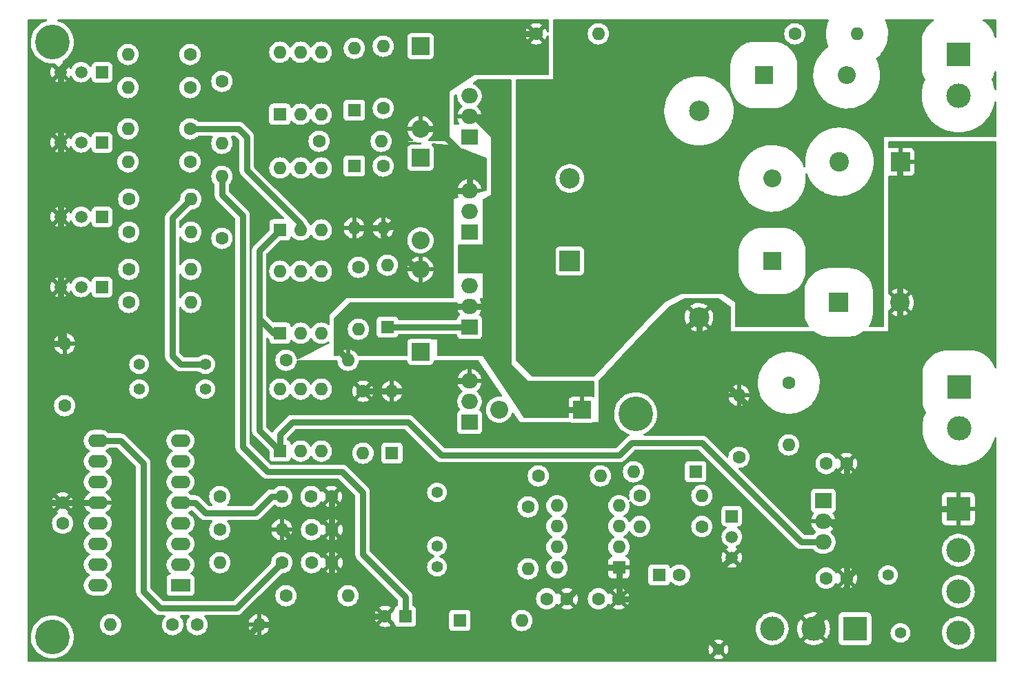
<source format=gbr>
%TF.GenerationSoftware,KiCad,Pcbnew,(6.0.7)*%
%TF.CreationDate,2023-11-05T23:44:51-03:00*%
%TF.ProjectId,Puente_H,5075656e-7465-45f4-982e-6b696361645f,v1*%
%TF.SameCoordinates,Original*%
%TF.FileFunction,Copper,L1,Top*%
%TF.FilePolarity,Positive*%
%FSLAX46Y46*%
G04 Gerber Fmt 4.6, Leading zero omitted, Abs format (unit mm)*
G04 Created by KiCad (PCBNEW (6.0.7)) date 2023-11-05 23:44:51*
%MOMM*%
%LPD*%
G01*
G04 APERTURE LIST*
%TA.AperFunction,ComponentPad*%
%ADD10R,3.000000X3.000000*%
%TD*%
%TA.AperFunction,ComponentPad*%
%ADD11C,3.000000*%
%TD*%
%TA.AperFunction,ComponentPad*%
%ADD12R,1.500000X1.500000*%
%TD*%
%TA.AperFunction,ComponentPad*%
%ADD13C,1.500000*%
%TD*%
%TA.AperFunction,ComponentPad*%
%ADD14R,1.600000X1.600000*%
%TD*%
%TA.AperFunction,ComponentPad*%
%ADD15O,1.600000X1.600000*%
%TD*%
%TA.AperFunction,ComponentPad*%
%ADD16C,1.600000*%
%TD*%
%TA.AperFunction,ComponentPad*%
%ADD17C,1.400000*%
%TD*%
%TA.AperFunction,ComponentPad*%
%ADD18R,2.400000X1.600000*%
%TD*%
%TA.AperFunction,ComponentPad*%
%ADD19O,2.400000X1.600000*%
%TD*%
%TA.AperFunction,ComponentPad*%
%ADD20R,2.200000X2.200000*%
%TD*%
%TA.AperFunction,ComponentPad*%
%ADD21O,2.200000X2.200000*%
%TD*%
%TA.AperFunction,ComponentPad*%
%ADD22R,2.400000X2.400000*%
%TD*%
%TA.AperFunction,ComponentPad*%
%ADD23C,2.400000*%
%TD*%
%TA.AperFunction,ComponentPad*%
%ADD24R,2.000000X1.905000*%
%TD*%
%TA.AperFunction,ComponentPad*%
%ADD25O,2.000000X1.905000*%
%TD*%
%TA.AperFunction,ComponentPad*%
%ADD26R,2.500000X2.500000*%
%TD*%
%TA.AperFunction,ComponentPad*%
%ADD27C,2.500000*%
%TD*%
%TA.AperFunction,ViaPad*%
%ADD28C,4.250000*%
%TD*%
%TA.AperFunction,Conductor*%
%ADD29C,0.750000*%
%TD*%
G04 APERTURE END LIST*
D10*
%TO.P,J14,1,Pin_1*%
%TO.N,+12V*%
X173658000Y-110837500D03*
D11*
%TO.P,J14,2,Pin_2*%
%TO.N,GND*%
X168578000Y-110837500D03*
%TO.P,J14,3,Pin_3*%
%TO.N,-12V*%
X163498000Y-110837500D03*
%TD*%
D10*
%TO.P,J13,1,Pin_1*%
%TO.N,GND*%
X186358000Y-96105500D03*
D11*
%TO.P,J13,2,Pin_2*%
%TO.N,+5V*%
X186358000Y-101185500D03*
%TO.P,J13,3,Pin_3*%
%TO.N,+12V*%
X186358000Y-106265500D03*
%TO.P,J13,4,Pin_4*%
%TO.N,-12V*%
X186358000Y-111345500D03*
%TD*%
D10*
%TO.P,J4,1,Pin_1*%
%TO.N,/-300v*%
X186358000Y-40225500D03*
D11*
%TO.P,J4,2,Pin_2*%
X186358000Y-45305500D03*
%TD*%
D10*
%TO.P,J3,1,Pin_1*%
%TO.N,/+300v*%
X186436000Y-81147500D03*
D11*
%TO.P,J3,2,Pin_2*%
X186436000Y-86227500D03*
%TD*%
D12*
%TO.P,Q3,1,C*%
%TO.N,Net-(C5-Pad2)*%
X158545000Y-96994500D03*
D13*
%TO.P,Q3,2,B*%
%TO.N,Net-(Q3-Pad2)*%
X158545000Y-99534500D03*
%TO.P,Q3,3,E*%
%TO.N,GND*%
X158545000Y-102074500D03*
%TD*%
D14*
%TO.P,D4,1,K*%
%TO.N,/+24v*%
X125144000Y-109821500D03*
D15*
%TO.P,D4,2,A*%
%TO.N,Net-(C5-Pad1)*%
X132764000Y-109821500D03*
%TD*%
D16*
%TO.P,R15,1*%
%TO.N,Net-(D5-Pad1)*%
X115746000Y-53941500D03*
D15*
%TO.P,R15,2*%
%TO.N,GND*%
X115746000Y-61561500D03*
%TD*%
D16*
%TO.P,R10,1*%
%TO.N,Net-(R10-Pad1)*%
X92018000Y-40225500D03*
D15*
%TO.P,R10,2*%
%TO.N,Net-(Q1-Pad1)*%
X84398000Y-40225500D03*
%TD*%
D16*
%TO.P,C8,1*%
%TO.N,GND*%
X109376000Y-94581500D03*
%TO.P,C8,2*%
%TO.N,Net-(C8-Pad2)*%
X106876000Y-94581500D03*
%TD*%
D17*
%TO.P,J7,1,Pin_1*%
%TO.N,Net-(J7-Pad1)*%
X93902000Y-81373500D03*
%TD*%
D14*
%TO.P,D6,1,K*%
%TO.N,Net-(D6-Pad1)*%
X112190000Y-47083500D03*
D15*
%TO.P,D6,2,A*%
%TO.N,Net-(D6-Pad2)*%
X112190000Y-39463500D03*
%TD*%
D14*
%TO.P,U3,1*%
%TO.N,+5V*%
X103061000Y-61805500D03*
D15*
%TO.P,U3,2*%
%TO.N,Net-(R11-Pad1)*%
X105601000Y-61805500D03*
%TO.P,U3,3,NC*%
%TO.N,unconnected-(U3-Pad3)*%
X108141000Y-61805500D03*
%TO.P,U3,4*%
%TO.N,Net-(D5-Pad1)*%
X108141000Y-54185500D03*
%TO.P,U3,5*%
%TO.N,Net-(R13-Pad1)*%
X105601000Y-54185500D03*
%TO.P,U3,6*%
%TO.N,unconnected-(U3-Pad6)*%
X103061000Y-54185500D03*
%TD*%
%TO.P,U6,6*%
%TO.N,unconnected-(U6-Pad6)*%
X103061000Y-81373500D03*
%TO.P,U6,5*%
%TO.N,Net-(R27-Pad1)*%
X105601000Y-81373500D03*
%TO.P,U6,4*%
%TO.N,Net-(D12-Pad1)*%
X108141000Y-81373500D03*
%TO.P,U6,3,NC*%
%TO.N,unconnected-(U6-Pad3)*%
X108141000Y-88993500D03*
%TO.P,U6,2*%
%TO.N,Net-(R28-Pad2)*%
X105601000Y-88993500D03*
D14*
%TO.P,U6,1*%
%TO.N,+5V*%
X103061000Y-88993500D03*
%TD*%
D18*
%TO.P,U4,1,INV*%
%TO.N,Net-(R19-Pad1)*%
X90849000Y-105488500D03*
D19*
%TO.P,U4,2,NI*%
%TO.N,Net-(R17-Pad1)*%
X90849000Y-102948500D03*
%TO.P,U4,3,SYNC*%
%TO.N,unconnected-(U4-Pad3)*%
X90849000Y-100408500D03*
%TO.P,U4,4,OSC*%
%TO.N,unconnected-(U4-Pad4)*%
X90849000Y-97868500D03*
%TO.P,U4,5,CT*%
%TO.N,Net-(C8-Pad2)*%
X90849000Y-95328500D03*
%TO.P,U4,6,RT*%
%TO.N,Net-(R18-Pad1)*%
X90849000Y-92788500D03*
%TO.P,U4,7,DISCH*%
%TO.N,Net-(R23-Pad1)*%
X90849000Y-90248500D03*
%TO.P,U4,8,SS*%
%TO.N,Net-(C9-Pad2)*%
X90849000Y-87708500D03*
%TO.P,U4,9,COMP*%
%TO.N,Net-(C7-Pad1)*%
X80689000Y-87708500D03*
%TO.P,U4,10,SD*%
%TO.N,Net-(R22-Pad1)*%
X80689000Y-90248500D03*
%TO.P,U4,11,OUTA*%
%TO.N,Net-(J6-Pad1)*%
X80689000Y-92788500D03*
%TO.P,U4,12,GND*%
%TO.N,GND*%
X80689000Y-95328500D03*
%TO.P,U4,13,VC*%
%TO.N,+12V*%
X80689000Y-97868500D03*
%TO.P,U4,14,OUTB*%
%TO.N,Net-(J7-Pad1)*%
X80689000Y-100408500D03*
%TO.P,U4,15,VIN*%
%TO.N,+12V*%
X80689000Y-102948500D03*
%TO.P,U4,16,REF*%
%TO.N,Net-(R21-Pad2)*%
X80689000Y-105488500D03*
%TD*%
D20*
%TO.P,D1,1,K*%
%TO.N,/+300v*%
X163498000Y-65625500D03*
D21*
%TO.P,D1,2,A*%
%TO.N,/SECout*%
X163498000Y-55465500D03*
%TD*%
D17*
%TO.P,J10,1,Pin_1*%
%TO.N,+12V*%
X179246000Y-111345500D03*
%TD*%
D14*
%TO.P,D12,1,K*%
%TO.N,Net-(D12-Pad1)*%
X116810000Y-89247500D03*
D15*
%TO.P,D12,2,A*%
%TO.N,GND*%
X116810000Y-81627500D03*
%TD*%
D17*
%TO.P,J12,1,Pin_1*%
%TO.N,+5V*%
X177722000Y-104233500D03*
%TD*%
D16*
%TO.P,R1,1*%
%TO.N,/+300v*%
X165530000Y-80611500D03*
D15*
%TO.P,R1,2*%
%TO.N,Net-(J1-Pad1)*%
X165530000Y-88231500D03*
%TD*%
D22*
%TO.P,C3,1*%
%TO.N,GND*%
X179246000Y-53433500D03*
D23*
%TO.P,C3,2*%
%TO.N,/-300v*%
X171746000Y-53433500D03*
%TD*%
D14*
%TO.P,D3,1,K*%
%TO.N,Net-(C5-Pad1)*%
X154100000Y-91533500D03*
D15*
%TO.P,D3,2,A*%
%TO.N,+12V*%
X146480000Y-91533500D03*
%TD*%
D16*
%TO.P,C9,1*%
%TO.N,GND*%
X109441000Y-98645500D03*
%TO.P,C9,2*%
%TO.N,Net-(C9-Pad2)*%
X106941000Y-98645500D03*
%TD*%
%TO.P,R8,1*%
%TO.N,Net-(C4-Pad1)*%
X133526000Y-95851500D03*
D15*
%TO.P,R8,2*%
%TO.N,Net-(R5-Pad1)*%
X133526000Y-103471500D03*
%TD*%
D16*
%TO.P,R7,1*%
%TO.N,/Puente_A*%
X92018000Y-53433500D03*
D15*
%TO.P,R7,2*%
%TO.N,Net-(Q2-Pad2)*%
X84398000Y-53433500D03*
%TD*%
D16*
%TO.P,R23,1*%
%TO.N,Net-(R23-Pad1)*%
X95680000Y-94581500D03*
D15*
%TO.P,R23,2*%
%TO.N,Net-(C8-Pad2)*%
X103300000Y-94581500D03*
%TD*%
D16*
%TO.P,R18,1*%
%TO.N,Net-(R18-Pad1)*%
X95680000Y-98645500D03*
D15*
%TO.P,R18,2*%
%TO.N,GND*%
X103300000Y-98645500D03*
%TD*%
D14*
%TO.P,U1,1,GND*%
%TO.N,GND*%
X144692000Y-103334500D03*
D15*
%TO.P,U1,2,TR*%
%TO.N,Net-(C4-Pad1)*%
X144692000Y-100794500D03*
%TO.P,U1,3,Q*%
%TO.N,Net-(R9-Pad2)*%
X144692000Y-98254500D03*
%TO.P,U1,4,R*%
%TO.N,+12V*%
X144692000Y-95714500D03*
%TO.P,U1,5,CV*%
%TO.N,Net-(C1-Pad1)*%
X137072000Y-95714500D03*
%TO.P,U1,6,THR*%
%TO.N,Net-(C4-Pad1)*%
X137072000Y-98254500D03*
%TO.P,U1,7,DIS*%
%TO.N,Net-(R5-Pad1)*%
X137072000Y-100794500D03*
%TO.P,U1,8,VCC*%
%TO.N,+12V*%
X137072000Y-103334500D03*
%TD*%
D16*
%TO.P,R4,1*%
%TO.N,Net-(J2-Pad1)*%
X166292000Y-37685500D03*
D15*
%TO.P,R4,2*%
%TO.N,/-300v*%
X173912000Y-37685500D03*
%TD*%
D22*
%TO.P,C2,1*%
%TO.N,/+300v*%
X171669245Y-70705500D03*
D23*
%TO.P,C2,2*%
%TO.N,GND*%
X179169245Y-70705500D03*
%TD*%
D16*
%TO.P,R29,1*%
%TO.N,Net-(Q9-Pad1)*%
X84504000Y-62069500D03*
D15*
%TO.P,R29,2*%
%TO.N,Net-(R29-Pad2)*%
X92124000Y-62069500D03*
%TD*%
D16*
%TO.P,R2,1*%
%TO.N,Net-(J1-Pad1)*%
X159434000Y-89755500D03*
D15*
%TO.P,R2,2*%
%TO.N,GND*%
X159434000Y-82135500D03*
%TD*%
D16*
%TO.P,R11,1*%
%TO.N,Net-(R11-Pad1)*%
X92018000Y-49369500D03*
D15*
%TO.P,R11,2*%
%TO.N,Net-(Q2-Pad1)*%
X84398000Y-49369500D03*
%TD*%
D16*
%TO.P,R6,1*%
%TO.N,/Puente_B*%
X92018000Y-44289500D03*
D15*
%TO.P,R6,2*%
%TO.N,Net-(Q1-Pad2)*%
X84398000Y-44289500D03*
%TD*%
D16*
%TO.P,R17,1*%
%TO.N,Net-(R17-Pad1)*%
X92886000Y-110329500D03*
D15*
%TO.P,R17,2*%
%TO.N,GND*%
X100506000Y-110329500D03*
%TD*%
D16*
%TO.P,R24,1*%
%TO.N,Net-(D10-Pad1)*%
X112698000Y-66387500D03*
D15*
%TO.P,R24,2*%
%TO.N,Net-(D11-Pad1)*%
X112698000Y-74007500D03*
%TD*%
D16*
%TO.P,R25,1*%
%TO.N,GND*%
X113254000Y-81627500D03*
D15*
%TO.P,R25,2*%
%TO.N,Net-(D12-Pad1)*%
X113254000Y-89247500D03*
%TD*%
D16*
%TO.P,R3,1*%
%TO.N,GND*%
X134542000Y-37685500D03*
D15*
%TO.P,R3,2*%
%TO.N,Net-(J2-Pad1)*%
X142162000Y-37685500D03*
%TD*%
D16*
%TO.P,R19,1*%
%TO.N,Net-(R19-Pad1)*%
X103808000Y-106773500D03*
D15*
%TO.P,R19,2*%
%TO.N,Net-(J5-Pad1)*%
X111428000Y-106773500D03*
%TD*%
D12*
%TO.P,Q2,1,C*%
%TO.N,Net-(Q2-Pad1)*%
X81202000Y-51041500D03*
D13*
%TO.P,Q2,2,B*%
%TO.N,Net-(Q2-Pad2)*%
X78662000Y-51041500D03*
%TO.P,Q2,3,E*%
%TO.N,GND*%
X76122000Y-51041500D03*
%TD*%
D24*
%TO.P,Q7,1,G*%
%TO.N,Net-(D12-Pad1)*%
X126343000Y-85437500D03*
D25*
%TO.P,Q7,2,D*%
%TO.N,Net-(D10-Pad1)*%
X126343000Y-82897500D03*
%TO.P,Q7,3,S*%
%TO.N,GND*%
X126343000Y-80357500D03*
%TD*%
D17*
%TO.P,J2,1,Pin_1*%
%TO.N,Net-(J2-Pad1)*%
X122350000Y-94073500D03*
%TD*%
%TO.P,J1,1,Pin_1*%
%TO.N,Net-(J1-Pad1)*%
X122350000Y-103217500D03*
%TD*%
D16*
%TO.P,R14,1*%
%TO.N,Net-(R14-Pad1)*%
X95934000Y-43527500D03*
D15*
%TO.P,R14,2*%
%TO.N,/+24v*%
X95934000Y-51147500D03*
%TD*%
D16*
%TO.P,R5,1*%
%TO.N,Net-(R5-Pad1)*%
X134796000Y-92041500D03*
D15*
%TO.P,R5,2*%
%TO.N,+12V*%
X142416000Y-92041500D03*
%TD*%
D17*
%TO.P,J8,1,Pin_1*%
%TO.N,/Puente_B*%
X85774000Y-78325500D03*
%TD*%
D14*
%TO.P,D5,1,K*%
%TO.N,Net-(D5-Pad1)*%
X112190000Y-53941500D03*
D15*
%TO.P,D5,2,A*%
%TO.N,GND*%
X112190000Y-61561500D03*
%TD*%
D20*
%TO.P,D8,1,K*%
%TO.N,Net-(D6-Pad2)*%
X120318000Y-39209500D03*
D21*
%TO.P,D8,2,A*%
%TO.N,GND*%
X120318000Y-49369500D03*
%TD*%
D16*
%TO.P,R26,1*%
%TO.N,Net-(R26-Pad1)*%
X95934000Y-62831500D03*
D15*
%TO.P,R26,2*%
%TO.N,/+24v*%
X95934000Y-55211500D03*
%TD*%
D14*
%TO.P,D11,1,K*%
%TO.N,Net-(D11-Pad1)*%
X116254000Y-73753500D03*
D15*
%TO.P,D11,2,A*%
%TO.N,Net-(D10-Pad1)*%
X116254000Y-66133500D03*
%TD*%
D16*
%TO.P,R21,1*%
%TO.N,Net-(R17-Pad1)*%
X89883000Y-110329500D03*
D15*
%TO.P,R21,2*%
%TO.N,Net-(R21-Pad2)*%
X82263000Y-110329500D03*
%TD*%
D17*
%TO.P,J11,1,Pin_1*%
%TO.N,GND*%
X156894000Y-113377500D03*
%TD*%
D16*
%TO.P,R20,1*%
%TO.N,Net-(C7-Pad1)*%
X103300000Y-102709500D03*
D15*
%TO.P,R20,2*%
%TO.N,Net-(R19-Pad1)*%
X95680000Y-102709500D03*
%TD*%
D12*
%TO.P,Q9,1,C*%
%TO.N,Net-(Q9-Pad1)*%
X81202000Y-60185500D03*
D13*
%TO.P,Q9,2,B*%
%TO.N,Net-(Q9-Pad2)*%
X78662000Y-60185500D03*
%TO.P,Q9,3,E*%
%TO.N,GND*%
X76122000Y-60185500D03*
%TD*%
D20*
%TO.P,D9,1,K*%
%TO.N,+12V*%
X140130000Y-83913500D03*
D21*
%TO.P,D9,2,A*%
%TO.N,Net-(D10-Pad1)*%
X129970000Y-83913500D03*
%TD*%
D20*
%TO.P,D10,1,K*%
%TO.N,Net-(D10-Pad1)*%
X120318000Y-76801500D03*
D21*
%TO.P,D10,2,A*%
%TO.N,GND*%
X120318000Y-66641500D03*
%TD*%
D12*
%TO.P,Q8,1,C*%
%TO.N,Net-(Q8-Pad1)*%
X81202000Y-68821500D03*
D13*
%TO.P,Q8,2,B*%
%TO.N,Net-(Q8-Pad2)*%
X78662000Y-68821500D03*
%TO.P,Q8,3,E*%
%TO.N,GND*%
X76122000Y-68821500D03*
%TD*%
D17*
%TO.P,J5,1,Pin_1*%
%TO.N,Net-(J5-Pad1)*%
X122350000Y-100677500D03*
%TD*%
%TO.P,J6,1,Pin_1*%
%TO.N,Net-(J6-Pad1)*%
X85774000Y-81373500D03*
%TD*%
D16*
%TO.P,C12,1*%
%TO.N,+5V*%
X170122000Y-104614500D03*
%TO.P,C12,2*%
%TO.N,GND*%
X172622000Y-104614500D03*
%TD*%
D14*
%TO.P,C6,1*%
%TO.N,/+24v*%
X118452379Y-109313500D03*
D16*
%TO.P,C6,2*%
%TO.N,GND*%
X115952379Y-109313500D03*
%TD*%
D24*
%TO.P,Q6,1,G*%
%TO.N,Net-(D11-Pad1)*%
X126343000Y-73753500D03*
D25*
%TO.P,Q6,2,D*%
%TO.N,+12V*%
X126343000Y-71213500D03*
%TO.P,Q6,3,S*%
%TO.N,Net-(D10-Pad1)*%
X126343000Y-68673500D03*
%TD*%
D17*
%TO.P,J9,1,Pin_1*%
%TO.N,/Puente_A*%
X93902000Y-78325500D03*
%TD*%
D16*
%TO.P,R27,1*%
%TO.N,Net-(R27-Pad1)*%
X103808000Y-77817500D03*
D15*
%TO.P,R27,2*%
%TO.N,+12V*%
X111428000Y-77817500D03*
%TD*%
D14*
%TO.P,U7,1*%
%TO.N,+5V*%
X103061000Y-74505500D03*
D15*
%TO.P,U7,2*%
%TO.N,Net-(R29-Pad2)*%
X105601000Y-74505500D03*
%TO.P,U7,3,NC*%
%TO.N,unconnected-(U7-Pad3)*%
X108141000Y-74505500D03*
%TO.P,U7,4*%
%TO.N,Net-(D11-Pad1)*%
X108141000Y-66885500D03*
%TO.P,U7,5*%
%TO.N,Net-(R26-Pad1)*%
X105601000Y-66885500D03*
%TO.P,U7,6*%
%TO.N,unconnected-(U7-Pad6)*%
X103061000Y-66885500D03*
%TD*%
D16*
%TO.P,R13,1*%
%TO.N,Net-(R13-Pad1)*%
X107872000Y-50893500D03*
D15*
%TO.P,R13,2*%
%TO.N,+12V*%
X115492000Y-50893500D03*
%TD*%
D16*
%TO.P,C10,1*%
%TO.N,+12V*%
X76376000Y-97863500D03*
%TO.P,C10,2*%
%TO.N,GND*%
X76376000Y-95363500D03*
%TD*%
%TO.P,R30,1*%
%TO.N,Net-(Q8-Pad2)*%
X84504000Y-66641500D03*
D15*
%TO.P,R30,2*%
%TO.N,/Puente_B*%
X92124000Y-66641500D03*
%TD*%
D14*
%TO.P,C5,1*%
%TO.N,Net-(C5-Pad1)*%
X149615620Y-104233500D03*
D16*
%TO.P,C5,2*%
%TO.N,Net-(C5-Pad2)*%
X152115620Y-104233500D03*
%TD*%
D14*
%TO.P,U2,1*%
%TO.N,+5V*%
X103046000Y-47581500D03*
D15*
%TO.P,U2,2*%
%TO.N,Net-(R10-Pad1)*%
X105586000Y-47581500D03*
%TO.P,U2,3,NC*%
%TO.N,unconnected-(U2-Pad3)*%
X108126000Y-47581500D03*
%TO.P,U2,4*%
%TO.N,Net-(D6-Pad1)*%
X108126000Y-39961500D03*
%TO.P,U2,5*%
%TO.N,Net-(R14-Pad1)*%
X105586000Y-39961500D03*
%TO.P,U2,6*%
%TO.N,unconnected-(U2-Pad6)*%
X103046000Y-39961500D03*
%TD*%
D24*
%TO.P,U5,1,VI*%
%TO.N,+12V*%
X169772000Y-95089500D03*
D25*
%TO.P,U5,2,GND*%
%TO.N,GND*%
X169772000Y-97629500D03*
%TO.P,U5,3,VO*%
%TO.N,+5V*%
X169772000Y-100169500D03*
%TD*%
D26*
%TO.P,T1,1,AA*%
%TO.N,Net-(D10-Pad1)*%
X138650000Y-65625500D03*
D27*
%TO.P,T1,2,AB*%
%TO.N,Net-(D6-Pad2)*%
X138650000Y-55465500D03*
%TO.P,T1,3,SA*%
%TO.N,GND*%
X154510000Y-72550500D03*
%TO.P,T1,4,SB*%
%TO.N,/SECout*%
X154510000Y-47150500D03*
%TD*%
D24*
%TO.P,Q4,1,G*%
%TO.N,Net-(D6-Pad1)*%
X126343000Y-50385500D03*
D25*
%TO.P,Q4,2,D*%
%TO.N,+12V*%
X126343000Y-47845500D03*
%TO.P,Q4,3,S*%
%TO.N,Net-(D6-Pad2)*%
X126343000Y-45305500D03*
%TD*%
D16*
%TO.P,R16,1*%
%TO.N,Net-(D6-Pad1)*%
X115746000Y-46829500D03*
D15*
%TO.P,R16,2*%
%TO.N,Net-(D6-Pad2)*%
X115746000Y-39209500D03*
%TD*%
D20*
%TO.P,D2,1,K*%
%TO.N,/SECout*%
X162482000Y-42765500D03*
D21*
%TO.P,D2,2,A*%
%TO.N,/-300v*%
X172642000Y-42765500D03*
%TD*%
D16*
%TO.P,R22,1*%
%TO.N,Net-(R22-Pad1)*%
X76630000Y-83405500D03*
D15*
%TO.P,R22,2*%
%TO.N,GND*%
X76630000Y-75785500D03*
%TD*%
D24*
%TO.P,Q5,1,G*%
%TO.N,Net-(D5-Pad1)*%
X126343000Y-62069500D03*
D25*
%TO.P,Q5,2,D*%
%TO.N,Net-(D6-Pad2)*%
X126343000Y-59529500D03*
%TO.P,Q5,3,S*%
%TO.N,GND*%
X126343000Y-56989500D03*
%TD*%
D20*
%TO.P,D7,1,K*%
%TO.N,+12V*%
X120318000Y-52925500D03*
D21*
%TO.P,D7,2,A*%
%TO.N,Net-(D6-Pad2)*%
X120318000Y-63085500D03*
%TD*%
D16*
%TO.P,R31,1*%
%TO.N,Net-(Q9-Pad2)*%
X84504000Y-58005500D03*
D15*
%TO.P,R31,2*%
%TO.N,/Puente_A*%
X92124000Y-58005500D03*
%TD*%
D16*
%TO.P,C4,1*%
%TO.N,Net-(C4-Pad1)*%
X142162000Y-107154500D03*
%TO.P,C4,2*%
%TO.N,GND*%
X144662000Y-107154500D03*
%TD*%
D15*
%TO.P,R28,2*%
%TO.N,Net-(R28-Pad2)*%
X92124000Y-70705500D03*
D16*
%TO.P,R28,1*%
%TO.N,Net-(Q8-Pad1)*%
X84504000Y-70705500D03*
%TD*%
%TO.P,C11,1*%
%TO.N,+12V*%
X170122000Y-90517500D03*
%TO.P,C11,2*%
%TO.N,GND*%
X172622000Y-90517500D03*
%TD*%
%TO.P,C1,1*%
%TO.N,Net-(C1-Pad1)*%
X135812000Y-107154500D03*
%TO.P,C1,2*%
%TO.N,GND*%
X138312000Y-107154500D03*
%TD*%
%TO.P,R9,1*%
%TO.N,Net-(Q3-Pad2)*%
X154862000Y-98264500D03*
D15*
%TO.P,R9,2*%
%TO.N,Net-(R9-Pad2)*%
X147242000Y-98264500D03*
%TD*%
D12*
%TO.P,Q1,1,C*%
%TO.N,Net-(Q1-Pad1)*%
X81202000Y-42405500D03*
D13*
%TO.P,Q1,2,B*%
%TO.N,Net-(Q1-Pad2)*%
X78662000Y-42405500D03*
%TO.P,Q1,3,E*%
%TO.N,GND*%
X76122000Y-42405500D03*
%TD*%
D16*
%TO.P,C7,1*%
%TO.N,Net-(C7-Pad1)*%
X106941000Y-102709500D03*
%TO.P,C7,2*%
%TO.N,GND*%
X109441000Y-102709500D03*
%TD*%
%TO.P,R12,1*%
%TO.N,+12V*%
X147242000Y-94454500D03*
D15*
%TO.P,R12,2*%
%TO.N,Net-(C5-Pad2)*%
X154862000Y-94454500D03*
%TD*%
D28*
%TO.N,*%
X146734000Y-84421500D03*
X75106000Y-38701500D03*
X75106000Y-111853500D03*
%TD*%
D29*
%TO.N,GND*%
X124382000Y-87977500D02*
X143178000Y-87977500D01*
X143178000Y-81881500D02*
X154510000Y-72550500D01*
X120826000Y-84421500D02*
X124382000Y-87977500D01*
X143178000Y-87977500D02*
X143178000Y-81881500D01*
X120826000Y-82389500D02*
X120826000Y-84421500D01*
X120064000Y-81627500D02*
X120826000Y-82389500D01*
X81202000Y-112361500D02*
X98474000Y-112361500D01*
X72566000Y-103725500D02*
X81202000Y-112361500D01*
X72566000Y-94452500D02*
X72566000Y-103725500D01*
X76122000Y-42003500D02*
X76122000Y-42405500D01*
X81456000Y-36669500D02*
X76122000Y-42003500D01*
X130478000Y-37685500D02*
X129462000Y-36669500D01*
X134542000Y-37685500D02*
X130478000Y-37685500D01*
X129462000Y-36669500D02*
X81456000Y-36669500D01*
%TO.N,Net-(D11-Pad1)*%
X126343000Y-73753500D02*
X116254000Y-73753500D01*
%TO.N,GND*%
X179169245Y-75354255D02*
X175690000Y-78833500D01*
X179169245Y-70705500D02*
X179169245Y-75354255D01*
X175690000Y-78833500D02*
X175690000Y-88485500D01*
X175690000Y-91025500D02*
X175690000Y-88485500D01*
X175690000Y-88485500D02*
X175690000Y-87977500D01*
X155878000Y-112361500D02*
X152830000Y-112361500D01*
X156894000Y-113377500D02*
X155878000Y-112361500D01*
X181131000Y-96105500D02*
X186358000Y-96105500D01*
X172622000Y-104614500D02*
X181131000Y-96105500D01*
X154510000Y-77465500D02*
X154510000Y-72550500D01*
X162482000Y-85437500D02*
X154510000Y-77465500D01*
X173150000Y-85437500D02*
X162482000Y-85437500D01*
X175690000Y-87977500D02*
X173150000Y-85437500D01*
X180770000Y-96105500D02*
X175690000Y-91025500D01*
X186358000Y-96105500D02*
X180770000Y-96105500D01*
X168578000Y-109821500D02*
X170102000Y-108297500D01*
X168578000Y-110837500D02*
X168578000Y-109821500D01*
X136066000Y-112361500D02*
X98474000Y-112361500D01*
X152830000Y-112361500D02*
X136066000Y-112361500D01*
X179169245Y-53510255D02*
X179169245Y-70705500D01*
X179246000Y-53433500D02*
X179169245Y-53510255D01*
%TO.N,+12V*%
X129970000Y-50910000D02*
X126905500Y-47845500D01*
X129970000Y-73245500D02*
X129970000Y-50910000D01*
X126905500Y-47845500D02*
X126343000Y-47845500D01*
X110158000Y-76547500D02*
X111428000Y-77817500D01*
X110158000Y-73245500D02*
X110158000Y-76547500D01*
X112190000Y-71213500D02*
X110158000Y-73245500D01*
X126343000Y-71213500D02*
X112190000Y-71213500D01*
%TO.N,GND*%
X159942000Y-108297500D02*
X156894000Y-108297500D01*
X170102000Y-108297500D02*
X159942000Y-108297500D01*
%TO.N,+5V*%
X167054000Y-100169500D02*
X169772000Y-100169500D01*
X146226000Y-87977500D02*
X154862000Y-87977500D01*
X154862000Y-87977500D02*
X167054000Y-100169500D01*
X122858000Y-89501500D02*
X144702000Y-89501500D01*
X104570000Y-85437500D02*
X118794000Y-85437500D01*
X118794000Y-85437500D02*
X122858000Y-89501500D01*
X103061000Y-86946500D02*
X104570000Y-85437500D01*
X103061000Y-88993500D02*
X103061000Y-86946500D01*
X144702000Y-89501500D02*
X146226000Y-87977500D01*
%TO.N,+12V*%
X129970000Y-78833500D02*
X129970000Y-73245500D01*
X129970000Y-73245500D02*
X129462000Y-72737500D01*
X135050000Y-83913500D02*
X129970000Y-78833500D01*
X140130000Y-83913500D02*
X135050000Y-83913500D01*
X127938000Y-71213500D02*
X129462000Y-72737500D01*
X126343000Y-71213500D02*
X127938000Y-71213500D01*
%TO.N,GND*%
X121334000Y-80357500D02*
X126343000Y-80357500D01*
X120064000Y-81627500D02*
X121334000Y-80357500D01*
X123366000Y-38193500D02*
X124890000Y-36669500D01*
X123366000Y-49877500D02*
X123366000Y-38193500D01*
X123112000Y-50131500D02*
X123366000Y-49877500D01*
X123112000Y-50131500D02*
X126343000Y-53362500D01*
X122350000Y-49369500D02*
X123112000Y-50131500D01*
X126343000Y-53362500D02*
X126343000Y-56989500D01*
X120318000Y-49369500D02*
X122350000Y-49369500D01*
X126343000Y-56989500D02*
X120826000Y-56989500D01*
X120826000Y-56989500D02*
X116254000Y-61561500D01*
X116254000Y-61561500D02*
X115746000Y-61561500D01*
X119810000Y-66641500D02*
X115746000Y-62577500D01*
X115746000Y-62577500D02*
X115746000Y-61561500D01*
X120318000Y-66641500D02*
X119810000Y-66641500D01*
X120064000Y-81627500D02*
X116810000Y-81627500D01*
X172622000Y-105777500D02*
X170102000Y-108297500D01*
X172622000Y-104614500D02*
X172622000Y-105777500D01*
X156894000Y-108297500D02*
X152830000Y-112361500D01*
X155751000Y-107154500D02*
X153465000Y-107154500D01*
X156894000Y-108297500D02*
X155751000Y-107154500D01*
%TO.N,/+24v*%
X118452379Y-106939879D02*
X118452379Y-109313500D01*
X110666000Y-91533500D02*
X113206000Y-94073500D01*
X101522000Y-91533500D02*
X110666000Y-91533500D01*
X113206000Y-94073500D02*
X113206000Y-101693500D01*
X113206000Y-101693500D02*
X118452379Y-106939879D01*
X98474000Y-60037500D02*
X98474000Y-88485500D01*
X95934000Y-57497500D02*
X98474000Y-60037500D01*
X98474000Y-88485500D02*
X101522000Y-91533500D01*
X95934000Y-55211500D02*
X95934000Y-57497500D01*
%TO.N,GND*%
X105078000Y-109313500D02*
X104062000Y-110329500D01*
X115952379Y-109313500D02*
X105078000Y-109313500D01*
X142132000Y-103334500D02*
X138312000Y-107154500D01*
X144692000Y-103334500D02*
X142132000Y-103334500D01*
X153465000Y-107154500D02*
X144662000Y-107154500D01*
X158545000Y-102074500D02*
X153465000Y-107154500D01*
%TO.N,Net-(R11-Pad1)*%
X98982000Y-50385500D02*
X97966000Y-49369500D01*
X97966000Y-49369500D02*
X92018000Y-49369500D01*
X98982000Y-54449500D02*
X98982000Y-50385500D01*
X105601000Y-61068500D02*
X98982000Y-54449500D01*
X105601000Y-61805500D02*
X105601000Y-61068500D01*
%TO.N,+5V*%
X100506000Y-86438500D02*
X103061000Y-88993500D01*
X100506000Y-72737500D02*
X100506000Y-86438500D01*
%TO.N,/Puente_A*%
X89838000Y-77309500D02*
X90854000Y-78325500D01*
X89838000Y-60291500D02*
X89838000Y-77309500D01*
X92124000Y-58005500D02*
X89838000Y-60291500D01*
X90854000Y-78325500D02*
X93902000Y-78325500D01*
%TO.N,+5V*%
X100506000Y-72737500D02*
X100506000Y-64360500D01*
X100506000Y-64360500D02*
X103061000Y-61805500D01*
X102274000Y-74505500D02*
X100506000Y-72737500D01*
X103061000Y-74505500D02*
X102274000Y-74505500D01*
%TO.N,GND*%
X100506000Y-110329500D02*
X104062000Y-110329500D01*
X76122000Y-75277500D02*
X76630000Y-75785500D01*
X76122000Y-68821500D02*
X76122000Y-75277500D01*
X109441000Y-104950500D02*
X109441000Y-102709500D01*
X116810000Y-81627500D02*
X113254000Y-81627500D01*
X72566000Y-78325500D02*
X72566000Y-94452500D01*
X73348000Y-95363500D02*
X76376000Y-95363500D01*
X76122000Y-60185500D02*
X76122000Y-68821500D01*
X109441000Y-98645500D02*
X109441000Y-94646500D01*
X76122000Y-42913500D02*
X76122000Y-60185500D01*
X142279000Y-103334500D02*
X144692000Y-103334500D01*
X76630000Y-75785500D02*
X75106000Y-75785500D01*
X172622000Y-99681500D02*
X172622000Y-104614500D01*
X76411000Y-95328500D02*
X76376000Y-95363500D01*
X144692000Y-103334500D02*
X144692000Y-107124500D01*
X98474000Y-112361500D02*
X100506000Y-110329500D01*
X170610000Y-97629500D02*
X172642000Y-99661500D01*
X172642000Y-99661500D02*
X172622000Y-99681500D01*
X105123000Y-100468500D02*
X103300000Y-98645500D01*
X115746000Y-61561500D02*
X112190000Y-61561500D01*
X109441000Y-100468500D02*
X105123000Y-100468500D01*
X172622000Y-90517500D02*
X172622000Y-99681500D01*
X80689000Y-95328500D02*
X76411000Y-95328500D01*
X75106000Y-75785500D02*
X72566000Y-78325500D01*
X104062000Y-110329500D02*
X109441000Y-104950500D01*
X72566000Y-94581500D02*
X73348000Y-95363500D01*
X169772000Y-97629500D02*
X170610000Y-97629500D01*
X109441000Y-94646500D02*
X109376000Y-94581500D01*
X109441000Y-100468500D02*
X109441000Y-98645500D01*
X72566000Y-94452500D02*
X72566000Y-94581500D01*
X109441000Y-102709500D02*
X109441000Y-100468500D01*
X144692000Y-107124500D02*
X144662000Y-107154500D01*
%TO.N,Net-(C7-Pad1)*%
X86282000Y-90517500D02*
X86282000Y-106265500D01*
X80689000Y-87708500D02*
X83473000Y-87708500D01*
X86282000Y-106265500D02*
X88314000Y-108297500D01*
X97712000Y-108297500D02*
X103300000Y-102709500D01*
X88314000Y-108297500D02*
X97712000Y-108297500D01*
X83473000Y-87708500D02*
X86282000Y-90517500D01*
%TO.N,Net-(C8-Pad2)*%
X90849000Y-95328500D02*
X92617000Y-95328500D01*
X92617000Y-95328500D02*
X93902000Y-96613500D01*
X93902000Y-96613500D02*
X99998000Y-96613500D01*
X102030000Y-94581500D02*
X103300000Y-94581500D01*
X99998000Y-96613500D02*
X102030000Y-94581500D01*
%TD*%
%TA.AperFunction,Conductor*%
%TO.N,GND*%
G36*
X74428164Y-35938002D02*
G01*
X74474657Y-35991658D01*
X74484761Y-36061932D01*
X74455267Y-36126512D01*
X74396777Y-36164526D01*
X74365036Y-36174200D01*
X74186358Y-36228657D01*
X73895939Y-36357050D01*
X73623048Y-36519403D01*
X73620047Y-36521719D01*
X73620043Y-36521721D01*
X73518281Y-36600230D01*
X73371638Y-36713364D01*
X73368937Y-36716023D01*
X73368930Y-36716029D01*
X73174617Y-36907314D01*
X73145351Y-36936124D01*
X73142987Y-36939091D01*
X73142984Y-36939094D01*
X72949830Y-37181488D01*
X72947465Y-37184456D01*
X72780846Y-37454763D01*
X72769590Y-37479180D01*
X72688198Y-37655733D01*
X72647907Y-37743130D01*
X72550574Y-38045378D01*
X72549856Y-38049089D01*
X72549855Y-38049093D01*
X72490977Y-38353412D01*
X72490976Y-38353421D01*
X72490258Y-38357131D01*
X72489991Y-38360907D01*
X72489990Y-38360912D01*
X72468251Y-38667957D01*
X72467832Y-38673872D01*
X72472397Y-38765567D01*
X72482929Y-38977125D01*
X72483620Y-38991013D01*
X72484261Y-38994744D01*
X72484262Y-38994752D01*
X72523517Y-39223199D01*
X72537394Y-39303961D01*
X72538482Y-39307600D01*
X72538483Y-39307603D01*
X72616583Y-39568751D01*
X72628375Y-39608182D01*
X72755246Y-39899269D01*
X72757169Y-39902540D01*
X72757171Y-39902544D01*
X72827959Y-40022958D01*
X72916168Y-40173006D01*
X72924640Y-40184107D01*
X73106510Y-40422415D01*
X73106515Y-40422421D01*
X73108810Y-40425428D01*
X73111454Y-40428142D01*
X73276792Y-40597866D01*
X73330382Y-40652878D01*
X73401266Y-40709972D01*
X73574722Y-40849684D01*
X73574727Y-40849688D01*
X73577675Y-40852062D01*
X73847106Y-41020095D01*
X74134772Y-41154541D01*
X74138382Y-41155724D01*
X74138386Y-41155726D01*
X74379774Y-41234857D01*
X74436507Y-41253455D01*
X74747940Y-41315403D01*
X74751712Y-41315690D01*
X74751720Y-41315691D01*
X75060782Y-41339201D01*
X75060787Y-41339201D01*
X75064559Y-41339488D01*
X75344796Y-41327007D01*
X75413739Y-41343958D01*
X75439498Y-41363787D01*
X76109189Y-42033479D01*
X76123132Y-42041092D01*
X76124966Y-42040961D01*
X76131580Y-42036710D01*
X76801180Y-41367109D01*
X76807607Y-41355339D01*
X76798313Y-41343325D01*
X76757912Y-41315036D01*
X76748416Y-41309553D01*
X76558887Y-41221174D01*
X76548593Y-41217427D01*
X76478117Y-41198544D01*
X76417494Y-41161593D01*
X76386472Y-41097733D01*
X76394900Y-41027238D01*
X76440102Y-40972491D01*
X76447441Y-40967883D01*
X76562745Y-40900909D01*
X76566020Y-40899007D01*
X76569042Y-40896726D01*
X76569046Y-40896723D01*
X76816423Y-40709972D01*
X76816424Y-40709971D01*
X76819447Y-40707689D01*
X77007051Y-40526839D01*
X77045321Y-40489947D01*
X77045324Y-40489943D01*
X77048055Y-40487311D01*
X77059823Y-40472857D01*
X77246140Y-40244001D01*
X77246141Y-40244000D01*
X77248531Y-40241064D01*
X77254897Y-40230975D01*
X77258351Y-40225500D01*
X83084502Y-40225500D01*
X83104457Y-40453587D01*
X83105881Y-40458900D01*
X83105881Y-40458902D01*
X83158496Y-40655260D01*
X83163716Y-40674743D01*
X83166039Y-40679724D01*
X83166039Y-40679725D01*
X83258151Y-40877262D01*
X83258154Y-40877267D01*
X83260477Y-40882249D01*
X83320309Y-40967698D01*
X83383885Y-41058493D01*
X83391802Y-41069800D01*
X83553700Y-41231698D01*
X83558208Y-41234855D01*
X83558211Y-41234857D01*
X83632476Y-41286858D01*
X83741251Y-41363023D01*
X83746233Y-41365346D01*
X83746238Y-41365349D01*
X83909864Y-41441648D01*
X83948757Y-41459784D01*
X83954065Y-41461206D01*
X83954067Y-41461207D01*
X84164598Y-41517619D01*
X84164600Y-41517619D01*
X84169913Y-41519043D01*
X84398000Y-41538998D01*
X84626087Y-41519043D01*
X84631400Y-41517619D01*
X84631402Y-41517619D01*
X84841933Y-41461207D01*
X84841935Y-41461206D01*
X84847243Y-41459784D01*
X84886136Y-41441648D01*
X85049762Y-41365349D01*
X85049767Y-41365346D01*
X85054749Y-41363023D01*
X85163524Y-41286858D01*
X85237789Y-41234857D01*
X85237792Y-41234855D01*
X85242300Y-41231698D01*
X85404198Y-41069800D01*
X85412116Y-41058493D01*
X85475691Y-40967698D01*
X85535523Y-40882249D01*
X85537846Y-40877267D01*
X85537849Y-40877262D01*
X85629961Y-40679725D01*
X85629961Y-40679724D01*
X85632284Y-40674743D01*
X85637505Y-40655260D01*
X85690119Y-40458902D01*
X85690119Y-40458900D01*
X85691543Y-40453587D01*
X85711498Y-40225500D01*
X90704502Y-40225500D01*
X90724457Y-40453587D01*
X90725881Y-40458900D01*
X90725881Y-40458902D01*
X90778496Y-40655260D01*
X90783716Y-40674743D01*
X90786039Y-40679724D01*
X90786039Y-40679725D01*
X90878151Y-40877262D01*
X90878154Y-40877267D01*
X90880477Y-40882249D01*
X90940309Y-40967698D01*
X91003885Y-41058493D01*
X91011802Y-41069800D01*
X91173700Y-41231698D01*
X91178208Y-41234855D01*
X91178211Y-41234857D01*
X91252476Y-41286858D01*
X91361251Y-41363023D01*
X91366233Y-41365346D01*
X91366238Y-41365349D01*
X91529864Y-41441648D01*
X91568757Y-41459784D01*
X91574065Y-41461206D01*
X91574067Y-41461207D01*
X91784598Y-41517619D01*
X91784600Y-41517619D01*
X91789913Y-41519043D01*
X92018000Y-41538998D01*
X92246087Y-41519043D01*
X92251400Y-41517619D01*
X92251402Y-41517619D01*
X92461933Y-41461207D01*
X92461935Y-41461206D01*
X92467243Y-41459784D01*
X92506136Y-41441648D01*
X92669762Y-41365349D01*
X92669767Y-41365346D01*
X92674749Y-41363023D01*
X92783524Y-41286858D01*
X92857789Y-41234857D01*
X92857792Y-41234855D01*
X92862300Y-41231698D01*
X93024198Y-41069800D01*
X93032116Y-41058493D01*
X93095691Y-40967698D01*
X93155523Y-40882249D01*
X93157846Y-40877267D01*
X93157849Y-40877262D01*
X93249961Y-40679725D01*
X93249961Y-40679724D01*
X93252284Y-40674743D01*
X93257505Y-40655260D01*
X93310119Y-40458902D01*
X93310119Y-40458900D01*
X93311543Y-40453587D01*
X93331498Y-40225500D01*
X93311543Y-39997413D01*
X93310119Y-39992098D01*
X93301920Y-39961500D01*
X101732502Y-39961500D01*
X101752457Y-40189587D01*
X101753881Y-40194900D01*
X101753881Y-40194902D01*
X101798396Y-40361031D01*
X101811716Y-40410743D01*
X101814039Y-40415724D01*
X101814039Y-40415725D01*
X101906151Y-40613262D01*
X101906154Y-40613267D01*
X101908477Y-40618249D01*
X101944317Y-40669433D01*
X102019635Y-40776998D01*
X102039802Y-40805800D01*
X102201700Y-40967698D01*
X102206208Y-40970855D01*
X102206211Y-40970857D01*
X102208545Y-40972491D01*
X102389251Y-41099023D01*
X102394233Y-41101346D01*
X102394238Y-41101349D01*
X102591775Y-41193461D01*
X102596757Y-41195784D01*
X102602065Y-41197206D01*
X102602067Y-41197207D01*
X102812598Y-41253619D01*
X102812600Y-41253619D01*
X102817913Y-41255043D01*
X103046000Y-41274998D01*
X103274087Y-41255043D01*
X103279400Y-41253619D01*
X103279402Y-41253619D01*
X103489933Y-41197207D01*
X103489935Y-41197206D01*
X103495243Y-41195784D01*
X103500225Y-41193461D01*
X103697762Y-41101349D01*
X103697767Y-41101346D01*
X103702749Y-41099023D01*
X103883455Y-40972491D01*
X103885789Y-40970857D01*
X103885792Y-40970855D01*
X103890300Y-40967698D01*
X104052198Y-40805800D01*
X104072366Y-40776998D01*
X104147683Y-40669433D01*
X104183523Y-40618249D01*
X104185846Y-40613267D01*
X104185849Y-40613262D01*
X104201805Y-40579043D01*
X104248722Y-40525758D01*
X104316999Y-40506297D01*
X104384959Y-40526839D01*
X104430195Y-40579043D01*
X104446151Y-40613262D01*
X104446154Y-40613267D01*
X104448477Y-40618249D01*
X104484317Y-40669433D01*
X104559635Y-40776998D01*
X104579802Y-40805800D01*
X104741700Y-40967698D01*
X104746208Y-40970855D01*
X104746211Y-40970857D01*
X104748545Y-40972491D01*
X104929251Y-41099023D01*
X104934233Y-41101346D01*
X104934238Y-41101349D01*
X105131775Y-41193461D01*
X105136757Y-41195784D01*
X105142065Y-41197206D01*
X105142067Y-41197207D01*
X105352598Y-41253619D01*
X105352600Y-41253619D01*
X105357913Y-41255043D01*
X105586000Y-41274998D01*
X105814087Y-41255043D01*
X105819400Y-41253619D01*
X105819402Y-41253619D01*
X106029933Y-41197207D01*
X106029935Y-41197206D01*
X106035243Y-41195784D01*
X106040225Y-41193461D01*
X106237762Y-41101349D01*
X106237767Y-41101346D01*
X106242749Y-41099023D01*
X106423455Y-40972491D01*
X106425789Y-40970857D01*
X106425792Y-40970855D01*
X106430300Y-40967698D01*
X106592198Y-40805800D01*
X106612366Y-40776998D01*
X106687683Y-40669433D01*
X106723523Y-40618249D01*
X106725846Y-40613267D01*
X106725849Y-40613262D01*
X106741805Y-40579043D01*
X106788722Y-40525758D01*
X106856999Y-40506297D01*
X106924959Y-40526839D01*
X106970195Y-40579043D01*
X106986151Y-40613262D01*
X106986154Y-40613267D01*
X106988477Y-40618249D01*
X107024317Y-40669433D01*
X107099635Y-40776998D01*
X107119802Y-40805800D01*
X107281700Y-40967698D01*
X107286208Y-40970855D01*
X107286211Y-40970857D01*
X107288545Y-40972491D01*
X107469251Y-41099023D01*
X107474233Y-41101346D01*
X107474238Y-41101349D01*
X107671775Y-41193461D01*
X107676757Y-41195784D01*
X107682065Y-41197206D01*
X107682067Y-41197207D01*
X107892598Y-41253619D01*
X107892600Y-41253619D01*
X107897913Y-41255043D01*
X108126000Y-41274998D01*
X108354087Y-41255043D01*
X108359400Y-41253619D01*
X108359402Y-41253619D01*
X108569933Y-41197207D01*
X108569935Y-41197206D01*
X108575243Y-41195784D01*
X108580225Y-41193461D01*
X108777762Y-41101349D01*
X108777767Y-41101346D01*
X108782749Y-41099023D01*
X108963455Y-40972491D01*
X108965789Y-40970857D01*
X108965792Y-40970855D01*
X108970300Y-40967698D01*
X109132198Y-40805800D01*
X109152366Y-40776998D01*
X109227683Y-40669433D01*
X109263523Y-40618249D01*
X109265846Y-40613267D01*
X109265849Y-40613262D01*
X109357961Y-40415725D01*
X109357961Y-40415724D01*
X109360284Y-40410743D01*
X109373605Y-40361031D01*
X109418119Y-40194902D01*
X109418119Y-40194900D01*
X109419543Y-40189587D01*
X109439498Y-39961500D01*
X109419543Y-39733413D01*
X109406867Y-39686107D01*
X109361707Y-39517567D01*
X109361706Y-39517565D01*
X109360284Y-39512257D01*
X109357961Y-39507275D01*
X109337549Y-39463500D01*
X110876502Y-39463500D01*
X110896457Y-39691587D01*
X110897881Y-39696900D01*
X110897881Y-39696902D01*
X110952106Y-39899269D01*
X110955716Y-39912743D01*
X110958039Y-39917724D01*
X110958039Y-39917725D01*
X111050151Y-40115262D01*
X111050154Y-40115267D01*
X111052477Y-40120249D01*
X111089418Y-40173006D01*
X111162551Y-40277450D01*
X111183802Y-40307800D01*
X111345700Y-40469698D01*
X111350208Y-40472855D01*
X111350211Y-40472857D01*
X111421136Y-40522519D01*
X111533251Y-40601023D01*
X111538233Y-40603346D01*
X111538238Y-40603349D01*
X111691345Y-40674743D01*
X111740757Y-40697784D01*
X111746065Y-40699206D01*
X111746067Y-40699207D01*
X111956598Y-40755619D01*
X111956600Y-40755619D01*
X111961913Y-40757043D01*
X112190000Y-40776998D01*
X112418087Y-40757043D01*
X112423400Y-40755619D01*
X112423402Y-40755619D01*
X112633933Y-40699207D01*
X112633935Y-40699206D01*
X112639243Y-40697784D01*
X112688655Y-40674743D01*
X112841762Y-40603349D01*
X112841767Y-40603346D01*
X112846749Y-40601023D01*
X112958864Y-40522519D01*
X113029789Y-40472857D01*
X113029792Y-40472855D01*
X113034300Y-40469698D01*
X113196198Y-40307800D01*
X113217450Y-40277450D01*
X113290582Y-40173006D01*
X113327523Y-40120249D01*
X113329846Y-40115267D01*
X113329849Y-40115262D01*
X113421961Y-39917725D01*
X113421961Y-39917724D01*
X113424284Y-39912743D01*
X113427895Y-39899269D01*
X113482119Y-39696902D01*
X113482119Y-39696900D01*
X113483543Y-39691587D01*
X113503498Y-39463500D01*
X113483543Y-39235413D01*
X113476600Y-39209500D01*
X114432502Y-39209500D01*
X114452457Y-39437587D01*
X114453881Y-39442900D01*
X114453881Y-39442902D01*
X114499100Y-39611658D01*
X114511716Y-39658743D01*
X114514039Y-39663724D01*
X114514039Y-39663725D01*
X114606151Y-39861262D01*
X114606154Y-39861267D01*
X114608477Y-39866249D01*
X114739802Y-40053800D01*
X114901700Y-40215698D01*
X114906208Y-40218855D01*
X114906211Y-40218857D01*
X114984389Y-40273598D01*
X115089251Y-40347023D01*
X115094233Y-40349346D01*
X115094238Y-40349349D01*
X115257392Y-40425428D01*
X115296757Y-40443784D01*
X115302065Y-40445206D01*
X115302067Y-40445207D01*
X115512598Y-40501619D01*
X115512600Y-40501619D01*
X115517913Y-40503043D01*
X115746000Y-40522998D01*
X115974087Y-40503043D01*
X115979400Y-40501619D01*
X115979402Y-40501619D01*
X116189933Y-40445207D01*
X116189935Y-40445206D01*
X116195243Y-40443784D01*
X116234608Y-40425428D01*
X116379995Y-40357634D01*
X118709500Y-40357634D01*
X118716255Y-40419816D01*
X118767385Y-40556205D01*
X118854739Y-40672761D01*
X118971295Y-40760115D01*
X119107684Y-40811245D01*
X119169866Y-40818000D01*
X121466134Y-40818000D01*
X121528316Y-40811245D01*
X121664705Y-40760115D01*
X121781261Y-40672761D01*
X121868615Y-40556205D01*
X121919745Y-40419816D01*
X121926500Y-40357634D01*
X121926500Y-38771562D01*
X133820493Y-38771562D01*
X133829789Y-38783577D01*
X133880994Y-38819431D01*
X133890489Y-38824914D01*
X134087947Y-38916990D01*
X134098239Y-38920736D01*
X134308688Y-38977125D01*
X134319481Y-38979028D01*
X134536525Y-38998017D01*
X134547475Y-38998017D01*
X134764519Y-38979028D01*
X134775312Y-38977125D01*
X134985761Y-38920736D01*
X134996053Y-38916990D01*
X135193511Y-38824914D01*
X135203006Y-38819431D01*
X135255048Y-38782991D01*
X135263424Y-38772512D01*
X135256356Y-38759066D01*
X134554812Y-38057522D01*
X134540868Y-38049908D01*
X134539035Y-38050039D01*
X134532420Y-38054290D01*
X133826923Y-38759787D01*
X133820493Y-38771562D01*
X121926500Y-38771562D01*
X121926500Y-38061366D01*
X121919745Y-37999184D01*
X121868615Y-37862795D01*
X121781261Y-37746239D01*
X121707523Y-37690975D01*
X133229483Y-37690975D01*
X133248472Y-37908019D01*
X133250375Y-37918812D01*
X133306764Y-38129261D01*
X133310510Y-38139553D01*
X133402586Y-38337011D01*
X133408069Y-38346506D01*
X133444509Y-38398548D01*
X133454988Y-38406924D01*
X133468434Y-38399856D01*
X134169978Y-37698312D01*
X134177592Y-37684368D01*
X134177461Y-37682535D01*
X134173210Y-37675920D01*
X133467713Y-36970423D01*
X133455938Y-36963993D01*
X133443923Y-36973289D01*
X133408069Y-37024494D01*
X133402586Y-37033989D01*
X133310510Y-37231447D01*
X133306764Y-37241739D01*
X133250375Y-37452188D01*
X133248472Y-37462981D01*
X133229483Y-37680025D01*
X133229483Y-37690975D01*
X121707523Y-37690975D01*
X121664705Y-37658885D01*
X121528316Y-37607755D01*
X121466134Y-37601000D01*
X119169866Y-37601000D01*
X119107684Y-37607755D01*
X118971295Y-37658885D01*
X118854739Y-37746239D01*
X118767385Y-37862795D01*
X118716255Y-37999184D01*
X118709500Y-38061366D01*
X118709500Y-40357634D01*
X116379995Y-40357634D01*
X116397762Y-40349349D01*
X116397767Y-40349346D01*
X116402749Y-40347023D01*
X116507611Y-40273598D01*
X116585789Y-40218857D01*
X116585792Y-40218855D01*
X116590300Y-40215698D01*
X116752198Y-40053800D01*
X116883523Y-39866249D01*
X116885846Y-39861267D01*
X116885849Y-39861262D01*
X116977961Y-39663725D01*
X116977961Y-39663724D01*
X116980284Y-39658743D01*
X116992901Y-39611658D01*
X117038119Y-39442902D01*
X117038119Y-39442900D01*
X117039543Y-39437587D01*
X117059498Y-39209500D01*
X117039543Y-38981413D01*
X117023285Y-38920736D01*
X116981707Y-38765567D01*
X116981706Y-38765565D01*
X116980284Y-38760257D01*
X116964213Y-38725793D01*
X116885849Y-38557738D01*
X116885846Y-38557733D01*
X116883523Y-38552751D01*
X116781414Y-38406924D01*
X116755357Y-38369711D01*
X116755355Y-38369708D01*
X116752198Y-38365200D01*
X116590300Y-38203302D01*
X116585792Y-38200145D01*
X116585789Y-38200143D01*
X116437741Y-38096479D01*
X116402749Y-38071977D01*
X116397767Y-38069654D01*
X116397762Y-38069651D01*
X116200225Y-37977539D01*
X116200224Y-37977539D01*
X116195243Y-37975216D01*
X116189935Y-37973794D01*
X116189933Y-37973793D01*
X115979402Y-37917381D01*
X115979400Y-37917381D01*
X115974087Y-37915957D01*
X115746000Y-37896002D01*
X115517913Y-37915957D01*
X115512600Y-37917381D01*
X115512598Y-37917381D01*
X115302067Y-37973793D01*
X115302065Y-37973794D01*
X115296757Y-37975216D01*
X115291776Y-37977539D01*
X115291775Y-37977539D01*
X115094238Y-38069651D01*
X115094233Y-38069654D01*
X115089251Y-38071977D01*
X115054259Y-38096479D01*
X114906211Y-38200143D01*
X114906208Y-38200145D01*
X114901700Y-38203302D01*
X114739802Y-38365200D01*
X114736645Y-38369708D01*
X114736643Y-38369711D01*
X114710586Y-38406924D01*
X114608477Y-38552751D01*
X114606154Y-38557733D01*
X114606151Y-38557738D01*
X114527787Y-38725793D01*
X114511716Y-38760257D01*
X114510294Y-38765565D01*
X114510293Y-38765567D01*
X114468715Y-38920736D01*
X114452457Y-38981413D01*
X114432502Y-39209500D01*
X113476600Y-39209500D01*
X113466654Y-39172382D01*
X113425707Y-39019567D01*
X113425706Y-39019565D01*
X113424284Y-39014257D01*
X113378928Y-38916990D01*
X113329849Y-38811738D01*
X113329846Y-38811733D01*
X113327523Y-38806751D01*
X113216701Y-38648481D01*
X113199357Y-38623711D01*
X113199355Y-38623708D01*
X113196198Y-38619200D01*
X113034300Y-38457302D01*
X113029792Y-38454145D01*
X113029789Y-38454143D01*
X112902765Y-38365200D01*
X112846749Y-38325977D01*
X112841767Y-38323654D01*
X112841762Y-38323651D01*
X112644225Y-38231539D01*
X112644224Y-38231539D01*
X112639243Y-38229216D01*
X112633935Y-38227794D01*
X112633933Y-38227793D01*
X112423402Y-38171381D01*
X112423400Y-38171381D01*
X112418087Y-38169957D01*
X112190000Y-38150002D01*
X111961913Y-38169957D01*
X111956600Y-38171381D01*
X111956598Y-38171381D01*
X111746067Y-38227793D01*
X111746065Y-38227794D01*
X111740757Y-38229216D01*
X111735776Y-38231539D01*
X111735775Y-38231539D01*
X111538238Y-38323651D01*
X111538233Y-38323654D01*
X111533251Y-38325977D01*
X111477235Y-38365200D01*
X111350211Y-38454143D01*
X111350208Y-38454145D01*
X111345700Y-38457302D01*
X111183802Y-38619200D01*
X111180645Y-38623708D01*
X111180643Y-38623711D01*
X111163299Y-38648481D01*
X111052477Y-38806751D01*
X111050154Y-38811733D01*
X111050151Y-38811738D01*
X111001072Y-38916990D01*
X110955716Y-39014257D01*
X110954294Y-39019565D01*
X110954293Y-39019567D01*
X110913346Y-39172382D01*
X110896457Y-39235413D01*
X110876502Y-39463500D01*
X109337549Y-39463500D01*
X109265849Y-39309738D01*
X109265846Y-39309733D01*
X109263523Y-39304751D01*
X109132198Y-39117200D01*
X108970300Y-38955302D01*
X108965792Y-38952145D01*
X108965789Y-38952143D01*
X108887611Y-38897402D01*
X108782749Y-38823977D01*
X108777767Y-38821654D01*
X108777762Y-38821651D01*
X108580225Y-38729539D01*
X108580224Y-38729539D01*
X108575243Y-38727216D01*
X108569935Y-38725794D01*
X108569933Y-38725793D01*
X108359402Y-38669381D01*
X108359400Y-38669381D01*
X108354087Y-38667957D01*
X108126000Y-38648002D01*
X107897913Y-38667957D01*
X107892600Y-38669381D01*
X107892598Y-38669381D01*
X107682067Y-38725793D01*
X107682065Y-38725794D01*
X107676757Y-38727216D01*
X107671776Y-38729539D01*
X107671775Y-38729539D01*
X107474238Y-38821651D01*
X107474233Y-38821654D01*
X107469251Y-38823977D01*
X107364389Y-38897402D01*
X107286211Y-38952143D01*
X107286208Y-38952145D01*
X107281700Y-38955302D01*
X107119802Y-39117200D01*
X106988477Y-39304751D01*
X106986154Y-39309733D01*
X106986151Y-39309738D01*
X106970195Y-39343957D01*
X106923278Y-39397242D01*
X106855001Y-39416703D01*
X106787041Y-39396161D01*
X106741805Y-39343957D01*
X106725849Y-39309738D01*
X106725846Y-39309733D01*
X106723523Y-39304751D01*
X106592198Y-39117200D01*
X106430300Y-38955302D01*
X106425792Y-38952145D01*
X106425789Y-38952143D01*
X106347611Y-38897402D01*
X106242749Y-38823977D01*
X106237767Y-38821654D01*
X106237762Y-38821651D01*
X106040225Y-38729539D01*
X106040224Y-38729539D01*
X106035243Y-38727216D01*
X106029935Y-38725794D01*
X106029933Y-38725793D01*
X105819402Y-38669381D01*
X105819400Y-38669381D01*
X105814087Y-38667957D01*
X105586000Y-38648002D01*
X105357913Y-38667957D01*
X105352600Y-38669381D01*
X105352598Y-38669381D01*
X105142067Y-38725793D01*
X105142065Y-38725794D01*
X105136757Y-38727216D01*
X105131776Y-38729539D01*
X105131775Y-38729539D01*
X104934238Y-38821651D01*
X104934233Y-38821654D01*
X104929251Y-38823977D01*
X104824389Y-38897402D01*
X104746211Y-38952143D01*
X104746208Y-38952145D01*
X104741700Y-38955302D01*
X104579802Y-39117200D01*
X104448477Y-39304751D01*
X104446154Y-39309733D01*
X104446151Y-39309738D01*
X104430195Y-39343957D01*
X104383278Y-39397242D01*
X104315001Y-39416703D01*
X104247041Y-39396161D01*
X104201805Y-39343957D01*
X104185849Y-39309738D01*
X104185846Y-39309733D01*
X104183523Y-39304751D01*
X104052198Y-39117200D01*
X103890300Y-38955302D01*
X103885792Y-38952145D01*
X103885789Y-38952143D01*
X103807611Y-38897402D01*
X103702749Y-38823977D01*
X103697767Y-38821654D01*
X103697762Y-38821651D01*
X103500225Y-38729539D01*
X103500224Y-38729539D01*
X103495243Y-38727216D01*
X103489935Y-38725794D01*
X103489933Y-38725793D01*
X103279402Y-38669381D01*
X103279400Y-38669381D01*
X103274087Y-38667957D01*
X103046000Y-38648002D01*
X102817913Y-38667957D01*
X102812600Y-38669381D01*
X102812598Y-38669381D01*
X102602067Y-38725793D01*
X102602065Y-38725794D01*
X102596757Y-38727216D01*
X102591776Y-38729539D01*
X102591775Y-38729539D01*
X102394238Y-38821651D01*
X102394233Y-38821654D01*
X102389251Y-38823977D01*
X102284389Y-38897402D01*
X102206211Y-38952143D01*
X102206208Y-38952145D01*
X102201700Y-38955302D01*
X102039802Y-39117200D01*
X101908477Y-39304751D01*
X101906154Y-39309733D01*
X101906151Y-39309738D01*
X101814039Y-39507275D01*
X101811716Y-39512257D01*
X101810294Y-39517565D01*
X101810293Y-39517567D01*
X101765133Y-39686107D01*
X101752457Y-39733413D01*
X101732502Y-39961500D01*
X93301920Y-39961500D01*
X93253707Y-39781567D01*
X93253706Y-39781565D01*
X93252284Y-39776257D01*
X93229827Y-39728098D01*
X93157849Y-39573738D01*
X93157846Y-39573733D01*
X93155523Y-39568751D01*
X93024198Y-39381200D01*
X92862300Y-39219302D01*
X92857792Y-39216145D01*
X92857789Y-39216143D01*
X92722926Y-39121711D01*
X92674749Y-39087977D01*
X92669767Y-39085654D01*
X92669762Y-39085651D01*
X92472225Y-38993539D01*
X92472224Y-38993539D01*
X92467243Y-38991216D01*
X92461935Y-38989794D01*
X92461933Y-38989793D01*
X92251402Y-38933381D01*
X92251400Y-38933381D01*
X92246087Y-38931957D01*
X92018000Y-38912002D01*
X91789913Y-38931957D01*
X91784600Y-38933381D01*
X91784598Y-38933381D01*
X91574067Y-38989793D01*
X91574065Y-38989794D01*
X91568757Y-38991216D01*
X91563776Y-38993539D01*
X91563775Y-38993539D01*
X91366238Y-39085651D01*
X91366233Y-39085654D01*
X91361251Y-39087977D01*
X91313074Y-39121711D01*
X91178211Y-39216143D01*
X91178208Y-39216145D01*
X91173700Y-39219302D01*
X91011802Y-39381200D01*
X90880477Y-39568751D01*
X90878154Y-39573733D01*
X90878151Y-39573738D01*
X90806173Y-39728098D01*
X90783716Y-39776257D01*
X90782294Y-39781565D01*
X90782293Y-39781567D01*
X90725881Y-39992098D01*
X90724457Y-39997413D01*
X90704502Y-40225500D01*
X85711498Y-40225500D01*
X85691543Y-39997413D01*
X85690119Y-39992098D01*
X85633707Y-39781567D01*
X85633706Y-39781565D01*
X85632284Y-39776257D01*
X85609827Y-39728098D01*
X85537849Y-39573738D01*
X85537846Y-39573733D01*
X85535523Y-39568751D01*
X85404198Y-39381200D01*
X85242300Y-39219302D01*
X85237792Y-39216145D01*
X85237789Y-39216143D01*
X85102926Y-39121711D01*
X85054749Y-39087977D01*
X85049767Y-39085654D01*
X85049762Y-39085651D01*
X84852225Y-38993539D01*
X84852224Y-38993539D01*
X84847243Y-38991216D01*
X84841935Y-38989794D01*
X84841933Y-38989793D01*
X84631402Y-38933381D01*
X84631400Y-38933381D01*
X84626087Y-38931957D01*
X84398000Y-38912002D01*
X84169913Y-38931957D01*
X84164600Y-38933381D01*
X84164598Y-38933381D01*
X83954067Y-38989793D01*
X83954065Y-38989794D01*
X83948757Y-38991216D01*
X83943776Y-38993539D01*
X83943775Y-38993539D01*
X83746238Y-39085651D01*
X83746233Y-39085654D01*
X83741251Y-39087977D01*
X83693074Y-39121711D01*
X83558211Y-39216143D01*
X83558208Y-39216145D01*
X83553700Y-39219302D01*
X83391802Y-39381200D01*
X83260477Y-39568751D01*
X83258154Y-39573733D01*
X83258151Y-39573738D01*
X83186173Y-39728098D01*
X83163716Y-39776257D01*
X83162294Y-39781565D01*
X83162293Y-39781567D01*
X83105881Y-39992098D01*
X83104457Y-39997413D01*
X83084502Y-40225500D01*
X77258351Y-40225500D01*
X77415948Y-39975724D01*
X77415951Y-39975718D01*
X77417971Y-39972517D01*
X77553922Y-39685559D01*
X77654415Y-39384346D01*
X77717992Y-39073242D01*
X77743734Y-38756753D01*
X77744313Y-38701500D01*
X77742876Y-38677664D01*
X77725433Y-38388316D01*
X77725432Y-38388309D01*
X77725205Y-38384541D01*
X77678582Y-38129261D01*
X77668837Y-38075901D01*
X77668836Y-38075896D01*
X77668156Y-38072174D01*
X77663746Y-38057969D01*
X77575116Y-37772538D01*
X77573994Y-37768923D01*
X77444082Y-37479180D01*
X77434330Y-37462981D01*
X77282252Y-37210380D01*
X77282251Y-37210378D01*
X77280303Y-37207143D01*
X77085028Y-36956752D01*
X76861086Y-36731635D01*
X76837910Y-36713364D01*
X76692190Y-36598488D01*
X133820576Y-36598488D01*
X133827644Y-36611934D01*
X134529188Y-37313478D01*
X134543132Y-37321092D01*
X134544965Y-37320961D01*
X134551580Y-37316710D01*
X135257077Y-36611213D01*
X135263507Y-36599438D01*
X135254211Y-36587423D01*
X135203006Y-36551569D01*
X135193511Y-36546086D01*
X134996053Y-36454010D01*
X134985761Y-36450264D01*
X134775312Y-36393875D01*
X134764519Y-36391972D01*
X134547475Y-36372983D01*
X134536525Y-36372983D01*
X134319481Y-36391972D01*
X134308688Y-36393875D01*
X134098239Y-36450264D01*
X134087947Y-36454010D01*
X133890489Y-36546086D01*
X133880994Y-36551569D01*
X133828952Y-36588009D01*
X133820576Y-36598488D01*
X76692190Y-36598488D01*
X76614702Y-36537401D01*
X76611721Y-36535051D01*
X76340545Y-36369850D01*
X76225218Y-36317414D01*
X76054939Y-36239992D01*
X76054931Y-36239989D01*
X76051487Y-36238423D01*
X75816592Y-36164135D01*
X75757673Y-36124523D01*
X75729524Y-36059345D01*
X75741081Y-35989296D01*
X75788675Y-35936614D01*
X75854586Y-35918000D01*
X135940000Y-35918000D01*
X136008121Y-35938002D01*
X136054614Y-35991658D01*
X136066000Y-36044000D01*
X136066000Y-37362356D01*
X136045998Y-37430477D01*
X135992342Y-37476970D01*
X135922068Y-37487074D01*
X135857488Y-37457580D01*
X135818293Y-37394967D01*
X135777236Y-37241739D01*
X135773490Y-37231447D01*
X135681414Y-37033989D01*
X135675931Y-37024494D01*
X135639491Y-36972452D01*
X135629012Y-36964076D01*
X135615566Y-36971144D01*
X134914022Y-37672688D01*
X134906408Y-37686632D01*
X134906539Y-37688465D01*
X134910790Y-37695080D01*
X135616287Y-38400577D01*
X135628062Y-38407007D01*
X135640077Y-38397711D01*
X135675931Y-38346506D01*
X135681414Y-38337011D01*
X135773490Y-38139553D01*
X135777236Y-38129261D01*
X135818293Y-37976033D01*
X135855245Y-37915410D01*
X135919105Y-37884389D01*
X135989600Y-37892817D01*
X136044347Y-37938020D01*
X136066000Y-38008644D01*
X136066000Y-42639500D01*
X136045998Y-42707621D01*
X135992342Y-42754114D01*
X135940000Y-42765500D01*
X126922000Y-42765500D01*
X126906479Y-42775847D01*
X126906477Y-42775848D01*
X124894875Y-44116917D01*
X123874000Y-44797500D01*
X123874000Y-50767500D01*
X123853998Y-50835621D01*
X123800342Y-50882114D01*
X123748000Y-50893500D01*
X121351112Y-50893500D01*
X121282991Y-50873498D01*
X121236498Y-50819842D01*
X121226394Y-50749568D01*
X121255888Y-50684988D01*
X121269281Y-50671689D01*
X121454787Y-50513251D01*
X121461751Y-50506287D01*
X121619711Y-50321340D01*
X121625504Y-50313367D01*
X121752583Y-50105994D01*
X121757064Y-50097200D01*
X121850134Y-49872509D01*
X121853183Y-49863124D01*
X121906483Y-49641115D01*
X121905778Y-49627030D01*
X121896899Y-49623500D01*
X118743403Y-49623500D01*
X118729872Y-49627473D01*
X118728512Y-49636931D01*
X118782817Y-49863124D01*
X118785866Y-49872509D01*
X118878936Y-50097200D01*
X118883417Y-50105994D01*
X119010496Y-50313367D01*
X119016289Y-50321340D01*
X119174249Y-50506287D01*
X119181213Y-50513251D01*
X119366719Y-50671689D01*
X119405528Y-50731140D01*
X119406034Y-50802135D01*
X119368078Y-50862133D01*
X119303709Y-50892086D01*
X119284888Y-50893500D01*
X118286000Y-50893500D01*
X118300111Y-50894676D01*
X120349220Y-51065435D01*
X120415444Y-51091025D01*
X120457321Y-51148357D01*
X120461554Y-51219227D01*
X120426799Y-51281135D01*
X120364092Y-51314426D01*
X120338756Y-51317000D01*
X119169866Y-51317000D01*
X119107684Y-51323755D01*
X118971295Y-51374885D01*
X118854739Y-51462239D01*
X118767385Y-51578795D01*
X118716255Y-51715184D01*
X118709500Y-51777366D01*
X118709500Y-54073634D01*
X118716255Y-54135816D01*
X118767385Y-54272205D01*
X118854739Y-54388761D01*
X118971295Y-54476115D01*
X119107684Y-54527245D01*
X119169866Y-54534000D01*
X121466134Y-54534000D01*
X121528316Y-54527245D01*
X121664705Y-54476115D01*
X121781261Y-54388761D01*
X121868615Y-54272205D01*
X121919745Y-54135816D01*
X121926500Y-54073634D01*
X121926500Y-51777366D01*
X121919745Y-51715184D01*
X121868615Y-51578795D01*
X121781261Y-51462239D01*
X121715347Y-51412839D01*
X121672832Y-51355980D01*
X121667806Y-51285161D01*
X121701866Y-51222868D01*
X121764197Y-51188878D01*
X121801376Y-51186448D01*
X124364587Y-51400049D01*
X124398365Y-51407637D01*
X124866430Y-51583162D01*
X124923014Y-51625573D01*
X124979739Y-51701261D01*
X125096295Y-51788615D01*
X125232684Y-51839745D01*
X125294866Y-51846500D01*
X125545820Y-51846500D01*
X125590061Y-51854523D01*
X126632045Y-52245267D01*
X128364242Y-52894841D01*
X128421002Y-52937488D01*
X128445695Y-53004052D01*
X128446000Y-53012818D01*
X128446000Y-56891122D01*
X128425998Y-56959243D01*
X128372342Y-57005736D01*
X128350560Y-57013360D01*
X127430000Y-57243500D01*
X124874904Y-57243500D01*
X124861560Y-57247418D01*
X124859573Y-57261694D01*
X124869110Y-57324015D01*
X124871499Y-57334043D01*
X124942898Y-57552488D01*
X124946895Y-57561998D01*
X125012378Y-57687789D01*
X125026091Y-57757449D01*
X124999966Y-57823464D01*
X124942297Y-57864875D01*
X124931184Y-57868204D01*
X124382000Y-58005500D01*
X124382000Y-70071500D01*
X124361998Y-70139621D01*
X124308342Y-70186114D01*
X124256000Y-70197500D01*
X111174000Y-70197500D01*
X109142000Y-72229500D01*
X109142000Y-73366981D01*
X109121998Y-73435102D01*
X109068342Y-73481595D01*
X108998068Y-73491699D01*
X108943730Y-73470195D01*
X108797749Y-73367977D01*
X108792767Y-73365654D01*
X108792762Y-73365651D01*
X108595225Y-73273539D01*
X108595224Y-73273539D01*
X108590243Y-73271216D01*
X108584935Y-73269794D01*
X108584933Y-73269793D01*
X108374402Y-73213381D01*
X108374400Y-73213381D01*
X108369087Y-73211957D01*
X108141000Y-73192002D01*
X107912913Y-73211957D01*
X107907600Y-73213381D01*
X107907598Y-73213381D01*
X107697067Y-73269793D01*
X107697065Y-73269794D01*
X107691757Y-73271216D01*
X107686776Y-73273539D01*
X107686775Y-73273539D01*
X107489238Y-73365651D01*
X107489233Y-73365654D01*
X107484251Y-73367977D01*
X107456461Y-73387436D01*
X107301211Y-73496143D01*
X107301208Y-73496145D01*
X107296700Y-73499302D01*
X107134802Y-73661200D01*
X107003477Y-73848751D01*
X107001154Y-73853733D01*
X107001151Y-73853738D01*
X106985195Y-73887957D01*
X106938278Y-73941242D01*
X106870001Y-73960703D01*
X106802041Y-73940161D01*
X106756805Y-73887957D01*
X106740849Y-73853738D01*
X106740846Y-73853733D01*
X106738523Y-73848751D01*
X106607198Y-73661200D01*
X106445300Y-73499302D01*
X106440792Y-73496145D01*
X106440789Y-73496143D01*
X106285539Y-73387436D01*
X106257749Y-73367977D01*
X106252767Y-73365654D01*
X106252762Y-73365651D01*
X106055225Y-73273539D01*
X106055224Y-73273539D01*
X106050243Y-73271216D01*
X106044935Y-73269794D01*
X106044933Y-73269793D01*
X105834402Y-73213381D01*
X105834400Y-73213381D01*
X105829087Y-73211957D01*
X105601000Y-73192002D01*
X105372913Y-73211957D01*
X105367600Y-73213381D01*
X105367598Y-73213381D01*
X105157067Y-73269793D01*
X105157065Y-73269794D01*
X105151757Y-73271216D01*
X105146776Y-73273539D01*
X105146775Y-73273539D01*
X104949238Y-73365651D01*
X104949233Y-73365654D01*
X104944251Y-73367977D01*
X104916461Y-73387436D01*
X104761211Y-73496143D01*
X104761208Y-73496145D01*
X104756700Y-73499302D01*
X104594802Y-73661200D01*
X104591643Y-73665711D01*
X104588108Y-73669924D01*
X104586974Y-73668973D01*
X104536929Y-73708971D01*
X104466310Y-73716276D01*
X104402951Y-73684242D01*
X104366970Y-73623038D01*
X104363918Y-73605983D01*
X104362745Y-73595184D01*
X104311615Y-73458795D01*
X104224261Y-73342239D01*
X104107705Y-73254885D01*
X103971316Y-73203755D01*
X103909134Y-73197000D01*
X102267148Y-73197000D01*
X102199027Y-73176998D01*
X102178052Y-73160095D01*
X101426404Y-72408446D01*
X101392379Y-72346134D01*
X101389500Y-72319351D01*
X101389500Y-66885500D01*
X101747502Y-66885500D01*
X101767457Y-67113587D01*
X101768881Y-67118900D01*
X101768881Y-67118902D01*
X101800998Y-67238761D01*
X101826716Y-67334743D01*
X101829039Y-67339724D01*
X101829039Y-67339725D01*
X101921151Y-67537262D01*
X101921154Y-67537267D01*
X101923477Y-67542249D01*
X101994585Y-67643801D01*
X102051524Y-67725118D01*
X102054802Y-67729800D01*
X102216700Y-67891698D01*
X102221208Y-67894855D01*
X102221211Y-67894857D01*
X102259533Y-67921690D01*
X102404251Y-68023023D01*
X102409233Y-68025346D01*
X102409238Y-68025349D01*
X102580908Y-68105399D01*
X102611757Y-68119784D01*
X102617065Y-68121206D01*
X102617067Y-68121207D01*
X102827598Y-68177619D01*
X102827600Y-68177619D01*
X102832913Y-68179043D01*
X103061000Y-68198998D01*
X103289087Y-68179043D01*
X103294400Y-68177619D01*
X103294402Y-68177619D01*
X103504933Y-68121207D01*
X103504935Y-68121206D01*
X103510243Y-68119784D01*
X103541092Y-68105399D01*
X103712762Y-68025349D01*
X103712767Y-68025346D01*
X103717749Y-68023023D01*
X103862467Y-67921690D01*
X103900789Y-67894857D01*
X103900792Y-67894855D01*
X103905300Y-67891698D01*
X104067198Y-67729800D01*
X104070477Y-67725118D01*
X104127415Y-67643801D01*
X104198523Y-67542249D01*
X104200846Y-67537267D01*
X104200849Y-67537262D01*
X104216805Y-67503043D01*
X104263722Y-67449758D01*
X104331999Y-67430297D01*
X104399959Y-67450839D01*
X104445195Y-67503043D01*
X104461151Y-67537262D01*
X104461154Y-67537267D01*
X104463477Y-67542249D01*
X104534585Y-67643801D01*
X104591524Y-67725118D01*
X104594802Y-67729800D01*
X104756700Y-67891698D01*
X104761208Y-67894855D01*
X104761211Y-67894857D01*
X104799533Y-67921690D01*
X104944251Y-68023023D01*
X104949233Y-68025346D01*
X104949238Y-68025349D01*
X105120908Y-68105399D01*
X105151757Y-68119784D01*
X105157065Y-68121206D01*
X105157067Y-68121207D01*
X105367598Y-68177619D01*
X105367600Y-68177619D01*
X105372913Y-68179043D01*
X105601000Y-68198998D01*
X105829087Y-68179043D01*
X105834400Y-68177619D01*
X105834402Y-68177619D01*
X106044933Y-68121207D01*
X106044935Y-68121206D01*
X106050243Y-68119784D01*
X106081092Y-68105399D01*
X106252762Y-68025349D01*
X106252767Y-68025346D01*
X106257749Y-68023023D01*
X106402467Y-67921690D01*
X106440789Y-67894857D01*
X106440792Y-67894855D01*
X106445300Y-67891698D01*
X106607198Y-67729800D01*
X106610477Y-67725118D01*
X106667415Y-67643801D01*
X106738523Y-67542249D01*
X106740846Y-67537267D01*
X106740849Y-67537262D01*
X106756805Y-67503043D01*
X106803722Y-67449758D01*
X106871999Y-67430297D01*
X106939959Y-67450839D01*
X106985195Y-67503043D01*
X107001151Y-67537262D01*
X107001154Y-67537267D01*
X107003477Y-67542249D01*
X107074585Y-67643801D01*
X107131524Y-67725118D01*
X107134802Y-67729800D01*
X107296700Y-67891698D01*
X107301208Y-67894855D01*
X107301211Y-67894857D01*
X107339533Y-67921690D01*
X107484251Y-68023023D01*
X107489233Y-68025346D01*
X107489238Y-68025349D01*
X107660908Y-68105399D01*
X107691757Y-68119784D01*
X107697065Y-68121206D01*
X107697067Y-68121207D01*
X107907598Y-68177619D01*
X107907600Y-68177619D01*
X107912913Y-68179043D01*
X108141000Y-68198998D01*
X108369087Y-68179043D01*
X108374400Y-68177619D01*
X108374402Y-68177619D01*
X108584933Y-68121207D01*
X108584935Y-68121206D01*
X108590243Y-68119784D01*
X108621092Y-68105399D01*
X108792762Y-68025349D01*
X108792767Y-68025346D01*
X108797749Y-68023023D01*
X108942467Y-67921690D01*
X108980789Y-67894857D01*
X108980792Y-67894855D01*
X108985300Y-67891698D01*
X109147198Y-67729800D01*
X109150477Y-67725118D01*
X109207415Y-67643801D01*
X109278523Y-67542249D01*
X109280846Y-67537267D01*
X109280849Y-67537262D01*
X109372961Y-67339725D01*
X109372961Y-67339724D01*
X109375284Y-67334743D01*
X109401003Y-67238761D01*
X109433119Y-67118902D01*
X109433119Y-67118900D01*
X109434543Y-67113587D01*
X109454498Y-66885500D01*
X109434543Y-66657413D01*
X109409940Y-66565594D01*
X109376707Y-66441567D01*
X109376706Y-66441565D01*
X109375284Y-66436257D01*
X109364632Y-66413413D01*
X109352549Y-66387500D01*
X111384502Y-66387500D01*
X111404457Y-66615587D01*
X111405881Y-66620900D01*
X111405881Y-66620902D01*
X111449922Y-66785262D01*
X111463716Y-66836743D01*
X111466039Y-66841724D01*
X111466039Y-66841725D01*
X111558151Y-67039262D01*
X111558154Y-67039267D01*
X111560477Y-67044249D01*
X111593033Y-67090743D01*
X111688566Y-67227178D01*
X111691802Y-67231800D01*
X111853700Y-67393698D01*
X111858208Y-67396855D01*
X111858211Y-67396857D01*
X111929136Y-67446519D01*
X112041251Y-67525023D01*
X112046233Y-67527346D01*
X112046238Y-67527349D01*
X112243775Y-67619461D01*
X112248757Y-67621784D01*
X112254065Y-67623206D01*
X112254067Y-67623207D01*
X112464598Y-67679619D01*
X112464600Y-67679619D01*
X112469913Y-67681043D01*
X112698000Y-67700998D01*
X112926087Y-67681043D01*
X112931400Y-67679619D01*
X112931402Y-67679619D01*
X113141933Y-67623207D01*
X113141935Y-67623206D01*
X113147243Y-67621784D01*
X113152225Y-67619461D01*
X113349762Y-67527349D01*
X113349767Y-67527346D01*
X113354749Y-67525023D01*
X113466864Y-67446519D01*
X113537789Y-67396857D01*
X113537792Y-67396855D01*
X113542300Y-67393698D01*
X113704198Y-67231800D01*
X113707435Y-67227178D01*
X113802967Y-67090743D01*
X113835523Y-67044249D01*
X113837846Y-67039267D01*
X113837849Y-67039262D01*
X113929961Y-66841725D01*
X113929961Y-66841724D01*
X113932284Y-66836743D01*
X113946079Y-66785262D01*
X113990119Y-66620902D01*
X113990119Y-66620900D01*
X113991543Y-66615587D01*
X114011498Y-66387500D01*
X113991543Y-66159413D01*
X113984600Y-66133500D01*
X114940502Y-66133500D01*
X114960457Y-66361587D01*
X114961881Y-66366900D01*
X114961881Y-66366902D01*
X114966455Y-66383970D01*
X115019716Y-66582743D01*
X115022039Y-66587724D01*
X115022039Y-66587725D01*
X115114151Y-66785262D01*
X115114154Y-66785267D01*
X115116477Y-66790249D01*
X115247802Y-66977800D01*
X115409700Y-67139698D01*
X115414208Y-67142855D01*
X115414211Y-67142857D01*
X115424474Y-67150043D01*
X115597251Y-67271023D01*
X115602233Y-67273346D01*
X115602238Y-67273349D01*
X115767468Y-67350396D01*
X115804757Y-67367784D01*
X115810065Y-67369206D01*
X115810067Y-67369207D01*
X116020598Y-67425619D01*
X116020600Y-67425619D01*
X116025913Y-67427043D01*
X116254000Y-67446998D01*
X116482087Y-67427043D01*
X116487400Y-67425619D01*
X116487402Y-67425619D01*
X116697933Y-67369207D01*
X116697935Y-67369206D01*
X116703243Y-67367784D01*
X116740532Y-67350396D01*
X116905762Y-67273349D01*
X116905767Y-67273346D01*
X116910749Y-67271023D01*
X117083526Y-67150043D01*
X117093789Y-67142857D01*
X117093792Y-67142855D01*
X117098300Y-67139698D01*
X117260198Y-66977800D01*
X117308421Y-66908931D01*
X118728512Y-66908931D01*
X118782817Y-67135124D01*
X118785866Y-67144509D01*
X118878936Y-67369200D01*
X118883417Y-67377994D01*
X119010496Y-67585367D01*
X119016289Y-67593340D01*
X119174249Y-67778287D01*
X119181213Y-67785251D01*
X119366160Y-67943211D01*
X119374133Y-67949004D01*
X119581506Y-68076083D01*
X119590300Y-68080564D01*
X119814991Y-68173634D01*
X119824376Y-68176683D01*
X120046385Y-68229983D01*
X120060470Y-68229278D01*
X120064000Y-68220399D01*
X120064000Y-68216097D01*
X120572000Y-68216097D01*
X120575973Y-68229628D01*
X120585431Y-68230988D01*
X120811624Y-68176683D01*
X120821009Y-68173634D01*
X121045700Y-68080564D01*
X121054494Y-68076083D01*
X121261867Y-67949004D01*
X121269840Y-67943211D01*
X121454787Y-67785251D01*
X121461751Y-67778287D01*
X121619711Y-67593340D01*
X121625504Y-67585367D01*
X121752583Y-67377994D01*
X121757064Y-67369200D01*
X121850134Y-67144509D01*
X121853183Y-67135124D01*
X121906483Y-66913115D01*
X121905778Y-66899030D01*
X121896899Y-66895500D01*
X120590115Y-66895500D01*
X120574876Y-66899975D01*
X120573671Y-66901365D01*
X120572000Y-66909048D01*
X120572000Y-68216097D01*
X120064000Y-68216097D01*
X120064000Y-66913615D01*
X120059525Y-66898376D01*
X120058135Y-66897171D01*
X120050452Y-66895500D01*
X118743403Y-66895500D01*
X118729872Y-66899473D01*
X118728512Y-66908931D01*
X117308421Y-66908931D01*
X117391523Y-66790249D01*
X117393846Y-66785267D01*
X117393849Y-66785262D01*
X117485961Y-66587725D01*
X117485961Y-66587724D01*
X117488284Y-66582743D01*
X117541546Y-66383970D01*
X117545320Y-66369885D01*
X118729517Y-66369885D01*
X118730222Y-66383970D01*
X118739101Y-66387500D01*
X120045885Y-66387500D01*
X120061124Y-66383025D01*
X120062329Y-66381635D01*
X120064000Y-66373952D01*
X120064000Y-66369385D01*
X120572000Y-66369385D01*
X120576475Y-66384624D01*
X120577865Y-66385829D01*
X120585548Y-66387500D01*
X121892597Y-66387500D01*
X121906128Y-66383527D01*
X121907488Y-66374069D01*
X121853183Y-66147876D01*
X121850134Y-66138491D01*
X121757064Y-65913800D01*
X121752583Y-65905006D01*
X121625504Y-65697633D01*
X121619711Y-65689660D01*
X121461751Y-65504713D01*
X121454787Y-65497749D01*
X121269840Y-65339789D01*
X121261867Y-65333996D01*
X121054494Y-65206917D01*
X121045700Y-65202436D01*
X120821009Y-65109366D01*
X120811624Y-65106317D01*
X120589615Y-65053017D01*
X120575530Y-65053722D01*
X120572000Y-65062601D01*
X120572000Y-66369385D01*
X120064000Y-66369385D01*
X120064000Y-65066903D01*
X120060027Y-65053372D01*
X120050569Y-65052012D01*
X119824376Y-65106317D01*
X119814991Y-65109366D01*
X119590300Y-65202436D01*
X119581506Y-65206917D01*
X119374133Y-65333996D01*
X119366160Y-65339789D01*
X119181213Y-65497749D01*
X119174249Y-65504713D01*
X119016289Y-65689660D01*
X119010496Y-65697633D01*
X118883417Y-65905006D01*
X118878936Y-65913800D01*
X118785866Y-66138491D01*
X118782817Y-66147876D01*
X118729517Y-66369885D01*
X117545320Y-66369885D01*
X117546119Y-66366902D01*
X117546119Y-66366900D01*
X117547543Y-66361587D01*
X117567498Y-66133500D01*
X117547543Y-65905413D01*
X117504735Y-65745651D01*
X117489707Y-65689567D01*
X117489706Y-65689565D01*
X117488284Y-65684257D01*
X117445021Y-65591478D01*
X117393849Y-65481738D01*
X117393846Y-65481733D01*
X117391523Y-65476751D01*
X117260198Y-65289200D01*
X117098300Y-65127302D01*
X117093792Y-65124145D01*
X117093789Y-65124143D01*
X116990775Y-65052012D01*
X116910749Y-64995977D01*
X116905767Y-64993654D01*
X116905762Y-64993651D01*
X116708225Y-64901539D01*
X116708224Y-64901539D01*
X116703243Y-64899216D01*
X116697935Y-64897794D01*
X116697933Y-64897793D01*
X116487402Y-64841381D01*
X116487400Y-64841381D01*
X116482087Y-64839957D01*
X116254000Y-64820002D01*
X116025913Y-64839957D01*
X116020600Y-64841381D01*
X116020598Y-64841381D01*
X115810067Y-64897793D01*
X115810065Y-64897794D01*
X115804757Y-64899216D01*
X115799776Y-64901539D01*
X115799775Y-64901539D01*
X115602238Y-64993651D01*
X115602233Y-64993654D01*
X115597251Y-64995977D01*
X115517225Y-65052012D01*
X115414211Y-65124143D01*
X115414208Y-65124145D01*
X115409700Y-65127302D01*
X115247802Y-65289200D01*
X115116477Y-65476751D01*
X115114154Y-65481733D01*
X115114151Y-65481738D01*
X115062979Y-65591478D01*
X115019716Y-65684257D01*
X115018294Y-65689565D01*
X115018293Y-65689567D01*
X115003265Y-65745651D01*
X114960457Y-65905413D01*
X114940502Y-66133500D01*
X113984600Y-66133500D01*
X113978475Y-66110643D01*
X113933707Y-65943567D01*
X113933706Y-65943565D01*
X113932284Y-65938257D01*
X113868612Y-65801711D01*
X113837849Y-65735738D01*
X113837846Y-65735733D01*
X113835523Y-65730751D01*
X113724701Y-65572481D01*
X113707357Y-65547711D01*
X113707355Y-65547708D01*
X113704198Y-65543200D01*
X113542300Y-65381302D01*
X113537792Y-65378145D01*
X113537789Y-65378143D01*
X113410765Y-65289200D01*
X113354749Y-65249977D01*
X113349767Y-65247654D01*
X113349762Y-65247651D01*
X113152225Y-65155539D01*
X113152224Y-65155539D01*
X113147243Y-65153216D01*
X113141935Y-65151794D01*
X113141933Y-65151793D01*
X112931402Y-65095381D01*
X112931400Y-65095381D01*
X112926087Y-65093957D01*
X112698000Y-65074002D01*
X112469913Y-65093957D01*
X112464600Y-65095381D01*
X112464598Y-65095381D01*
X112254067Y-65151793D01*
X112254065Y-65151794D01*
X112248757Y-65153216D01*
X112243776Y-65155539D01*
X112243775Y-65155539D01*
X112046238Y-65247651D01*
X112046233Y-65247654D01*
X112041251Y-65249977D01*
X111985235Y-65289200D01*
X111858211Y-65378143D01*
X111858208Y-65378145D01*
X111853700Y-65381302D01*
X111691802Y-65543200D01*
X111688645Y-65547708D01*
X111688643Y-65547711D01*
X111671299Y-65572481D01*
X111560477Y-65730751D01*
X111558154Y-65735733D01*
X111558151Y-65735738D01*
X111527388Y-65801711D01*
X111463716Y-65938257D01*
X111462294Y-65943565D01*
X111462293Y-65943567D01*
X111417525Y-66110643D01*
X111404457Y-66159413D01*
X111384502Y-66387500D01*
X109352549Y-66387500D01*
X109280849Y-66233738D01*
X109280846Y-66233733D01*
X109278523Y-66228751D01*
X109147198Y-66041200D01*
X108985300Y-65879302D01*
X108980792Y-65876145D01*
X108980789Y-65876143D01*
X108874489Y-65801711D01*
X108797749Y-65747977D01*
X108792767Y-65745654D01*
X108792762Y-65745651D01*
X108595225Y-65653539D01*
X108595224Y-65653539D01*
X108590243Y-65651216D01*
X108584935Y-65649794D01*
X108584933Y-65649793D01*
X108374402Y-65593381D01*
X108374400Y-65593381D01*
X108369087Y-65591957D01*
X108141000Y-65572002D01*
X107912913Y-65591957D01*
X107907600Y-65593381D01*
X107907598Y-65593381D01*
X107697067Y-65649793D01*
X107697065Y-65649794D01*
X107691757Y-65651216D01*
X107686776Y-65653539D01*
X107686775Y-65653539D01*
X107489238Y-65745651D01*
X107489233Y-65745654D01*
X107484251Y-65747977D01*
X107407511Y-65801711D01*
X107301211Y-65876143D01*
X107301208Y-65876145D01*
X107296700Y-65879302D01*
X107134802Y-66041200D01*
X107003477Y-66228751D01*
X107001154Y-66233733D01*
X107001151Y-66233738D01*
X106985195Y-66267957D01*
X106938278Y-66321242D01*
X106870001Y-66340703D01*
X106802041Y-66320161D01*
X106756805Y-66267957D01*
X106740849Y-66233738D01*
X106740846Y-66233733D01*
X106738523Y-66228751D01*
X106607198Y-66041200D01*
X106445300Y-65879302D01*
X106440792Y-65876145D01*
X106440789Y-65876143D01*
X106334489Y-65801711D01*
X106257749Y-65747977D01*
X106252767Y-65745654D01*
X106252762Y-65745651D01*
X106055225Y-65653539D01*
X106055224Y-65653539D01*
X106050243Y-65651216D01*
X106044935Y-65649794D01*
X106044933Y-65649793D01*
X105834402Y-65593381D01*
X105834400Y-65593381D01*
X105829087Y-65591957D01*
X105601000Y-65572002D01*
X105372913Y-65591957D01*
X105367600Y-65593381D01*
X105367598Y-65593381D01*
X105157067Y-65649793D01*
X105157065Y-65649794D01*
X105151757Y-65651216D01*
X105146776Y-65653539D01*
X105146775Y-65653539D01*
X104949238Y-65745651D01*
X104949233Y-65745654D01*
X104944251Y-65747977D01*
X104867511Y-65801711D01*
X104761211Y-65876143D01*
X104761208Y-65876145D01*
X104756700Y-65879302D01*
X104594802Y-66041200D01*
X104463477Y-66228751D01*
X104461154Y-66233733D01*
X104461151Y-66233738D01*
X104445195Y-66267957D01*
X104398278Y-66321242D01*
X104330001Y-66340703D01*
X104262041Y-66320161D01*
X104216805Y-66267957D01*
X104200849Y-66233738D01*
X104200846Y-66233733D01*
X104198523Y-66228751D01*
X104067198Y-66041200D01*
X103905300Y-65879302D01*
X103900792Y-65876145D01*
X103900789Y-65876143D01*
X103794489Y-65801711D01*
X103717749Y-65747977D01*
X103712767Y-65745654D01*
X103712762Y-65745651D01*
X103515225Y-65653539D01*
X103515224Y-65653539D01*
X103510243Y-65651216D01*
X103504935Y-65649794D01*
X103504933Y-65649793D01*
X103294402Y-65593381D01*
X103294400Y-65593381D01*
X103289087Y-65591957D01*
X103061000Y-65572002D01*
X102832913Y-65591957D01*
X102827600Y-65593381D01*
X102827598Y-65593381D01*
X102617067Y-65649793D01*
X102617065Y-65649794D01*
X102611757Y-65651216D01*
X102606776Y-65653539D01*
X102606775Y-65653539D01*
X102409238Y-65745651D01*
X102409233Y-65745654D01*
X102404251Y-65747977D01*
X102327511Y-65801711D01*
X102221211Y-65876143D01*
X102221208Y-65876145D01*
X102216700Y-65879302D01*
X102054802Y-66041200D01*
X101923477Y-66228751D01*
X101921154Y-66233733D01*
X101921151Y-66233738D01*
X101837368Y-66413413D01*
X101826716Y-66436257D01*
X101825294Y-66441565D01*
X101825293Y-66441567D01*
X101792060Y-66565594D01*
X101767457Y-66657413D01*
X101747502Y-66885500D01*
X101389500Y-66885500D01*
X101389500Y-64778648D01*
X101409502Y-64710527D01*
X101426405Y-64689553D01*
X102965052Y-63150905D01*
X103027364Y-63116880D01*
X103054147Y-63114000D01*
X103909134Y-63114000D01*
X103971316Y-63107245D01*
X104107705Y-63056115D01*
X104224261Y-62968761D01*
X104311615Y-62852205D01*
X104362745Y-62715816D01*
X104363917Y-62705026D01*
X104364803Y-62702894D01*
X104365425Y-62700278D01*
X104365848Y-62700379D01*
X104391155Y-62639465D01*
X104449517Y-62599037D01*
X104520471Y-62596578D01*
X104581490Y-62632871D01*
X104588489Y-62641531D01*
X104591643Y-62645289D01*
X104594802Y-62649800D01*
X104756700Y-62811698D01*
X104761208Y-62814855D01*
X104761211Y-62814857D01*
X104801252Y-62842894D01*
X104944251Y-62943023D01*
X104949233Y-62945346D01*
X104949238Y-62945349D01*
X105146775Y-63037461D01*
X105151757Y-63039784D01*
X105157065Y-63041206D01*
X105157067Y-63041207D01*
X105367598Y-63097619D01*
X105367600Y-63097619D01*
X105372913Y-63099043D01*
X105601000Y-63118998D01*
X105829087Y-63099043D01*
X105834400Y-63097619D01*
X105834402Y-63097619D01*
X106044933Y-63041207D01*
X106044935Y-63041206D01*
X106050243Y-63039784D01*
X106055225Y-63037461D01*
X106252762Y-62945349D01*
X106252767Y-62945346D01*
X106257749Y-62943023D01*
X106400748Y-62842894D01*
X106440789Y-62814857D01*
X106440792Y-62814855D01*
X106445300Y-62811698D01*
X106607198Y-62649800D01*
X106635842Y-62608893D01*
X106735366Y-62466757D01*
X106738523Y-62462249D01*
X106740846Y-62457267D01*
X106740849Y-62457262D01*
X106756805Y-62423043D01*
X106803722Y-62369758D01*
X106871999Y-62350297D01*
X106939959Y-62370839D01*
X106985195Y-62423043D01*
X107001151Y-62457262D01*
X107001154Y-62457267D01*
X107003477Y-62462249D01*
X107006634Y-62466757D01*
X107106159Y-62608893D01*
X107134802Y-62649800D01*
X107296700Y-62811698D01*
X107301208Y-62814855D01*
X107301211Y-62814857D01*
X107341252Y-62842894D01*
X107484251Y-62943023D01*
X107489233Y-62945346D01*
X107489238Y-62945349D01*
X107686775Y-63037461D01*
X107691757Y-63039784D01*
X107697065Y-63041206D01*
X107697067Y-63041207D01*
X107907598Y-63097619D01*
X107907600Y-63097619D01*
X107912913Y-63099043D01*
X108141000Y-63118998D01*
X108369087Y-63099043D01*
X108374400Y-63097619D01*
X108374402Y-63097619D01*
X108419630Y-63085500D01*
X118704526Y-63085500D01*
X118724391Y-63337903D01*
X118725545Y-63342710D01*
X118725546Y-63342716D01*
X118756732Y-63472615D01*
X118783495Y-63584091D01*
X118785388Y-63588662D01*
X118785389Y-63588664D01*
X118866278Y-63783946D01*
X118880384Y-63818002D01*
X119012672Y-64033876D01*
X119177102Y-64226398D01*
X119369624Y-64390828D01*
X119585498Y-64523116D01*
X119590068Y-64525009D01*
X119590072Y-64525011D01*
X119814836Y-64618111D01*
X119819409Y-64620005D01*
X119904032Y-64640321D01*
X120060784Y-64677954D01*
X120060790Y-64677955D01*
X120065597Y-64679109D01*
X120318000Y-64698974D01*
X120570403Y-64679109D01*
X120575210Y-64677955D01*
X120575216Y-64677954D01*
X120731968Y-64640321D01*
X120816591Y-64620005D01*
X120821164Y-64618111D01*
X121045928Y-64525011D01*
X121045932Y-64525009D01*
X121050502Y-64523116D01*
X121266376Y-64390828D01*
X121458898Y-64226398D01*
X121623328Y-64033876D01*
X121755616Y-63818002D01*
X121769723Y-63783946D01*
X121850611Y-63588664D01*
X121850612Y-63588662D01*
X121852505Y-63584091D01*
X121879268Y-63472615D01*
X121910454Y-63342716D01*
X121910455Y-63342710D01*
X121911609Y-63337903D01*
X121931474Y-63085500D01*
X121911609Y-62833097D01*
X121909912Y-62826025D01*
X121856040Y-62601635D01*
X121852505Y-62586909D01*
X121842774Y-62563416D01*
X121757511Y-62357572D01*
X121757509Y-62357568D01*
X121755616Y-62352998D01*
X121623328Y-62137124D01*
X121458898Y-61944602D01*
X121266376Y-61780172D01*
X121050502Y-61647884D01*
X121045932Y-61645991D01*
X121045928Y-61645989D01*
X120821164Y-61552889D01*
X120821162Y-61552888D01*
X120816591Y-61550995D01*
X120708313Y-61525000D01*
X120575216Y-61493046D01*
X120575210Y-61493045D01*
X120570403Y-61491891D01*
X120318000Y-61472026D01*
X120065597Y-61491891D01*
X120060790Y-61493045D01*
X120060784Y-61493046D01*
X119927687Y-61525000D01*
X119819409Y-61550995D01*
X119814838Y-61552888D01*
X119814836Y-61552889D01*
X119590072Y-61645989D01*
X119590068Y-61645991D01*
X119585498Y-61647884D01*
X119369624Y-61780172D01*
X119177102Y-61944602D01*
X119012672Y-62137124D01*
X118880384Y-62352998D01*
X118878491Y-62357568D01*
X118878489Y-62357572D01*
X118793226Y-62563416D01*
X118783495Y-62586909D01*
X118779960Y-62601635D01*
X118726089Y-62826025D01*
X118724391Y-62833097D01*
X118704526Y-63085500D01*
X108419630Y-63085500D01*
X108584933Y-63041207D01*
X108584935Y-63041206D01*
X108590243Y-63039784D01*
X108595225Y-63037461D01*
X108792762Y-62945349D01*
X108792767Y-62945346D01*
X108797749Y-62943023D01*
X108940748Y-62842894D01*
X108980789Y-62814857D01*
X108980792Y-62814855D01*
X108985300Y-62811698D01*
X109147198Y-62649800D01*
X109175842Y-62608893D01*
X109275366Y-62466757D01*
X109278523Y-62462249D01*
X109280846Y-62457267D01*
X109280849Y-62457262D01*
X109372961Y-62259725D01*
X109372961Y-62259724D01*
X109375284Y-62254743D01*
X109397980Y-62170043D01*
X109433119Y-62038902D01*
X109433119Y-62038900D01*
X109434543Y-62033587D01*
X109452528Y-61828022D01*
X110907273Y-61828022D01*
X110954764Y-62005261D01*
X110958510Y-62015553D01*
X111050586Y-62213011D01*
X111056069Y-62222507D01*
X111181028Y-62400967D01*
X111188084Y-62409375D01*
X111342125Y-62563416D01*
X111350533Y-62570472D01*
X111528993Y-62695431D01*
X111538489Y-62700914D01*
X111735947Y-62792990D01*
X111746239Y-62796736D01*
X111918503Y-62842894D01*
X111932599Y-62842558D01*
X111936000Y-62834616D01*
X111936000Y-62829467D01*
X112444000Y-62829467D01*
X112447973Y-62842998D01*
X112456522Y-62844227D01*
X112633761Y-62796736D01*
X112644053Y-62792990D01*
X112841511Y-62700914D01*
X112851007Y-62695431D01*
X113029467Y-62570472D01*
X113037875Y-62563416D01*
X113191916Y-62409375D01*
X113198972Y-62400967D01*
X113323931Y-62222507D01*
X113329414Y-62213011D01*
X113421490Y-62015553D01*
X113425236Y-62005261D01*
X113471394Y-61832997D01*
X113471275Y-61828022D01*
X114463273Y-61828022D01*
X114510764Y-62005261D01*
X114514510Y-62015553D01*
X114606586Y-62213011D01*
X114612069Y-62222507D01*
X114737028Y-62400967D01*
X114744084Y-62409375D01*
X114898125Y-62563416D01*
X114906533Y-62570472D01*
X115084993Y-62695431D01*
X115094489Y-62700914D01*
X115291947Y-62792990D01*
X115302239Y-62796736D01*
X115474503Y-62842894D01*
X115488599Y-62842558D01*
X115492000Y-62834616D01*
X115492000Y-62829467D01*
X116000000Y-62829467D01*
X116003973Y-62842998D01*
X116012522Y-62844227D01*
X116189761Y-62796736D01*
X116200053Y-62792990D01*
X116397511Y-62700914D01*
X116407007Y-62695431D01*
X116585467Y-62570472D01*
X116593875Y-62563416D01*
X116747916Y-62409375D01*
X116754972Y-62400967D01*
X116879931Y-62222507D01*
X116885414Y-62213011D01*
X116977490Y-62015553D01*
X116981236Y-62005261D01*
X117027394Y-61832997D01*
X117027058Y-61818901D01*
X117019116Y-61815500D01*
X116018115Y-61815500D01*
X116002876Y-61819975D01*
X116001671Y-61821365D01*
X116000000Y-61829048D01*
X116000000Y-62829467D01*
X115492000Y-62829467D01*
X115492000Y-61833615D01*
X115487525Y-61818376D01*
X115486135Y-61817171D01*
X115478452Y-61815500D01*
X114478033Y-61815500D01*
X114464502Y-61819473D01*
X114463273Y-61828022D01*
X113471275Y-61828022D01*
X113471058Y-61818901D01*
X113463116Y-61815500D01*
X112462115Y-61815500D01*
X112446876Y-61819975D01*
X112445671Y-61821365D01*
X112444000Y-61829048D01*
X112444000Y-62829467D01*
X111936000Y-62829467D01*
X111936000Y-61833615D01*
X111931525Y-61818376D01*
X111930135Y-61817171D01*
X111922452Y-61815500D01*
X110922033Y-61815500D01*
X110908502Y-61819473D01*
X110907273Y-61828022D01*
X109452528Y-61828022D01*
X109454498Y-61805500D01*
X109434543Y-61577413D01*
X109423971Y-61537957D01*
X109376707Y-61361567D01*
X109376706Y-61361565D01*
X109375284Y-61356257D01*
X109372500Y-61350287D01*
X109344390Y-61290003D01*
X110908606Y-61290003D01*
X110908942Y-61304099D01*
X110916884Y-61307500D01*
X111917885Y-61307500D01*
X111933124Y-61303025D01*
X111934329Y-61301635D01*
X111936000Y-61293952D01*
X111936000Y-61289385D01*
X112444000Y-61289385D01*
X112448475Y-61304624D01*
X112449865Y-61305829D01*
X112457548Y-61307500D01*
X113457967Y-61307500D01*
X113471498Y-61303527D01*
X113472727Y-61294978D01*
X113471394Y-61290003D01*
X114464606Y-61290003D01*
X114464942Y-61304099D01*
X114472884Y-61307500D01*
X115473885Y-61307500D01*
X115489124Y-61303025D01*
X115490329Y-61301635D01*
X115492000Y-61293952D01*
X115492000Y-61289385D01*
X116000000Y-61289385D01*
X116004475Y-61304624D01*
X116005865Y-61305829D01*
X116013548Y-61307500D01*
X117013967Y-61307500D01*
X117027498Y-61303527D01*
X117028727Y-61294978D01*
X116981236Y-61117739D01*
X116977490Y-61107447D01*
X116885414Y-60909989D01*
X116879931Y-60900493D01*
X116754972Y-60722033D01*
X116747916Y-60713625D01*
X116593875Y-60559584D01*
X116585467Y-60552528D01*
X116407007Y-60427569D01*
X116397511Y-60422086D01*
X116200053Y-60330010D01*
X116189761Y-60326264D01*
X116017497Y-60280106D01*
X116003401Y-60280442D01*
X116000000Y-60288384D01*
X116000000Y-61289385D01*
X115492000Y-61289385D01*
X115492000Y-60293533D01*
X115488027Y-60280002D01*
X115479478Y-60278773D01*
X115302239Y-60326264D01*
X115291947Y-60330010D01*
X115094489Y-60422086D01*
X115084993Y-60427569D01*
X114906533Y-60552528D01*
X114898125Y-60559584D01*
X114744084Y-60713625D01*
X114737028Y-60722033D01*
X114612069Y-60900493D01*
X114606586Y-60909989D01*
X114514510Y-61107447D01*
X114510764Y-61117739D01*
X114464606Y-61290003D01*
X113471394Y-61290003D01*
X113425236Y-61117739D01*
X113421490Y-61107447D01*
X113329414Y-60909989D01*
X113323931Y-60900493D01*
X113198972Y-60722033D01*
X113191916Y-60713625D01*
X113037875Y-60559584D01*
X113029467Y-60552528D01*
X112851007Y-60427569D01*
X112841511Y-60422086D01*
X112644053Y-60330010D01*
X112633761Y-60326264D01*
X112461497Y-60280106D01*
X112447401Y-60280442D01*
X112444000Y-60288384D01*
X112444000Y-61289385D01*
X111936000Y-61289385D01*
X111936000Y-60293533D01*
X111932027Y-60280002D01*
X111923478Y-60278773D01*
X111746239Y-60326264D01*
X111735947Y-60330010D01*
X111538489Y-60422086D01*
X111528993Y-60427569D01*
X111350533Y-60552528D01*
X111342125Y-60559584D01*
X111188084Y-60713625D01*
X111181028Y-60722033D01*
X111056069Y-60900493D01*
X111050586Y-60909989D01*
X110958510Y-61107447D01*
X110954764Y-61117739D01*
X110908606Y-61290003D01*
X109344390Y-61290003D01*
X109280849Y-61153738D01*
X109280846Y-61153733D01*
X109278523Y-61148751D01*
X109147198Y-60961200D01*
X108985300Y-60799302D01*
X108980792Y-60796145D01*
X108980789Y-60796143D01*
X108874949Y-60722033D01*
X108797749Y-60667977D01*
X108792767Y-60665654D01*
X108792762Y-60665651D01*
X108595225Y-60573539D01*
X108595224Y-60573539D01*
X108590243Y-60571216D01*
X108584935Y-60569794D01*
X108584933Y-60569793D01*
X108374402Y-60513381D01*
X108374400Y-60513381D01*
X108369087Y-60511957D01*
X108141000Y-60492002D01*
X107912913Y-60511957D01*
X107907600Y-60513381D01*
X107907598Y-60513381D01*
X107697067Y-60569793D01*
X107697065Y-60569794D01*
X107691757Y-60571216D01*
X107686776Y-60573539D01*
X107686775Y-60573539D01*
X107489238Y-60665651D01*
X107489233Y-60665654D01*
X107484251Y-60667977D01*
X107407051Y-60722033D01*
X107301211Y-60796143D01*
X107301208Y-60796145D01*
X107296700Y-60799302D01*
X107134802Y-60961200D01*
X107003477Y-61148751D01*
X107001154Y-61153733D01*
X107001151Y-61153738D01*
X106985195Y-61187957D01*
X106938278Y-61241242D01*
X106870001Y-61260703D01*
X106802041Y-61240161D01*
X106756805Y-61187957D01*
X106740849Y-61153738D01*
X106740846Y-61153733D01*
X106738523Y-61148751D01*
X106607198Y-60961200D01*
X106466764Y-60820766D01*
X106434152Y-60764281D01*
X106432071Y-60756512D01*
X106432068Y-60756505D01*
X106430362Y-60750137D01*
X106427366Y-60744256D01*
X106427364Y-60744252D01*
X106424272Y-60738183D01*
X106416708Y-60719921D01*
X106414608Y-60713458D01*
X106414606Y-60713453D01*
X106412564Y-60707169D01*
X106379337Y-60649619D01*
X106376214Y-60643866D01*
X106346048Y-60584661D01*
X106337607Y-60574237D01*
X106326412Y-60557949D01*
X106323005Y-60552048D01*
X106323004Y-60552047D01*
X106319704Y-60546331D01*
X106315287Y-60541425D01*
X106315283Y-60541420D01*
X106275253Y-60496962D01*
X106270969Y-60491947D01*
X106260548Y-60479079D01*
X106258472Y-60476515D01*
X106244436Y-60462479D01*
X106239895Y-60457694D01*
X106199856Y-60413226D01*
X106199855Y-60413225D01*
X106195434Y-60408315D01*
X106190094Y-60404435D01*
X106190086Y-60404428D01*
X106184578Y-60400427D01*
X106169543Y-60387586D01*
X102499621Y-56717663D01*
X124860353Y-56717663D01*
X124861813Y-56730960D01*
X124876370Y-56735500D01*
X126070885Y-56735500D01*
X126086124Y-56731025D01*
X126087329Y-56729635D01*
X126089000Y-56721952D01*
X126089000Y-56717385D01*
X126597000Y-56717385D01*
X126601475Y-56732624D01*
X126602865Y-56733829D01*
X126610548Y-56735500D01*
X127811096Y-56735500D01*
X127824440Y-56731582D01*
X127826427Y-56717306D01*
X127816890Y-56654985D01*
X127814501Y-56644957D01*
X127743102Y-56426512D01*
X127739105Y-56417003D01*
X127632989Y-56213156D01*
X127627495Y-56204431D01*
X127489507Y-56020648D01*
X127482664Y-56012941D01*
X127316509Y-55854161D01*
X127308499Y-55847674D01*
X127118653Y-55718170D01*
X127109679Y-55713071D01*
X126901231Y-55616313D01*
X126891544Y-55612750D01*
X126670092Y-55551335D01*
X126659970Y-55549404D01*
X126615013Y-55544599D01*
X126600392Y-55547247D01*
X126597000Y-55559624D01*
X126597000Y-56717385D01*
X126089000Y-56717385D01*
X126089000Y-55559088D01*
X126084675Y-55544359D01*
X126072889Y-55542298D01*
X126061296Y-55543251D01*
X126051134Y-55544933D01*
X125828229Y-55600922D01*
X125818481Y-55604241D01*
X125607711Y-55695885D01*
X125598636Y-55700751D01*
X125405673Y-55825585D01*
X125397502Y-55831878D01*
X125227520Y-55986550D01*
X125220494Y-55994083D01*
X125078055Y-56174444D01*
X125072350Y-56183031D01*
X124961286Y-56384222D01*
X124957056Y-56393634D01*
X124880341Y-56610268D01*
X124877707Y-56620239D01*
X124860353Y-56717663D01*
X102499621Y-56717663D01*
X99967458Y-54185500D01*
X101747502Y-54185500D01*
X101767457Y-54413587D01*
X101768881Y-54418900D01*
X101768881Y-54418902D01*
X101794781Y-54515559D01*
X101826716Y-54634743D01*
X101829039Y-54639724D01*
X101829039Y-54639725D01*
X101921151Y-54837262D01*
X101921154Y-54837267D01*
X101923477Y-54842249D01*
X101987259Y-54933339D01*
X102048667Y-55021038D01*
X102054802Y-55029800D01*
X102216700Y-55191698D01*
X102221208Y-55194855D01*
X102221211Y-55194857D01*
X102291535Y-55244098D01*
X102404251Y-55323023D01*
X102409233Y-55325346D01*
X102409238Y-55325349D01*
X102606775Y-55417461D01*
X102611757Y-55419784D01*
X102617065Y-55421206D01*
X102617067Y-55421207D01*
X102827598Y-55477619D01*
X102827600Y-55477619D01*
X102832913Y-55479043D01*
X103061000Y-55498998D01*
X103289087Y-55479043D01*
X103294400Y-55477619D01*
X103294402Y-55477619D01*
X103504933Y-55421207D01*
X103504935Y-55421206D01*
X103510243Y-55419784D01*
X103515225Y-55417461D01*
X103712762Y-55325349D01*
X103712767Y-55325346D01*
X103717749Y-55323023D01*
X103830465Y-55244098D01*
X103900789Y-55194857D01*
X103900792Y-55194855D01*
X103905300Y-55191698D01*
X104067198Y-55029800D01*
X104073334Y-55021038D01*
X104134741Y-54933339D01*
X104198523Y-54842249D01*
X104200846Y-54837267D01*
X104200849Y-54837262D01*
X104216805Y-54803043D01*
X104263722Y-54749758D01*
X104331999Y-54730297D01*
X104399959Y-54750839D01*
X104445195Y-54803043D01*
X104461151Y-54837262D01*
X104461154Y-54837267D01*
X104463477Y-54842249D01*
X104527259Y-54933339D01*
X104588667Y-55021038D01*
X104594802Y-55029800D01*
X104756700Y-55191698D01*
X104761208Y-55194855D01*
X104761211Y-55194857D01*
X104831535Y-55244098D01*
X104944251Y-55323023D01*
X104949233Y-55325346D01*
X104949238Y-55325349D01*
X105146775Y-55417461D01*
X105151757Y-55419784D01*
X105157065Y-55421206D01*
X105157067Y-55421207D01*
X105367598Y-55477619D01*
X105367600Y-55477619D01*
X105372913Y-55479043D01*
X105601000Y-55498998D01*
X105829087Y-55479043D01*
X105834400Y-55477619D01*
X105834402Y-55477619D01*
X106044933Y-55421207D01*
X106044935Y-55421206D01*
X106050243Y-55419784D01*
X106055225Y-55417461D01*
X106252762Y-55325349D01*
X106252767Y-55325346D01*
X106257749Y-55323023D01*
X106370465Y-55244098D01*
X106440789Y-55194857D01*
X106440792Y-55194855D01*
X106445300Y-55191698D01*
X106607198Y-55029800D01*
X106613334Y-55021038D01*
X106674741Y-54933339D01*
X106738523Y-54842249D01*
X106740846Y-54837267D01*
X106740849Y-54837262D01*
X106756805Y-54803043D01*
X106803722Y-54749758D01*
X106871999Y-54730297D01*
X106939959Y-54750839D01*
X106985195Y-54803043D01*
X107001151Y-54837262D01*
X107001154Y-54837267D01*
X107003477Y-54842249D01*
X107067259Y-54933339D01*
X107128667Y-55021038D01*
X107134802Y-55029800D01*
X107296700Y-55191698D01*
X107301208Y-55194855D01*
X107301211Y-55194857D01*
X107371535Y-55244098D01*
X107484251Y-55323023D01*
X107489233Y-55325346D01*
X107489238Y-55325349D01*
X107686775Y-55417461D01*
X107691757Y-55419784D01*
X107697065Y-55421206D01*
X107697067Y-55421207D01*
X107907598Y-55477619D01*
X107907600Y-55477619D01*
X107912913Y-55479043D01*
X108141000Y-55498998D01*
X108369087Y-55479043D01*
X108374400Y-55477619D01*
X108374402Y-55477619D01*
X108584933Y-55421207D01*
X108584935Y-55421206D01*
X108590243Y-55419784D01*
X108595225Y-55417461D01*
X108792762Y-55325349D01*
X108792767Y-55325346D01*
X108797749Y-55323023D01*
X108910465Y-55244098D01*
X108980789Y-55194857D01*
X108980792Y-55194855D01*
X108985300Y-55191698D01*
X109147198Y-55029800D01*
X109153334Y-55021038D01*
X109214741Y-54933339D01*
X109278523Y-54842249D01*
X109280846Y-54837267D01*
X109280849Y-54837262D01*
X109303058Y-54789634D01*
X110881500Y-54789634D01*
X110888255Y-54851816D01*
X110939385Y-54988205D01*
X111026739Y-55104761D01*
X111143295Y-55192115D01*
X111279684Y-55243245D01*
X111341866Y-55250000D01*
X113038134Y-55250000D01*
X113100316Y-55243245D01*
X113236705Y-55192115D01*
X113353261Y-55104761D01*
X113440615Y-54988205D01*
X113491745Y-54851816D01*
X113498500Y-54789634D01*
X113498500Y-53941500D01*
X114432502Y-53941500D01*
X114452457Y-54169587D01*
X114453881Y-54174900D01*
X114453881Y-54174902D01*
X114505408Y-54367200D01*
X114511716Y-54390743D01*
X114514039Y-54395724D01*
X114514039Y-54395725D01*
X114606151Y-54593262D01*
X114606154Y-54593267D01*
X114608477Y-54598249D01*
X114664440Y-54678172D01*
X114735613Y-54779817D01*
X114739802Y-54785800D01*
X114901700Y-54947698D01*
X114906208Y-54950855D01*
X114906211Y-54950857D01*
X114947542Y-54979797D01*
X115089251Y-55079023D01*
X115094233Y-55081346D01*
X115094238Y-55081349D01*
X115291775Y-55173461D01*
X115296757Y-55175784D01*
X115302065Y-55177206D01*
X115302067Y-55177207D01*
X115512598Y-55233619D01*
X115512600Y-55233619D01*
X115517913Y-55235043D01*
X115746000Y-55254998D01*
X115974087Y-55235043D01*
X115979400Y-55233619D01*
X115979402Y-55233619D01*
X116189933Y-55177207D01*
X116189935Y-55177206D01*
X116195243Y-55175784D01*
X116200225Y-55173461D01*
X116397762Y-55081349D01*
X116397767Y-55081346D01*
X116402749Y-55079023D01*
X116544458Y-54979797D01*
X116585789Y-54950857D01*
X116585792Y-54950855D01*
X116590300Y-54947698D01*
X116752198Y-54785800D01*
X116756388Y-54779817D01*
X116827560Y-54678172D01*
X116883523Y-54598249D01*
X116885846Y-54593267D01*
X116885849Y-54593262D01*
X116977961Y-54395725D01*
X116977961Y-54395724D01*
X116980284Y-54390743D01*
X116986593Y-54367200D01*
X117038119Y-54174902D01*
X117038119Y-54174900D01*
X117039543Y-54169587D01*
X117059498Y-53941500D01*
X117039543Y-53713413D01*
X117000568Y-53567957D01*
X116981707Y-53497567D01*
X116981706Y-53497565D01*
X116980284Y-53492257D01*
X116977961Y-53487275D01*
X116885849Y-53289738D01*
X116885846Y-53289733D01*
X116883523Y-53284751D01*
X116752198Y-53097200D01*
X116590300Y-52935302D01*
X116585792Y-52932145D01*
X116585789Y-52932143D01*
X116435016Y-52826571D01*
X116402749Y-52803977D01*
X116397767Y-52801654D01*
X116397762Y-52801651D01*
X116200225Y-52709539D01*
X116200224Y-52709539D01*
X116195243Y-52707216D01*
X116189935Y-52705794D01*
X116189933Y-52705793D01*
X115979402Y-52649381D01*
X115979400Y-52649381D01*
X115974087Y-52647957D01*
X115746000Y-52628002D01*
X115517913Y-52647957D01*
X115512600Y-52649381D01*
X115512598Y-52649381D01*
X115302067Y-52705793D01*
X115302065Y-52705794D01*
X115296757Y-52707216D01*
X115291776Y-52709539D01*
X115291775Y-52709539D01*
X115094238Y-52801651D01*
X115094233Y-52801654D01*
X115089251Y-52803977D01*
X115056984Y-52826571D01*
X114906211Y-52932143D01*
X114906208Y-52932145D01*
X114901700Y-52935302D01*
X114739802Y-53097200D01*
X114608477Y-53284751D01*
X114606154Y-53289733D01*
X114606151Y-53289738D01*
X114514039Y-53487275D01*
X114511716Y-53492257D01*
X114510294Y-53497565D01*
X114510293Y-53497567D01*
X114491432Y-53567957D01*
X114452457Y-53713413D01*
X114432502Y-53941500D01*
X113498500Y-53941500D01*
X113498500Y-53093366D01*
X113491745Y-53031184D01*
X113440615Y-52894795D01*
X113353261Y-52778239D01*
X113236705Y-52690885D01*
X113100316Y-52639755D01*
X113038134Y-52633000D01*
X111341866Y-52633000D01*
X111279684Y-52639755D01*
X111143295Y-52690885D01*
X111026739Y-52778239D01*
X110939385Y-52894795D01*
X110888255Y-53031184D01*
X110881500Y-53093366D01*
X110881500Y-54789634D01*
X109303058Y-54789634D01*
X109372961Y-54639725D01*
X109372961Y-54639724D01*
X109375284Y-54634743D01*
X109407220Y-54515559D01*
X109433119Y-54418902D01*
X109433119Y-54418900D01*
X109434543Y-54413587D01*
X109454498Y-54185500D01*
X109434543Y-53957413D01*
X109423971Y-53917957D01*
X109376707Y-53741567D01*
X109376706Y-53741565D01*
X109375284Y-53736257D01*
X109362471Y-53708779D01*
X109280849Y-53533738D01*
X109280846Y-53533733D01*
X109278523Y-53528751D01*
X109147198Y-53341200D01*
X108985300Y-53179302D01*
X108980792Y-53176145D01*
X108980789Y-53176143D01*
X108874489Y-53101711D01*
X108797749Y-53047977D01*
X108792767Y-53045654D01*
X108792762Y-53045651D01*
X108595225Y-52953539D01*
X108595224Y-52953539D01*
X108590243Y-52951216D01*
X108584935Y-52949794D01*
X108584933Y-52949793D01*
X108374402Y-52893381D01*
X108374400Y-52893381D01*
X108369087Y-52891957D01*
X108141000Y-52872002D01*
X107912913Y-52891957D01*
X107907600Y-52893381D01*
X107907598Y-52893381D01*
X107697067Y-52949793D01*
X107697065Y-52949794D01*
X107691757Y-52951216D01*
X107686776Y-52953539D01*
X107686775Y-52953539D01*
X107489238Y-53045651D01*
X107489233Y-53045654D01*
X107484251Y-53047977D01*
X107407511Y-53101711D01*
X107301211Y-53176143D01*
X107301208Y-53176145D01*
X107296700Y-53179302D01*
X107134802Y-53341200D01*
X107003477Y-53528751D01*
X107001154Y-53533733D01*
X107001151Y-53533738D01*
X106985195Y-53567957D01*
X106938278Y-53621242D01*
X106870001Y-53640703D01*
X106802041Y-53620161D01*
X106756805Y-53567957D01*
X106740849Y-53533738D01*
X106740846Y-53533733D01*
X106738523Y-53528751D01*
X106607198Y-53341200D01*
X106445300Y-53179302D01*
X106440792Y-53176145D01*
X106440789Y-53176143D01*
X106334489Y-53101711D01*
X106257749Y-53047977D01*
X106252767Y-53045654D01*
X106252762Y-53045651D01*
X106055225Y-52953539D01*
X106055224Y-52953539D01*
X106050243Y-52951216D01*
X106044935Y-52949794D01*
X106044933Y-52949793D01*
X105834402Y-52893381D01*
X105834400Y-52893381D01*
X105829087Y-52891957D01*
X105601000Y-52872002D01*
X105372913Y-52891957D01*
X105367600Y-52893381D01*
X105367598Y-52893381D01*
X105157067Y-52949793D01*
X105157065Y-52949794D01*
X105151757Y-52951216D01*
X105146776Y-52953539D01*
X105146775Y-52953539D01*
X104949238Y-53045651D01*
X104949233Y-53045654D01*
X104944251Y-53047977D01*
X104867511Y-53101711D01*
X104761211Y-53176143D01*
X104761208Y-53176145D01*
X104756700Y-53179302D01*
X104594802Y-53341200D01*
X104463477Y-53528751D01*
X104461154Y-53533733D01*
X104461151Y-53533738D01*
X104445195Y-53567957D01*
X104398278Y-53621242D01*
X104330001Y-53640703D01*
X104262041Y-53620161D01*
X104216805Y-53567957D01*
X104200849Y-53533738D01*
X104200846Y-53533733D01*
X104198523Y-53528751D01*
X104067198Y-53341200D01*
X103905300Y-53179302D01*
X103900792Y-53176145D01*
X103900789Y-53176143D01*
X103794489Y-53101711D01*
X103717749Y-53047977D01*
X103712767Y-53045654D01*
X103712762Y-53045651D01*
X103515225Y-52953539D01*
X103515224Y-52953539D01*
X103510243Y-52951216D01*
X103504935Y-52949794D01*
X103504933Y-52949793D01*
X103294402Y-52893381D01*
X103294400Y-52893381D01*
X103289087Y-52891957D01*
X103061000Y-52872002D01*
X102832913Y-52891957D01*
X102827600Y-52893381D01*
X102827598Y-52893381D01*
X102617067Y-52949793D01*
X102617065Y-52949794D01*
X102611757Y-52951216D01*
X102606776Y-52953539D01*
X102606775Y-52953539D01*
X102409238Y-53045651D01*
X102409233Y-53045654D01*
X102404251Y-53047977D01*
X102327511Y-53101711D01*
X102221211Y-53176143D01*
X102221208Y-53176145D01*
X102216700Y-53179302D01*
X102054802Y-53341200D01*
X101923477Y-53528751D01*
X101921154Y-53533733D01*
X101921151Y-53533738D01*
X101839529Y-53708779D01*
X101826716Y-53736257D01*
X101825294Y-53741565D01*
X101825293Y-53741567D01*
X101778029Y-53917957D01*
X101767457Y-53957413D01*
X101747502Y-54185500D01*
X99967458Y-54185500D01*
X99902405Y-54120447D01*
X99868379Y-54058135D01*
X99865500Y-54031352D01*
X99865500Y-50893500D01*
X106558502Y-50893500D01*
X106578457Y-51121587D01*
X106579881Y-51126900D01*
X106579881Y-51126902D01*
X106632400Y-51322902D01*
X106637716Y-51342743D01*
X106640039Y-51347724D01*
X106640039Y-51347725D01*
X106732151Y-51545262D01*
X106732154Y-51545267D01*
X106734477Y-51550249D01*
X106807902Y-51655111D01*
X106858315Y-51727107D01*
X106865802Y-51737800D01*
X107027700Y-51899698D01*
X107032208Y-51902855D01*
X107032211Y-51902857D01*
X107110389Y-51957598D01*
X107215251Y-52031023D01*
X107220233Y-52033346D01*
X107220238Y-52033349D01*
X107417775Y-52125461D01*
X107422757Y-52127784D01*
X107428065Y-52129206D01*
X107428067Y-52129207D01*
X107638598Y-52185619D01*
X107638600Y-52185619D01*
X107643913Y-52187043D01*
X107872000Y-52206998D01*
X108100087Y-52187043D01*
X108105400Y-52185619D01*
X108105402Y-52185619D01*
X108315933Y-52129207D01*
X108315935Y-52129206D01*
X108321243Y-52127784D01*
X108326225Y-52125461D01*
X108523762Y-52033349D01*
X108523767Y-52033346D01*
X108528749Y-52031023D01*
X108633611Y-51957598D01*
X108711789Y-51902857D01*
X108711792Y-51902855D01*
X108716300Y-51899698D01*
X108878198Y-51737800D01*
X108885686Y-51727107D01*
X108936098Y-51655111D01*
X109009523Y-51550249D01*
X109011846Y-51545267D01*
X109011849Y-51545262D01*
X109103961Y-51347725D01*
X109103961Y-51347724D01*
X109106284Y-51342743D01*
X109111601Y-51322902D01*
X109164119Y-51126902D01*
X109164119Y-51126900D01*
X109165543Y-51121587D01*
X109185498Y-50893500D01*
X114178502Y-50893500D01*
X114198457Y-51121587D01*
X114199881Y-51126900D01*
X114199881Y-51126902D01*
X114252400Y-51322902D01*
X114257716Y-51342743D01*
X114260039Y-51347724D01*
X114260039Y-51347725D01*
X114352151Y-51545262D01*
X114352154Y-51545267D01*
X114354477Y-51550249D01*
X114427902Y-51655111D01*
X114478315Y-51727107D01*
X114485802Y-51737800D01*
X114647700Y-51899698D01*
X114652208Y-51902855D01*
X114652211Y-51902857D01*
X114730389Y-51957598D01*
X114835251Y-52031023D01*
X114840233Y-52033346D01*
X114840238Y-52033349D01*
X115037775Y-52125461D01*
X115042757Y-52127784D01*
X115048065Y-52129206D01*
X115048067Y-52129207D01*
X115258598Y-52185619D01*
X115258600Y-52185619D01*
X115263913Y-52187043D01*
X115492000Y-52206998D01*
X115720087Y-52187043D01*
X115725400Y-52185619D01*
X115725402Y-52185619D01*
X115935933Y-52129207D01*
X115935935Y-52129206D01*
X115941243Y-52127784D01*
X115946225Y-52125461D01*
X116143762Y-52033349D01*
X116143767Y-52033346D01*
X116148749Y-52031023D01*
X116253611Y-51957598D01*
X116331789Y-51902857D01*
X116331792Y-51902855D01*
X116336300Y-51899698D01*
X116498198Y-51737800D01*
X116505686Y-51727107D01*
X116556098Y-51655111D01*
X116629523Y-51550249D01*
X116631846Y-51545267D01*
X116631849Y-51545262D01*
X116723961Y-51347725D01*
X116723961Y-51347724D01*
X116726284Y-51342743D01*
X116731601Y-51322902D01*
X116784119Y-51126902D01*
X116784119Y-51126900D01*
X116785543Y-51121587D01*
X116805498Y-50893500D01*
X116785543Y-50665413D01*
X116769252Y-50604613D01*
X116727707Y-50449567D01*
X116727706Y-50449565D01*
X116726284Y-50444257D01*
X116720565Y-50431993D01*
X116631849Y-50241738D01*
X116631846Y-50241733D01*
X116629523Y-50236751D01*
X116506635Y-50061249D01*
X116501357Y-50053711D01*
X116501355Y-50053708D01*
X116498198Y-50049200D01*
X116336300Y-49887302D01*
X116331792Y-49884145D01*
X116331789Y-49884143D01*
X116207908Y-49797401D01*
X116148749Y-49755977D01*
X116143767Y-49753654D01*
X116143762Y-49753651D01*
X115946225Y-49661539D01*
X115946224Y-49661539D01*
X115941243Y-49659216D01*
X115935935Y-49657794D01*
X115935933Y-49657793D01*
X115725402Y-49601381D01*
X115725400Y-49601381D01*
X115720087Y-49599957D01*
X115492000Y-49580002D01*
X115263913Y-49599957D01*
X115258600Y-49601381D01*
X115258598Y-49601381D01*
X115048067Y-49657793D01*
X115048065Y-49657794D01*
X115042757Y-49659216D01*
X115037776Y-49661539D01*
X115037775Y-49661539D01*
X114840238Y-49753651D01*
X114840233Y-49753654D01*
X114835251Y-49755977D01*
X114776092Y-49797401D01*
X114652211Y-49884143D01*
X114652208Y-49884145D01*
X114647700Y-49887302D01*
X114485802Y-50049200D01*
X114482645Y-50053708D01*
X114482643Y-50053711D01*
X114477365Y-50061249D01*
X114354477Y-50236751D01*
X114352154Y-50241733D01*
X114352151Y-50241738D01*
X114263435Y-50431993D01*
X114257716Y-50444257D01*
X114256294Y-50449565D01*
X114256293Y-50449567D01*
X114214748Y-50604613D01*
X114198457Y-50665413D01*
X114178502Y-50893500D01*
X109185498Y-50893500D01*
X109165543Y-50665413D01*
X109149252Y-50604613D01*
X109107707Y-50449567D01*
X109107706Y-50449565D01*
X109106284Y-50444257D01*
X109100565Y-50431993D01*
X109011849Y-50241738D01*
X109011846Y-50241733D01*
X109009523Y-50236751D01*
X108886635Y-50061249D01*
X108881357Y-50053711D01*
X108881355Y-50053708D01*
X108878198Y-50049200D01*
X108716300Y-49887302D01*
X108711792Y-49884145D01*
X108711789Y-49884143D01*
X108587908Y-49797401D01*
X108528749Y-49755977D01*
X108523767Y-49753654D01*
X108523762Y-49753651D01*
X108326225Y-49661539D01*
X108326224Y-49661539D01*
X108321243Y-49659216D01*
X108315935Y-49657794D01*
X108315933Y-49657793D01*
X108105402Y-49601381D01*
X108105400Y-49601381D01*
X108100087Y-49599957D01*
X107872000Y-49580002D01*
X107643913Y-49599957D01*
X107638600Y-49601381D01*
X107638598Y-49601381D01*
X107428067Y-49657793D01*
X107428065Y-49657794D01*
X107422757Y-49659216D01*
X107417776Y-49661539D01*
X107417775Y-49661539D01*
X107220238Y-49753651D01*
X107220233Y-49753654D01*
X107215251Y-49755977D01*
X107156092Y-49797401D01*
X107032211Y-49884143D01*
X107032208Y-49884145D01*
X107027700Y-49887302D01*
X106865802Y-50049200D01*
X106862645Y-50053708D01*
X106862643Y-50053711D01*
X106857365Y-50061249D01*
X106734477Y-50236751D01*
X106732154Y-50241733D01*
X106732151Y-50241738D01*
X106643435Y-50431993D01*
X106637716Y-50444257D01*
X106636294Y-50449565D01*
X106636293Y-50449567D01*
X106594748Y-50604613D01*
X106578457Y-50665413D01*
X106558502Y-50893500D01*
X99865500Y-50893500D01*
X99865500Y-50464957D01*
X99867051Y-50445245D01*
X99868118Y-50438508D01*
X99869150Y-50431993D01*
X99867990Y-50409847D01*
X99865673Y-50365650D01*
X99865500Y-50359055D01*
X99865500Y-50339194D01*
X99863423Y-50319431D01*
X99862907Y-50312867D01*
X99859776Y-50253123D01*
X99859775Y-50253119D01*
X99859430Y-50246529D01*
X99855958Y-50233571D01*
X99852355Y-50214128D01*
X99851644Y-50207366D01*
X99850954Y-50200798D01*
X99830422Y-50137606D01*
X99828556Y-50131304D01*
X99813071Y-50073515D01*
X99811362Y-50067137D01*
X99808366Y-50061258D01*
X99808363Y-50061249D01*
X99805272Y-50055183D01*
X99797708Y-50036921D01*
X99795608Y-50030457D01*
X99795605Y-50030449D01*
X99793564Y-50024169D01*
X99790262Y-50018450D01*
X99790260Y-50018445D01*
X99760346Y-49966633D01*
X99757213Y-49960863D01*
X99727047Y-49901661D01*
X99718609Y-49891241D01*
X99707411Y-49874948D01*
X99706003Y-49872509D01*
X99700704Y-49863331D01*
X99696287Y-49858425D01*
X99696283Y-49858420D01*
X99656253Y-49813962D01*
X99651969Y-49808946D01*
X99641559Y-49796091D01*
X99641556Y-49796088D01*
X99639472Y-49793514D01*
X99625427Y-49779469D01*
X99620886Y-49774684D01*
X99580856Y-49730226D01*
X99580855Y-49730225D01*
X99576434Y-49725315D01*
X99565574Y-49717425D01*
X99550546Y-49704588D01*
X98943843Y-49097885D01*
X118729517Y-49097885D01*
X118730222Y-49111970D01*
X118739101Y-49115500D01*
X120045885Y-49115500D01*
X120061124Y-49111025D01*
X120062329Y-49109635D01*
X120064000Y-49101952D01*
X120064000Y-49097385D01*
X120572000Y-49097385D01*
X120576475Y-49112624D01*
X120577865Y-49113829D01*
X120585548Y-49115500D01*
X121892597Y-49115500D01*
X121906128Y-49111527D01*
X121907488Y-49102069D01*
X121853183Y-48875876D01*
X121850134Y-48866491D01*
X121757064Y-48641800D01*
X121752583Y-48633006D01*
X121625504Y-48425633D01*
X121619711Y-48417660D01*
X121461751Y-48232713D01*
X121454787Y-48225749D01*
X121269840Y-48067789D01*
X121261867Y-48061996D01*
X121054494Y-47934917D01*
X121045700Y-47930436D01*
X120821009Y-47837366D01*
X120811624Y-47834317D01*
X120589615Y-47781017D01*
X120575530Y-47781722D01*
X120572000Y-47790601D01*
X120572000Y-49097385D01*
X120064000Y-49097385D01*
X120064000Y-47794903D01*
X120060027Y-47781372D01*
X120050569Y-47780012D01*
X119824376Y-47834317D01*
X119814991Y-47837366D01*
X119590300Y-47930436D01*
X119581506Y-47934917D01*
X119374133Y-48061996D01*
X119366160Y-48067789D01*
X119181213Y-48225749D01*
X119174249Y-48232713D01*
X119016289Y-48417660D01*
X119010496Y-48425633D01*
X118883417Y-48633006D01*
X118878936Y-48641800D01*
X118785866Y-48866491D01*
X118782817Y-48875876D01*
X118729517Y-49097885D01*
X98943843Y-49097885D01*
X98646912Y-48800954D01*
X98634075Y-48785926D01*
X98626185Y-48775066D01*
X98576816Y-48730614D01*
X98572031Y-48726073D01*
X98557986Y-48712028D01*
X98553312Y-48708243D01*
X98542554Y-48699531D01*
X98537538Y-48695247D01*
X98493080Y-48655217D01*
X98493075Y-48655213D01*
X98488169Y-48650796D01*
X98476552Y-48644089D01*
X98460259Y-48632891D01*
X98454971Y-48628609D01*
X98449839Y-48624453D01*
X98390637Y-48594287D01*
X98384867Y-48591154D01*
X98333055Y-48561240D01*
X98333050Y-48561238D01*
X98327331Y-48557936D01*
X98321051Y-48555895D01*
X98321043Y-48555892D01*
X98314579Y-48553792D01*
X98296317Y-48546228D01*
X98290251Y-48543137D01*
X98290242Y-48543134D01*
X98284363Y-48540138D01*
X98228615Y-48525200D01*
X98220196Y-48522944D01*
X98213894Y-48521078D01*
X98150702Y-48500546D01*
X98137372Y-48499145D01*
X98117929Y-48495542D01*
X98104971Y-48492070D01*
X98098381Y-48491725D01*
X98098377Y-48491724D01*
X98054427Y-48489421D01*
X98038628Y-48488593D01*
X98032069Y-48488077D01*
X98012306Y-48486000D01*
X97992445Y-48486000D01*
X97985850Y-48485827D01*
X97926098Y-48482695D01*
X97926094Y-48482695D01*
X97919507Y-48482350D01*
X97906253Y-48484449D01*
X97886544Y-48486000D01*
X93037188Y-48486000D01*
X92969067Y-48465998D01*
X92948093Y-48449095D01*
X92928632Y-48429634D01*
X101737500Y-48429634D01*
X101744255Y-48491816D01*
X101795385Y-48628205D01*
X101882739Y-48744761D01*
X101999295Y-48832115D01*
X102135684Y-48883245D01*
X102197866Y-48890000D01*
X103894134Y-48890000D01*
X103956316Y-48883245D01*
X104092705Y-48832115D01*
X104209261Y-48744761D01*
X104296615Y-48628205D01*
X104347745Y-48491816D01*
X104348917Y-48481026D01*
X104349803Y-48478894D01*
X104350425Y-48476278D01*
X104350848Y-48476379D01*
X104376155Y-48415465D01*
X104434517Y-48375037D01*
X104505471Y-48372578D01*
X104566490Y-48408871D01*
X104573489Y-48417531D01*
X104576643Y-48421289D01*
X104579802Y-48425800D01*
X104741700Y-48587698D01*
X104746208Y-48590855D01*
X104746211Y-48590857D01*
X104794191Y-48624453D01*
X104929251Y-48719023D01*
X104934233Y-48721346D01*
X104934238Y-48721349D01*
X105131775Y-48813461D01*
X105136757Y-48815784D01*
X105142065Y-48817206D01*
X105142067Y-48817207D01*
X105352598Y-48873619D01*
X105352600Y-48873619D01*
X105357913Y-48875043D01*
X105586000Y-48894998D01*
X105814087Y-48875043D01*
X105819400Y-48873619D01*
X105819402Y-48873619D01*
X106029933Y-48817207D01*
X106029935Y-48817206D01*
X106035243Y-48815784D01*
X106040225Y-48813461D01*
X106237762Y-48721349D01*
X106237767Y-48721346D01*
X106242749Y-48719023D01*
X106377809Y-48624453D01*
X106425789Y-48590857D01*
X106425792Y-48590855D01*
X106430300Y-48587698D01*
X106592198Y-48425800D01*
X106601548Y-48412448D01*
X106713795Y-48252142D01*
X106723523Y-48238249D01*
X106725846Y-48233267D01*
X106725849Y-48233262D01*
X106741805Y-48199043D01*
X106788722Y-48145758D01*
X106856999Y-48126297D01*
X106924959Y-48146839D01*
X106970195Y-48199043D01*
X106986151Y-48233262D01*
X106986154Y-48233267D01*
X106988477Y-48238249D01*
X106998205Y-48252142D01*
X107110453Y-48412448D01*
X107119802Y-48425800D01*
X107281700Y-48587698D01*
X107286208Y-48590855D01*
X107286211Y-48590857D01*
X107334191Y-48624453D01*
X107469251Y-48719023D01*
X107474233Y-48721346D01*
X107474238Y-48721349D01*
X107671775Y-48813461D01*
X107676757Y-48815784D01*
X107682065Y-48817206D01*
X107682067Y-48817207D01*
X107892598Y-48873619D01*
X107892600Y-48873619D01*
X107897913Y-48875043D01*
X108126000Y-48894998D01*
X108354087Y-48875043D01*
X108359400Y-48873619D01*
X108359402Y-48873619D01*
X108569933Y-48817207D01*
X108569935Y-48817206D01*
X108575243Y-48815784D01*
X108580225Y-48813461D01*
X108777762Y-48721349D01*
X108777767Y-48721346D01*
X108782749Y-48719023D01*
X108917809Y-48624453D01*
X108965789Y-48590857D01*
X108965792Y-48590855D01*
X108970300Y-48587698D01*
X109132198Y-48425800D01*
X109141548Y-48412448D01*
X109253795Y-48252142D01*
X109263523Y-48238249D01*
X109265846Y-48233267D01*
X109265849Y-48233262D01*
X109357961Y-48035725D01*
X109357961Y-48035724D01*
X109360284Y-48030743D01*
X109386841Y-47931634D01*
X110881500Y-47931634D01*
X110888255Y-47993816D01*
X110939385Y-48130205D01*
X111026739Y-48246761D01*
X111143295Y-48334115D01*
X111279684Y-48385245D01*
X111341866Y-48392000D01*
X113038134Y-48392000D01*
X113100316Y-48385245D01*
X113236705Y-48334115D01*
X113353261Y-48246761D01*
X113440615Y-48130205D01*
X113491745Y-47993816D01*
X113498500Y-47931634D01*
X113498500Y-46829500D01*
X114432502Y-46829500D01*
X114452457Y-47057587D01*
X114511716Y-47278743D01*
X114514039Y-47283724D01*
X114514039Y-47283725D01*
X114606151Y-47481262D01*
X114606154Y-47481267D01*
X114608477Y-47486249D01*
X114739802Y-47673800D01*
X114901700Y-47835698D01*
X114906208Y-47838855D01*
X114906211Y-47838857D01*
X114984389Y-47893598D01*
X115089251Y-47967023D01*
X115094233Y-47969346D01*
X115094238Y-47969349D01*
X115291775Y-48061461D01*
X115296757Y-48063784D01*
X115302065Y-48065206D01*
X115302067Y-48065207D01*
X115512598Y-48121619D01*
X115512600Y-48121619D01*
X115517913Y-48123043D01*
X115746000Y-48142998D01*
X115974087Y-48123043D01*
X115979400Y-48121619D01*
X115979402Y-48121619D01*
X116189933Y-48065207D01*
X116189935Y-48065206D01*
X116195243Y-48063784D01*
X116200225Y-48061461D01*
X116397762Y-47969349D01*
X116397767Y-47969346D01*
X116402749Y-47967023D01*
X116507611Y-47893598D01*
X116585789Y-47838857D01*
X116585792Y-47838855D01*
X116590300Y-47835698D01*
X116752198Y-47673800D01*
X116883523Y-47486249D01*
X116885846Y-47481267D01*
X116885849Y-47481262D01*
X116977961Y-47283725D01*
X116977961Y-47283724D01*
X116980284Y-47278743D01*
X117039543Y-47057587D01*
X117059498Y-46829500D01*
X117039543Y-46601413D01*
X117037317Y-46593104D01*
X116981707Y-46385567D01*
X116981706Y-46385565D01*
X116980284Y-46380257D01*
X116934713Y-46282529D01*
X116885849Y-46177738D01*
X116885846Y-46177733D01*
X116883523Y-46172751D01*
X116763006Y-46000635D01*
X116755357Y-45989711D01*
X116755355Y-45989708D01*
X116752198Y-45985200D01*
X116590300Y-45823302D01*
X116585792Y-45820145D01*
X116585789Y-45820143D01*
X116460496Y-45732412D01*
X116402749Y-45691977D01*
X116397767Y-45689654D01*
X116397762Y-45689651D01*
X116200225Y-45597539D01*
X116200224Y-45597539D01*
X116195243Y-45595216D01*
X116189935Y-45593794D01*
X116189933Y-45593793D01*
X115979402Y-45537381D01*
X115979400Y-45537381D01*
X115974087Y-45535957D01*
X115746000Y-45516002D01*
X115517913Y-45535957D01*
X115512600Y-45537381D01*
X115512598Y-45537381D01*
X115302067Y-45593793D01*
X115302065Y-45593794D01*
X115296757Y-45595216D01*
X115291776Y-45597539D01*
X115291775Y-45597539D01*
X115094238Y-45689651D01*
X115094233Y-45689654D01*
X115089251Y-45691977D01*
X115031504Y-45732412D01*
X114906211Y-45820143D01*
X114906208Y-45820145D01*
X114901700Y-45823302D01*
X114739802Y-45985200D01*
X114736645Y-45989708D01*
X114736643Y-45989711D01*
X114728994Y-46000635D01*
X114608477Y-46172751D01*
X114606154Y-46177733D01*
X114606151Y-46177738D01*
X114557287Y-46282529D01*
X114511716Y-46380257D01*
X114510294Y-46385565D01*
X114510293Y-46385567D01*
X114454683Y-46593104D01*
X114452457Y-46601413D01*
X114432502Y-46829500D01*
X113498500Y-46829500D01*
X113498500Y-46235366D01*
X113491745Y-46173184D01*
X113440615Y-46036795D01*
X113353261Y-45920239D01*
X113236705Y-45832885D01*
X113100316Y-45781755D01*
X113038134Y-45775000D01*
X111341866Y-45775000D01*
X111279684Y-45781755D01*
X111143295Y-45832885D01*
X111026739Y-45920239D01*
X110939385Y-46036795D01*
X110888255Y-46173184D01*
X110881500Y-46235366D01*
X110881500Y-47931634D01*
X109386841Y-47931634D01*
X109418119Y-47814902D01*
X109418119Y-47814900D01*
X109419543Y-47809587D01*
X109439498Y-47581500D01*
X109419543Y-47353413D01*
X109360284Y-47132257D01*
X109357500Y-47126287D01*
X109265849Y-46929738D01*
X109265846Y-46929733D01*
X109263523Y-46924751D01*
X109182175Y-46808574D01*
X109135357Y-46741711D01*
X109135355Y-46741708D01*
X109132198Y-46737200D01*
X108970300Y-46575302D01*
X108965792Y-46572145D01*
X108965789Y-46572143D01*
X108815632Y-46467002D01*
X108782749Y-46443977D01*
X108777767Y-46441654D01*
X108777762Y-46441651D01*
X108580225Y-46349539D01*
X108580224Y-46349539D01*
X108575243Y-46347216D01*
X108569935Y-46345794D01*
X108569933Y-46345793D01*
X108359402Y-46289381D01*
X108359400Y-46289381D01*
X108354087Y-46287957D01*
X108126000Y-46268002D01*
X107897913Y-46287957D01*
X107892600Y-46289381D01*
X107892598Y-46289381D01*
X107682067Y-46345793D01*
X107682065Y-46345794D01*
X107676757Y-46347216D01*
X107671776Y-46349539D01*
X107671775Y-46349539D01*
X107474238Y-46441651D01*
X107474233Y-46441654D01*
X107469251Y-46443977D01*
X107436368Y-46467002D01*
X107286211Y-46572143D01*
X107286208Y-46572145D01*
X107281700Y-46575302D01*
X107119802Y-46737200D01*
X107116645Y-46741708D01*
X107116643Y-46741711D01*
X107069825Y-46808574D01*
X106988477Y-46924751D01*
X106986154Y-46929733D01*
X106986151Y-46929738D01*
X106970195Y-46963957D01*
X106923278Y-47017242D01*
X106855001Y-47036703D01*
X106787041Y-47016161D01*
X106741805Y-46963957D01*
X106725849Y-46929738D01*
X106725846Y-46929733D01*
X106723523Y-46924751D01*
X106642175Y-46808574D01*
X106595357Y-46741711D01*
X106595355Y-46741708D01*
X106592198Y-46737200D01*
X106430300Y-46575302D01*
X106425792Y-46572145D01*
X106425789Y-46572143D01*
X106275632Y-46467002D01*
X106242749Y-46443977D01*
X106237767Y-46441654D01*
X106237762Y-46441651D01*
X106040225Y-46349539D01*
X106040224Y-46349539D01*
X106035243Y-46347216D01*
X106029935Y-46345794D01*
X106029933Y-46345793D01*
X105819402Y-46289381D01*
X105819400Y-46289381D01*
X105814087Y-46287957D01*
X105586000Y-46268002D01*
X105357913Y-46287957D01*
X105352600Y-46289381D01*
X105352598Y-46289381D01*
X105142067Y-46345793D01*
X105142065Y-46345794D01*
X105136757Y-46347216D01*
X105131776Y-46349539D01*
X105131775Y-46349539D01*
X104934238Y-46441651D01*
X104934233Y-46441654D01*
X104929251Y-46443977D01*
X104896368Y-46467002D01*
X104746211Y-46572143D01*
X104746208Y-46572145D01*
X104741700Y-46575302D01*
X104579802Y-46737200D01*
X104576643Y-46741711D01*
X104573108Y-46745924D01*
X104571974Y-46744973D01*
X104521929Y-46784971D01*
X104451310Y-46792276D01*
X104387951Y-46760242D01*
X104351970Y-46699038D01*
X104348918Y-46681983D01*
X104347745Y-46671184D01*
X104296615Y-46534795D01*
X104209261Y-46418239D01*
X104092705Y-46330885D01*
X103956316Y-46279755D01*
X103894134Y-46273000D01*
X102197866Y-46273000D01*
X102135684Y-46279755D01*
X101999295Y-46330885D01*
X101882739Y-46418239D01*
X101795385Y-46534795D01*
X101744255Y-46671184D01*
X101737500Y-46733366D01*
X101737500Y-48429634D01*
X92928632Y-48429634D01*
X92862300Y-48363302D01*
X92857792Y-48360145D01*
X92857789Y-48360143D01*
X92779611Y-48305402D01*
X92674749Y-48231977D01*
X92669767Y-48229654D01*
X92669762Y-48229651D01*
X92472225Y-48137539D01*
X92472224Y-48137539D01*
X92467243Y-48135216D01*
X92461935Y-48133794D01*
X92461933Y-48133793D01*
X92251402Y-48077381D01*
X92251400Y-48077381D01*
X92246087Y-48075957D01*
X92018000Y-48056002D01*
X91789913Y-48075957D01*
X91784600Y-48077381D01*
X91784598Y-48077381D01*
X91574067Y-48133793D01*
X91574065Y-48133794D01*
X91568757Y-48135216D01*
X91563776Y-48137539D01*
X91563775Y-48137539D01*
X91366238Y-48229651D01*
X91366233Y-48229654D01*
X91361251Y-48231977D01*
X91256389Y-48305402D01*
X91178211Y-48360143D01*
X91178208Y-48360145D01*
X91173700Y-48363302D01*
X91011802Y-48525200D01*
X91008645Y-48529708D01*
X91008643Y-48529711D01*
X90990311Y-48555892D01*
X90880477Y-48712751D01*
X90878154Y-48717733D01*
X90878151Y-48717738D01*
X90804799Y-48875043D01*
X90783716Y-48920257D01*
X90782294Y-48925565D01*
X90782293Y-48925567D01*
X90734999Y-49102069D01*
X90724457Y-49141413D01*
X90704502Y-49369500D01*
X90724457Y-49597587D01*
X90725881Y-49602900D01*
X90725881Y-49602902D01*
X90781780Y-49811516D01*
X90783716Y-49818743D01*
X90786039Y-49823724D01*
X90786039Y-49823725D01*
X90878151Y-50021262D01*
X90878154Y-50021267D01*
X90880477Y-50026249D01*
X91011802Y-50213800D01*
X91173700Y-50375698D01*
X91178208Y-50378855D01*
X91178211Y-50378857D01*
X91229592Y-50414834D01*
X91361251Y-50507023D01*
X91366233Y-50509346D01*
X91366238Y-50509349D01*
X91552375Y-50596145D01*
X91568757Y-50603784D01*
X91574065Y-50605206D01*
X91574067Y-50605207D01*
X91784598Y-50661619D01*
X91784600Y-50661619D01*
X91789913Y-50663043D01*
X92018000Y-50682998D01*
X92246087Y-50663043D01*
X92251400Y-50661619D01*
X92251402Y-50661619D01*
X92461933Y-50605207D01*
X92461935Y-50605206D01*
X92467243Y-50603784D01*
X92483625Y-50596145D01*
X92669762Y-50509349D01*
X92669767Y-50509346D01*
X92674749Y-50507023D01*
X92806408Y-50414834D01*
X92857789Y-50378857D01*
X92857792Y-50378855D01*
X92862300Y-50375698D01*
X92948093Y-50289905D01*
X93010405Y-50255879D01*
X93037188Y-50253000D01*
X94720908Y-50253000D01*
X94789029Y-50273002D01*
X94835522Y-50326658D01*
X94845626Y-50396932D01*
X94824121Y-50451270D01*
X94799637Y-50486237D01*
X94799633Y-50486243D01*
X94796477Y-50490751D01*
X94794154Y-50495733D01*
X94794151Y-50495738D01*
X94717510Y-50660098D01*
X94699716Y-50698257D01*
X94698294Y-50703565D01*
X94698293Y-50703567D01*
X94642041Y-50913502D01*
X94640457Y-50919413D01*
X94620502Y-51147500D01*
X94640457Y-51375587D01*
X94641881Y-51380900D01*
X94641881Y-51380902D01*
X94685922Y-51545262D01*
X94699716Y-51596743D01*
X94702039Y-51601724D01*
X94702039Y-51601725D01*
X94794151Y-51799262D01*
X94794154Y-51799267D01*
X94796477Y-51804249D01*
X94927802Y-51991800D01*
X95089700Y-52153698D01*
X95094208Y-52156855D01*
X95094211Y-52156857D01*
X95139875Y-52188831D01*
X95277251Y-52285023D01*
X95282233Y-52287346D01*
X95282238Y-52287349D01*
X95479775Y-52379461D01*
X95484757Y-52381784D01*
X95490065Y-52383206D01*
X95490067Y-52383207D01*
X95700598Y-52439619D01*
X95700600Y-52439619D01*
X95705913Y-52441043D01*
X95934000Y-52460998D01*
X96162087Y-52441043D01*
X96167400Y-52439619D01*
X96167402Y-52439619D01*
X96377933Y-52383207D01*
X96377935Y-52383206D01*
X96383243Y-52381784D01*
X96388225Y-52379461D01*
X96585762Y-52287349D01*
X96585767Y-52287346D01*
X96590749Y-52285023D01*
X96728125Y-52188831D01*
X96773789Y-52156857D01*
X96773792Y-52156855D01*
X96778300Y-52153698D01*
X96940198Y-51991800D01*
X97071523Y-51804249D01*
X97073846Y-51799267D01*
X97073849Y-51799262D01*
X97165961Y-51601725D01*
X97165961Y-51601724D01*
X97168284Y-51596743D01*
X97182079Y-51545262D01*
X97226119Y-51380902D01*
X97226119Y-51380900D01*
X97227543Y-51375587D01*
X97247498Y-51147500D01*
X97227543Y-50919413D01*
X97225959Y-50913502D01*
X97169707Y-50703567D01*
X97169706Y-50703565D01*
X97168284Y-50698257D01*
X97150490Y-50660098D01*
X97073849Y-50495738D01*
X97073846Y-50495733D01*
X97071523Y-50490751D01*
X97068367Y-50486243D01*
X97068363Y-50486237D01*
X97043879Y-50451270D01*
X97021191Y-50383996D01*
X97038476Y-50315136D01*
X97090246Y-50266552D01*
X97147092Y-50253000D01*
X97547852Y-50253000D01*
X97615973Y-50273002D01*
X97636947Y-50289905D01*
X98061595Y-50714553D01*
X98095621Y-50776865D01*
X98098500Y-50803648D01*
X98098500Y-54370043D01*
X98096949Y-54389755D01*
X98094850Y-54403007D01*
X98095195Y-54409594D01*
X98095195Y-54409598D01*
X98098327Y-54469350D01*
X98098500Y-54475945D01*
X98098500Y-54495806D01*
X98098844Y-54499077D01*
X98100576Y-54515559D01*
X98101093Y-54522128D01*
X98101361Y-54527245D01*
X98102803Y-54554751D01*
X98104570Y-54588471D01*
X98108042Y-54601429D01*
X98111645Y-54620872D01*
X98113046Y-54634202D01*
X98133578Y-54697394D01*
X98135444Y-54703696D01*
X98141700Y-54727043D01*
X98152638Y-54767863D01*
X98155634Y-54773742D01*
X98155637Y-54773751D01*
X98158728Y-54779817D01*
X98166292Y-54798079D01*
X98168392Y-54804543D01*
X98168395Y-54804551D01*
X98170436Y-54810831D01*
X98173738Y-54816550D01*
X98173740Y-54816555D01*
X98203654Y-54868367D01*
X98206787Y-54874137D01*
X98236953Y-54933339D01*
X98241109Y-54938471D01*
X98245391Y-54943759D01*
X98256589Y-54960052D01*
X98263296Y-54971669D01*
X98267713Y-54976575D01*
X98267717Y-54976580D01*
X98307747Y-55021038D01*
X98312031Y-55026054D01*
X98322441Y-55038909D01*
X98324528Y-55041486D01*
X98338573Y-55055531D01*
X98343114Y-55060316D01*
X98376668Y-55097581D01*
X98387566Y-55109685D01*
X98398426Y-55117575D01*
X98413454Y-55130412D01*
X101092528Y-57809485D01*
X103564948Y-60281905D01*
X103598974Y-60344217D01*
X103593909Y-60415032D01*
X103551362Y-60471868D01*
X103484842Y-60496679D01*
X103475853Y-60497000D01*
X102212866Y-60497000D01*
X102150684Y-60503755D01*
X102014295Y-60554885D01*
X101897739Y-60642239D01*
X101810385Y-60758795D01*
X101759255Y-60895184D01*
X101752500Y-60957366D01*
X101752500Y-61812353D01*
X101732498Y-61880474D01*
X101715595Y-61901448D01*
X99937454Y-63679588D01*
X99922426Y-63692425D01*
X99911566Y-63700315D01*
X99907145Y-63705225D01*
X99907144Y-63705226D01*
X99867114Y-63749684D01*
X99862573Y-63754469D01*
X99848528Y-63768514D01*
X99846444Y-63771088D01*
X99846441Y-63771091D01*
X99836031Y-63783946D01*
X99831747Y-63788962D01*
X99791717Y-63833420D01*
X99791713Y-63833425D01*
X99787296Y-63838331D01*
X99780791Y-63849597D01*
X99780589Y-63849948D01*
X99769391Y-63866241D01*
X99760953Y-63876661D01*
X99730787Y-63935863D01*
X99727654Y-63941633D01*
X99697740Y-63993445D01*
X99697738Y-63993450D01*
X99694436Y-63999169D01*
X99692395Y-64005449D01*
X99692392Y-64005457D01*
X99690292Y-64011921D01*
X99682728Y-64030183D01*
X99679637Y-64036249D01*
X99679634Y-64036258D01*
X99676638Y-64042137D01*
X99674929Y-64048515D01*
X99659444Y-64106304D01*
X99657578Y-64112606D01*
X99637046Y-64175798D01*
X99636356Y-64182366D01*
X99635645Y-64189128D01*
X99632042Y-64208571D01*
X99628570Y-64221529D01*
X99628225Y-64228119D01*
X99628224Y-64228123D01*
X99625093Y-64287867D01*
X99624577Y-64294431D01*
X99622500Y-64314194D01*
X99622500Y-64334055D01*
X99622327Y-64340650D01*
X99619562Y-64393410D01*
X99618850Y-64406993D01*
X99619882Y-64413507D01*
X99620949Y-64420244D01*
X99622500Y-64439956D01*
X99622500Y-72658043D01*
X99620949Y-72677755D01*
X99618850Y-72691007D01*
X99619195Y-72697594D01*
X99619195Y-72697598D01*
X99622327Y-72757350D01*
X99622500Y-72763945D01*
X99622500Y-86359043D01*
X99620949Y-86378755D01*
X99618850Y-86392007D01*
X99619195Y-86398594D01*
X99619195Y-86398598D01*
X99622327Y-86458350D01*
X99622500Y-86464945D01*
X99622500Y-86484806D01*
X99624130Y-86500316D01*
X99624576Y-86504559D01*
X99625093Y-86511133D01*
X99628162Y-86569684D01*
X99628570Y-86577471D01*
X99632042Y-86590429D01*
X99635645Y-86609872D01*
X99637046Y-86623202D01*
X99657578Y-86686394D01*
X99659444Y-86692696D01*
X99676638Y-86756863D01*
X99679634Y-86762742D01*
X99679637Y-86762751D01*
X99682728Y-86768817D01*
X99690292Y-86787079D01*
X99692392Y-86793543D01*
X99692395Y-86793551D01*
X99694436Y-86799831D01*
X99697738Y-86805550D01*
X99697740Y-86805555D01*
X99727654Y-86857367D01*
X99730787Y-86863137D01*
X99760953Y-86922339D01*
X99768614Y-86931800D01*
X99769391Y-86932759D01*
X99780589Y-86949052D01*
X99787296Y-86960669D01*
X99791713Y-86965575D01*
X99791717Y-86965580D01*
X99831747Y-87010038D01*
X99836031Y-87015054D01*
X99841526Y-87021839D01*
X99848528Y-87030486D01*
X99862573Y-87044531D01*
X99867114Y-87049316D01*
X99905233Y-87091651D01*
X99911566Y-87098685D01*
X99922426Y-87106575D01*
X99937454Y-87119412D01*
X100833582Y-88015539D01*
X101715595Y-88897552D01*
X101749620Y-88959864D01*
X101752500Y-88986647D01*
X101752500Y-89841634D01*
X101759255Y-89903816D01*
X101810385Y-90040205D01*
X101897739Y-90156761D01*
X102014295Y-90244115D01*
X102150684Y-90295245D01*
X102212866Y-90302000D01*
X103909134Y-90302000D01*
X103971316Y-90295245D01*
X104107705Y-90244115D01*
X104224261Y-90156761D01*
X104311615Y-90040205D01*
X104362745Y-89903816D01*
X104363917Y-89893026D01*
X104364803Y-89890894D01*
X104365425Y-89888278D01*
X104365848Y-89888379D01*
X104391155Y-89827465D01*
X104449517Y-89787037D01*
X104520471Y-89784578D01*
X104581490Y-89820871D01*
X104588489Y-89829531D01*
X104591643Y-89833289D01*
X104594802Y-89837800D01*
X104756700Y-89999698D01*
X104761208Y-90002855D01*
X104761211Y-90002857D01*
X104802542Y-90031797D01*
X104944251Y-90131023D01*
X104949233Y-90133346D01*
X104949238Y-90133349D01*
X105146578Y-90225369D01*
X105151757Y-90227784D01*
X105157065Y-90229206D01*
X105157067Y-90229207D01*
X105367598Y-90285619D01*
X105367600Y-90285619D01*
X105372913Y-90287043D01*
X105601000Y-90306998D01*
X105829087Y-90287043D01*
X105834400Y-90285619D01*
X105834402Y-90285619D01*
X106044933Y-90229207D01*
X106044935Y-90229206D01*
X106050243Y-90227784D01*
X106055422Y-90225369D01*
X106252762Y-90133349D01*
X106252767Y-90133346D01*
X106257749Y-90131023D01*
X106399458Y-90031797D01*
X106440789Y-90002857D01*
X106440792Y-90002855D01*
X106445300Y-89999698D01*
X106607198Y-89837800D01*
X106610412Y-89833211D01*
X106705967Y-89696743D01*
X106738523Y-89650249D01*
X106740846Y-89645267D01*
X106740849Y-89645262D01*
X106756805Y-89611043D01*
X106803722Y-89557758D01*
X106871999Y-89538297D01*
X106939959Y-89558839D01*
X106985195Y-89611043D01*
X107001151Y-89645262D01*
X107001154Y-89645267D01*
X107003477Y-89650249D01*
X107036033Y-89696743D01*
X107131589Y-89833211D01*
X107134802Y-89837800D01*
X107296700Y-89999698D01*
X107301208Y-90002855D01*
X107301211Y-90002857D01*
X107342542Y-90031797D01*
X107484251Y-90131023D01*
X107489233Y-90133346D01*
X107489238Y-90133349D01*
X107686578Y-90225369D01*
X107691757Y-90227784D01*
X107697065Y-90229206D01*
X107697067Y-90229207D01*
X107907598Y-90285619D01*
X107907600Y-90285619D01*
X107912913Y-90287043D01*
X108141000Y-90306998D01*
X108369087Y-90287043D01*
X108374400Y-90285619D01*
X108374402Y-90285619D01*
X108584933Y-90229207D01*
X108584935Y-90229206D01*
X108590243Y-90227784D01*
X108595422Y-90225369D01*
X108792762Y-90133349D01*
X108792767Y-90133346D01*
X108797749Y-90131023D01*
X108939458Y-90031797D01*
X108980789Y-90002857D01*
X108980792Y-90002855D01*
X108985300Y-89999698D01*
X109147198Y-89837800D01*
X109150412Y-89833211D01*
X109245967Y-89696743D01*
X109278523Y-89650249D01*
X109280846Y-89645267D01*
X109280849Y-89645262D01*
X109372961Y-89447725D01*
X109372961Y-89447724D01*
X109375284Y-89442743D01*
X109392726Y-89377651D01*
X109427600Y-89247500D01*
X111940502Y-89247500D01*
X111960457Y-89475587D01*
X111961881Y-89480900D01*
X111961881Y-89480902D01*
X112013408Y-89673200D01*
X112019716Y-89696743D01*
X112022039Y-89701724D01*
X112022039Y-89701725D01*
X112114151Y-89899262D01*
X112114154Y-89899267D01*
X112116477Y-89904249D01*
X112180583Y-89995801D01*
X112237482Y-90077061D01*
X112247802Y-90091800D01*
X112409700Y-90253698D01*
X112414208Y-90256855D01*
X112414211Y-90256857D01*
X112459075Y-90288271D01*
X112597251Y-90385023D01*
X112602233Y-90387346D01*
X112602238Y-90387349D01*
X112789104Y-90474485D01*
X112804757Y-90481784D01*
X112810065Y-90483206D01*
X112810067Y-90483207D01*
X113020598Y-90539619D01*
X113020600Y-90539619D01*
X113025913Y-90541043D01*
X113254000Y-90560998D01*
X113482087Y-90541043D01*
X113487400Y-90539619D01*
X113487402Y-90539619D01*
X113697933Y-90483207D01*
X113697935Y-90483206D01*
X113703243Y-90481784D01*
X113718896Y-90474485D01*
X113905762Y-90387349D01*
X113905767Y-90387346D01*
X113910749Y-90385023D01*
X114048925Y-90288271D01*
X114093789Y-90256857D01*
X114093792Y-90256855D01*
X114098300Y-90253698D01*
X114256364Y-90095634D01*
X115501500Y-90095634D01*
X115508255Y-90157816D01*
X115559385Y-90294205D01*
X115646739Y-90410761D01*
X115763295Y-90498115D01*
X115899684Y-90549245D01*
X115961866Y-90556000D01*
X117658134Y-90556000D01*
X117720316Y-90549245D01*
X117856705Y-90498115D01*
X117973261Y-90410761D01*
X118060615Y-90294205D01*
X118111745Y-90157816D01*
X118118500Y-90095634D01*
X118118500Y-88399366D01*
X118111745Y-88337184D01*
X118060615Y-88200795D01*
X117973261Y-88084239D01*
X117856705Y-87996885D01*
X117720316Y-87945755D01*
X117658134Y-87939000D01*
X115961866Y-87939000D01*
X115899684Y-87945755D01*
X115763295Y-87996885D01*
X115646739Y-88084239D01*
X115559385Y-88200795D01*
X115508255Y-88337184D01*
X115501500Y-88399366D01*
X115501500Y-90095634D01*
X114256364Y-90095634D01*
X114260198Y-90091800D01*
X114270519Y-90077061D01*
X114327417Y-89995801D01*
X114391523Y-89904249D01*
X114393846Y-89899267D01*
X114393849Y-89899262D01*
X114485961Y-89701725D01*
X114485961Y-89701724D01*
X114488284Y-89696743D01*
X114494593Y-89673200D01*
X114546119Y-89480902D01*
X114546119Y-89480900D01*
X114547543Y-89475587D01*
X114567498Y-89247500D01*
X114547543Y-89019413D01*
X114542067Y-88998975D01*
X114489707Y-88803567D01*
X114489706Y-88803565D01*
X114488284Y-88798257D01*
X114439874Y-88694440D01*
X114393849Y-88595738D01*
X114393846Y-88595733D01*
X114391523Y-88590751D01*
X114292060Y-88448703D01*
X114263357Y-88407711D01*
X114263355Y-88407708D01*
X114260198Y-88403200D01*
X114098300Y-88241302D01*
X114093792Y-88238145D01*
X114093789Y-88238143D01*
X113979224Y-88157924D01*
X113910749Y-88109977D01*
X113905767Y-88107654D01*
X113905762Y-88107651D01*
X113708225Y-88015539D01*
X113708224Y-88015539D01*
X113703243Y-88013216D01*
X113697935Y-88011794D01*
X113697933Y-88011793D01*
X113487402Y-87955381D01*
X113487400Y-87955381D01*
X113482087Y-87953957D01*
X113254000Y-87934002D01*
X113025913Y-87953957D01*
X113020600Y-87955381D01*
X113020598Y-87955381D01*
X112810067Y-88011793D01*
X112810065Y-88011794D01*
X112804757Y-88013216D01*
X112799776Y-88015539D01*
X112799775Y-88015539D01*
X112602238Y-88107651D01*
X112602233Y-88107654D01*
X112597251Y-88109977D01*
X112528776Y-88157924D01*
X112414211Y-88238143D01*
X112414208Y-88238145D01*
X112409700Y-88241302D01*
X112247802Y-88403200D01*
X112244645Y-88407708D01*
X112244643Y-88407711D01*
X112215940Y-88448703D01*
X112116477Y-88590751D01*
X112114154Y-88595733D01*
X112114151Y-88595738D01*
X112068126Y-88694440D01*
X112019716Y-88798257D01*
X112018294Y-88803565D01*
X112018293Y-88803567D01*
X111965933Y-88998975D01*
X111960457Y-89019413D01*
X111940502Y-89247500D01*
X109427600Y-89247500D01*
X109433119Y-89226902D01*
X109433119Y-89226900D01*
X109434543Y-89221587D01*
X109454498Y-88993500D01*
X109434543Y-88765413D01*
X109405459Y-88656872D01*
X109376707Y-88549567D01*
X109376706Y-88549565D01*
X109375284Y-88544257D01*
X109369478Y-88531806D01*
X109280849Y-88341738D01*
X109280846Y-88341733D01*
X109278523Y-88336751D01*
X109163332Y-88172242D01*
X109150357Y-88153711D01*
X109150355Y-88153708D01*
X109147198Y-88149200D01*
X108985300Y-87987302D01*
X108980792Y-87984145D01*
X108980789Y-87984143D01*
X108902611Y-87929402D01*
X108797749Y-87855977D01*
X108792767Y-87853654D01*
X108792762Y-87853651D01*
X108595225Y-87761539D01*
X108595224Y-87761539D01*
X108590243Y-87759216D01*
X108584935Y-87757794D01*
X108584933Y-87757793D01*
X108374402Y-87701381D01*
X108374400Y-87701381D01*
X108369087Y-87699957D01*
X108141000Y-87680002D01*
X107912913Y-87699957D01*
X107907600Y-87701381D01*
X107907598Y-87701381D01*
X107697067Y-87757793D01*
X107697065Y-87757794D01*
X107691757Y-87759216D01*
X107686776Y-87761539D01*
X107686775Y-87761539D01*
X107489238Y-87853651D01*
X107489233Y-87853654D01*
X107484251Y-87855977D01*
X107379389Y-87929402D01*
X107301211Y-87984143D01*
X107301208Y-87984145D01*
X107296700Y-87987302D01*
X107134802Y-88149200D01*
X107131645Y-88153708D01*
X107131643Y-88153711D01*
X107118668Y-88172242D01*
X107003477Y-88336751D01*
X107001154Y-88341733D01*
X107001151Y-88341738D01*
X106985195Y-88375957D01*
X106938278Y-88429242D01*
X106870001Y-88448703D01*
X106802041Y-88428161D01*
X106756805Y-88375957D01*
X106740849Y-88341738D01*
X106740846Y-88341733D01*
X106738523Y-88336751D01*
X106623332Y-88172242D01*
X106610357Y-88153711D01*
X106610355Y-88153708D01*
X106607198Y-88149200D01*
X106445300Y-87987302D01*
X106440792Y-87984145D01*
X106440789Y-87984143D01*
X106362611Y-87929402D01*
X106257749Y-87855977D01*
X106252767Y-87853654D01*
X106252762Y-87853651D01*
X106055225Y-87761539D01*
X106055224Y-87761539D01*
X106050243Y-87759216D01*
X106044935Y-87757794D01*
X106044933Y-87757793D01*
X105834402Y-87701381D01*
X105834400Y-87701381D01*
X105829087Y-87699957D01*
X105601000Y-87680002D01*
X105372913Y-87699957D01*
X105367600Y-87701381D01*
X105367598Y-87701381D01*
X105157067Y-87757793D01*
X105157065Y-87757794D01*
X105151757Y-87759216D01*
X105146776Y-87761539D01*
X105146775Y-87761539D01*
X104949238Y-87853651D01*
X104949233Y-87853654D01*
X104944251Y-87855977D01*
X104839389Y-87929402D01*
X104761211Y-87984143D01*
X104761208Y-87984145D01*
X104756700Y-87987302D01*
X104594802Y-88149200D01*
X104591643Y-88153711D01*
X104588108Y-88157924D01*
X104586974Y-88156973D01*
X104536929Y-88196971D01*
X104466310Y-88204276D01*
X104402951Y-88172242D01*
X104366970Y-88111038D01*
X104363918Y-88093983D01*
X104362745Y-88083184D01*
X104311615Y-87946795D01*
X104224261Y-87830239D01*
X104107705Y-87742885D01*
X104095139Y-87738174D01*
X104026270Y-87712356D01*
X103969506Y-87669714D01*
X103944806Y-87603152D01*
X103944500Y-87594374D01*
X103944500Y-87364648D01*
X103964502Y-87296527D01*
X103981405Y-87275553D01*
X104899053Y-86357905D01*
X104961365Y-86323879D01*
X104988148Y-86321000D01*
X118375852Y-86321000D01*
X118443973Y-86341002D01*
X118464947Y-86357905D01*
X122177085Y-90070042D01*
X122189926Y-90085077D01*
X122193927Y-90090584D01*
X122193932Y-90090590D01*
X122197815Y-90095934D01*
X122202725Y-90100355D01*
X122202726Y-90100356D01*
X122247194Y-90140395D01*
X122251970Y-90144927D01*
X122266015Y-90158972D01*
X122268575Y-90161045D01*
X122268576Y-90161046D01*
X122281443Y-90171466D01*
X122286453Y-90175746D01*
X122330921Y-90215784D01*
X122330926Y-90215788D01*
X122335831Y-90220204D01*
X122341543Y-90223502D01*
X122341546Y-90223504D01*
X122347446Y-90226910D01*
X122363741Y-90238109D01*
X122374161Y-90246547D01*
X122433363Y-90276713D01*
X122439133Y-90279846D01*
X122490945Y-90309760D01*
X122490950Y-90309762D01*
X122496669Y-90313064D01*
X122502949Y-90315105D01*
X122502957Y-90315108D01*
X122509421Y-90317208D01*
X122527683Y-90324772D01*
X122533749Y-90327863D01*
X122533758Y-90327866D01*
X122539637Y-90330862D01*
X122546015Y-90332571D01*
X122603804Y-90348056D01*
X122610106Y-90349922D01*
X122673298Y-90370454D01*
X122686205Y-90371811D01*
X122686628Y-90371855D01*
X122706071Y-90375458D01*
X122719029Y-90378930D01*
X122725619Y-90379275D01*
X122725623Y-90379276D01*
X122769573Y-90381579D01*
X122785372Y-90382407D01*
X122791931Y-90382923D01*
X122811694Y-90385000D01*
X122831555Y-90385000D01*
X122838150Y-90385173D01*
X122897902Y-90388305D01*
X122897906Y-90388305D01*
X122904493Y-90388650D01*
X122917747Y-90386551D01*
X122937456Y-90385000D01*
X144622543Y-90385000D01*
X144642255Y-90386551D01*
X144655507Y-90388650D01*
X144662094Y-90388305D01*
X144662098Y-90388305D01*
X144721850Y-90385173D01*
X144728445Y-90385000D01*
X144748306Y-90385000D01*
X144768069Y-90382923D01*
X144774628Y-90382407D01*
X144790427Y-90381579D01*
X144834377Y-90379276D01*
X144834381Y-90379275D01*
X144840971Y-90378930D01*
X144853929Y-90375458D01*
X144873372Y-90371855D01*
X144873795Y-90371811D01*
X144886702Y-90370454D01*
X144949894Y-90349922D01*
X144956196Y-90348056D01*
X145013985Y-90332571D01*
X145020363Y-90330862D01*
X145026242Y-90327866D01*
X145026251Y-90327863D01*
X145032317Y-90324772D01*
X145050579Y-90317208D01*
X145057043Y-90315108D01*
X145057051Y-90315105D01*
X145063331Y-90313064D01*
X145069050Y-90309762D01*
X145069055Y-90309760D01*
X145120867Y-90279846D01*
X145126637Y-90276713D01*
X145185839Y-90246547D01*
X145196259Y-90238109D01*
X145212552Y-90226911D01*
X145215063Y-90225461D01*
X145224169Y-90220204D01*
X145229075Y-90215787D01*
X145229080Y-90215783D01*
X145273538Y-90175753D01*
X145278554Y-90171469D01*
X145291409Y-90161059D01*
X145291412Y-90161056D01*
X145293986Y-90158972D01*
X145308031Y-90144927D01*
X145312816Y-90140386D01*
X145357274Y-90100356D01*
X145357275Y-90100355D01*
X145362185Y-90095934D01*
X145370075Y-90085074D01*
X145382912Y-90070046D01*
X146555053Y-88897905D01*
X146617365Y-88863879D01*
X146644148Y-88861000D01*
X154443852Y-88861000D01*
X154511973Y-88881002D01*
X154532947Y-88897905D01*
X166373085Y-100738042D01*
X166385926Y-100753077D01*
X166389927Y-100758584D01*
X166389932Y-100758590D01*
X166393815Y-100763934D01*
X166398725Y-100768355D01*
X166398726Y-100768356D01*
X166443194Y-100808395D01*
X166447979Y-100812936D01*
X166462015Y-100826972D01*
X166464575Y-100829045D01*
X166464576Y-100829046D01*
X166477443Y-100839466D01*
X166482453Y-100843746D01*
X166526921Y-100883784D01*
X166526926Y-100883788D01*
X166531831Y-100888204D01*
X166537543Y-100891502D01*
X166537546Y-100891504D01*
X166543446Y-100894910D01*
X166559742Y-100906110D01*
X166570161Y-100914547D01*
X166629363Y-100944713D01*
X166635133Y-100947846D01*
X166686945Y-100977760D01*
X166686950Y-100977762D01*
X166692669Y-100981064D01*
X166698949Y-100983105D01*
X166698957Y-100983108D01*
X166705421Y-100985208D01*
X166723683Y-100992772D01*
X166729749Y-100995863D01*
X166729758Y-100995866D01*
X166735637Y-100998862D01*
X166742015Y-101000571D01*
X166799804Y-101016056D01*
X166806106Y-101017922D01*
X166869298Y-101038454D01*
X166882205Y-101039811D01*
X166882628Y-101039855D01*
X166902071Y-101043458D01*
X166915029Y-101046930D01*
X166921619Y-101047275D01*
X166921623Y-101047276D01*
X166965573Y-101049579D01*
X166981372Y-101050407D01*
X166987931Y-101050923D01*
X167007694Y-101053000D01*
X167027555Y-101053000D01*
X167034150Y-101053173D01*
X167093902Y-101056305D01*
X167093906Y-101056305D01*
X167100493Y-101056650D01*
X167113747Y-101054551D01*
X167133456Y-101053000D01*
X168497826Y-101053000D01*
X168565947Y-101073002D01*
X168598585Y-101103346D01*
X168628223Y-101142820D01*
X168801912Y-101308801D01*
X168806184Y-101311715D01*
X168961084Y-101417381D01*
X169000378Y-101444186D01*
X169005061Y-101446360D01*
X169005065Y-101446362D01*
X169213595Y-101543158D01*
X169213599Y-101543159D01*
X169218290Y-101545337D01*
X169449798Y-101609540D01*
X169454935Y-101610089D01*
X169642593Y-101630144D01*
X169642601Y-101630144D01*
X169645928Y-101630500D01*
X169880402Y-101630500D01*
X169882975Y-101630288D01*
X169882986Y-101630288D01*
X169983946Y-101621987D01*
X170058937Y-101615822D01*
X170291944Y-101557294D01*
X170475369Y-101477539D01*
X170507526Y-101463557D01*
X170507529Y-101463555D01*
X170512263Y-101461497D01*
X170713977Y-101331002D01*
X170891670Y-101169314D01*
X170895537Y-101164418D01*
X184344917Y-101164418D01*
X184360682Y-101437820D01*
X184361507Y-101442025D01*
X184361508Y-101442033D01*
X184372127Y-101496157D01*
X184413405Y-101706553D01*
X184414792Y-101710603D01*
X184414793Y-101710608D01*
X184493802Y-101941374D01*
X184502112Y-101965644D01*
X184555369Y-102071534D01*
X184620048Y-102200134D01*
X184625160Y-102210299D01*
X184627586Y-102213828D01*
X184627589Y-102213834D01*
X184717711Y-102344961D01*
X184780274Y-102435990D01*
X184783161Y-102439163D01*
X184783162Y-102439164D01*
X184950715Y-102623303D01*
X184964582Y-102638543D01*
X184967877Y-102641298D01*
X184967878Y-102641299D01*
X185064769Y-102722312D01*
X185174675Y-102814207D01*
X185178316Y-102816491D01*
X185403024Y-102957451D01*
X185403028Y-102957453D01*
X185406664Y-102959734D01*
X185511003Y-103006845D01*
X185652345Y-103070664D01*
X185652349Y-103070666D01*
X185656257Y-103072430D01*
X185660377Y-103073650D01*
X185660376Y-103073650D01*
X185914723Y-103148991D01*
X185914727Y-103148992D01*
X185918836Y-103150209D01*
X185923070Y-103150857D01*
X185923075Y-103150858D01*
X186185298Y-103190983D01*
X186185300Y-103190983D01*
X186189540Y-103191632D01*
X186328912Y-103193822D01*
X186459071Y-103195867D01*
X186459077Y-103195867D01*
X186463362Y-103195934D01*
X186735235Y-103163034D01*
X187000127Y-103093541D01*
X187004087Y-103091901D01*
X187004092Y-103091899D01*
X187172221Y-103022257D01*
X187253136Y-102988741D01*
X187421141Y-102890567D01*
X187485879Y-102852737D01*
X187485880Y-102852736D01*
X187489582Y-102850573D01*
X187705089Y-102681594D01*
X187708814Y-102677751D01*
X187881786Y-102499257D01*
X187895669Y-102484931D01*
X187898202Y-102481483D01*
X187898206Y-102481478D01*
X188055257Y-102267678D01*
X188057795Y-102264223D01*
X188059841Y-102260455D01*
X188186418Y-102027330D01*
X188186419Y-102027328D01*
X188188468Y-102023554D01*
X188263164Y-101825877D01*
X188283751Y-101771395D01*
X188283752Y-101771391D01*
X188285269Y-101767377D01*
X188318453Y-101622488D01*
X188345449Y-101504617D01*
X188345450Y-101504613D01*
X188346407Y-101500433D01*
X188348409Y-101478010D01*
X188370531Y-101230127D01*
X188370531Y-101230125D01*
X188370751Y-101227661D01*
X188371193Y-101185500D01*
X188371024Y-101183019D01*
X188352859Y-100916555D01*
X188352858Y-100916549D01*
X188352567Y-100912278D01*
X188347582Y-100888204D01*
X188303946Y-100677500D01*
X188297032Y-100644112D01*
X188205617Y-100385965D01*
X188080013Y-100142612D01*
X188073429Y-100133243D01*
X187954881Y-99964567D01*
X187922545Y-99918557D01*
X187798569Y-99785143D01*
X187739046Y-99721088D01*
X187739043Y-99721085D01*
X187736125Y-99717945D01*
X187732810Y-99715231D01*
X187732806Y-99715228D01*
X187548286Y-99564200D01*
X187524205Y-99544490D01*
X187290704Y-99401401D01*
X187286768Y-99399673D01*
X187043873Y-99293049D01*
X187043869Y-99293048D01*
X187039945Y-99291325D01*
X186776566Y-99216300D01*
X186772324Y-99215696D01*
X186772318Y-99215695D01*
X186571834Y-99187162D01*
X186505443Y-99177713D01*
X186361589Y-99176960D01*
X186235877Y-99176302D01*
X186235871Y-99176302D01*
X186231591Y-99176280D01*
X186227347Y-99176839D01*
X186227343Y-99176839D01*
X186108302Y-99192511D01*
X185960078Y-99212025D01*
X185955938Y-99213158D01*
X185955936Y-99213158D01*
X185885077Y-99232543D01*
X185695928Y-99284288D01*
X185691980Y-99285972D01*
X185447982Y-99390046D01*
X185447978Y-99390048D01*
X185444030Y-99391732D01*
X185412997Y-99410305D01*
X185212725Y-99530164D01*
X185212721Y-99530167D01*
X185209043Y-99532368D01*
X184995318Y-99703594D01*
X184914933Y-99788302D01*
X184814792Y-99893829D01*
X184806808Y-99902242D01*
X184647002Y-100124636D01*
X184518857Y-100366661D01*
X184517385Y-100370684D01*
X184517383Y-100370688D01*
X184482194Y-100466845D01*
X184424743Y-100623837D01*
X184366404Y-100891407D01*
X184366068Y-100895677D01*
X184349724Y-101103347D01*
X184344917Y-101164418D01*
X170895537Y-101164418D01*
X170956599Y-101087100D01*
X171037367Y-100984830D01*
X171037370Y-100984825D01*
X171040568Y-100980776D01*
X171058747Y-100947846D01*
X171154177Y-100774974D01*
X171154179Y-100774970D01*
X171156674Y-100770450D01*
X171158982Y-100763934D01*
X171235144Y-100548860D01*
X171235145Y-100548856D01*
X171236870Y-100543985D01*
X171243742Y-100505408D01*
X171278095Y-100312552D01*
X171278096Y-100312546D01*
X171279001Y-100307463D01*
X171280672Y-100170662D01*
X171281873Y-100072407D01*
X171281873Y-100072405D01*
X171281936Y-100067237D01*
X171245596Y-99829756D01*
X171203485Y-99700917D01*
X171172566Y-99606317D01*
X171172563Y-99606311D01*
X171170958Y-99601399D01*
X171158777Y-99577998D01*
X171062416Y-99392893D01*
X171060025Y-99388300D01*
X170989952Y-99294972D01*
X170918882Y-99200315D01*
X170918880Y-99200312D01*
X170915777Y-99196180D01*
X170742088Y-99030199D01*
X170704649Y-99004660D01*
X170659648Y-98949749D01*
X170651477Y-98879225D01*
X170682731Y-98815478D01*
X170707210Y-98794784D01*
X170709326Y-98793415D01*
X170717498Y-98787122D01*
X170887480Y-98632450D01*
X170894506Y-98624917D01*
X171036945Y-98444556D01*
X171042650Y-98435969D01*
X171153714Y-98234778D01*
X171157944Y-98225366D01*
X171234659Y-98008732D01*
X171237293Y-97998761D01*
X171254647Y-97901337D01*
X171253187Y-97888040D01*
X171238630Y-97883500D01*
X168303904Y-97883500D01*
X168290560Y-97887418D01*
X168288573Y-97901694D01*
X168298110Y-97964015D01*
X168300499Y-97974043D01*
X168371898Y-98192488D01*
X168375895Y-98201997D01*
X168482011Y-98405844D01*
X168487505Y-98414569D01*
X168625493Y-98598352D01*
X168632336Y-98606059D01*
X168798491Y-98764839D01*
X168806498Y-98771323D01*
X168839356Y-98793737D01*
X168884359Y-98848648D01*
X168892532Y-98919172D01*
X168861278Y-98982920D01*
X168836796Y-99003616D01*
X168835181Y-99004661D01*
X168830023Y-99007998D01*
X168652330Y-99169686D01*
X168649131Y-99173737D01*
X168649127Y-99173741D01*
X168598306Y-99238092D01*
X168540389Y-99279155D01*
X168499424Y-99286000D01*
X167472147Y-99286000D01*
X167404026Y-99265998D01*
X167383052Y-99249095D01*
X165784126Y-97650169D01*
X184350001Y-97650169D01*
X184350371Y-97656990D01*
X184355895Y-97707852D01*
X184359521Y-97723104D01*
X184404676Y-97843554D01*
X184413214Y-97859149D01*
X184489715Y-97961224D01*
X184502276Y-97973785D01*
X184604351Y-98050286D01*
X184619946Y-98058824D01*
X184740394Y-98103978D01*
X184755649Y-98107605D01*
X184806514Y-98113131D01*
X184813328Y-98113500D01*
X186085885Y-98113500D01*
X186101124Y-98109025D01*
X186102329Y-98107635D01*
X186104000Y-98099952D01*
X186104000Y-98095384D01*
X186612000Y-98095384D01*
X186616475Y-98110623D01*
X186617865Y-98111828D01*
X186625548Y-98113499D01*
X187902669Y-98113499D01*
X187909490Y-98113129D01*
X187960352Y-98107605D01*
X187975604Y-98103979D01*
X188096054Y-98058824D01*
X188111649Y-98050286D01*
X188213724Y-97973785D01*
X188226285Y-97961224D01*
X188302786Y-97859149D01*
X188311324Y-97843554D01*
X188356478Y-97723106D01*
X188360105Y-97707851D01*
X188365631Y-97656986D01*
X188366000Y-97650172D01*
X188366000Y-96377615D01*
X188361525Y-96362376D01*
X188360135Y-96361171D01*
X188352452Y-96359500D01*
X186630115Y-96359500D01*
X186614876Y-96363975D01*
X186613671Y-96365365D01*
X186612000Y-96373048D01*
X186612000Y-98095384D01*
X186104000Y-98095384D01*
X186104000Y-96377615D01*
X186099525Y-96362376D01*
X186098135Y-96361171D01*
X186090452Y-96359500D01*
X184368116Y-96359500D01*
X184352877Y-96363975D01*
X184351672Y-96365365D01*
X184350001Y-96373048D01*
X184350001Y-97650169D01*
X165784126Y-97650169D01*
X164224091Y-96090134D01*
X168263500Y-96090134D01*
X168270255Y-96152316D01*
X168321385Y-96288705D01*
X168408739Y-96405261D01*
X168525295Y-96492615D01*
X168538150Y-96497434D01*
X168545683Y-96500258D01*
X168602447Y-96542901D01*
X168627146Y-96609462D01*
X168611938Y-96678811D01*
X168600334Y-96696332D01*
X168507055Y-96814444D01*
X168501350Y-96823031D01*
X168390286Y-97024222D01*
X168386056Y-97033634D01*
X168309341Y-97250268D01*
X168306707Y-97260239D01*
X168289353Y-97357663D01*
X168290813Y-97370960D01*
X168305370Y-97375500D01*
X171240096Y-97375500D01*
X171253440Y-97371582D01*
X171255427Y-97357306D01*
X171245890Y-97294985D01*
X171243501Y-97284957D01*
X171172102Y-97066512D01*
X171168105Y-97057003D01*
X171061989Y-96853156D01*
X171056500Y-96844439D01*
X170943098Y-96693401D01*
X170918193Y-96626916D01*
X170933186Y-96557520D01*
X170983316Y-96507247D01*
X170999625Y-96499768D01*
X171018705Y-96492615D01*
X171135261Y-96405261D01*
X171222615Y-96288705D01*
X171273745Y-96152316D01*
X171280500Y-96090134D01*
X171280500Y-95833385D01*
X184350000Y-95833385D01*
X184354475Y-95848624D01*
X184355865Y-95849829D01*
X184363548Y-95851500D01*
X186085885Y-95851500D01*
X186101124Y-95847025D01*
X186102329Y-95845635D01*
X186104000Y-95837952D01*
X186104000Y-95833385D01*
X186612000Y-95833385D01*
X186616475Y-95848624D01*
X186617865Y-95849829D01*
X186625548Y-95851500D01*
X188347884Y-95851500D01*
X188363123Y-95847025D01*
X188364328Y-95845635D01*
X188365999Y-95837952D01*
X188365999Y-94560831D01*
X188365629Y-94554010D01*
X188360105Y-94503148D01*
X188356479Y-94487896D01*
X188311324Y-94367446D01*
X188302786Y-94351851D01*
X188226285Y-94249776D01*
X188213724Y-94237215D01*
X188111649Y-94160714D01*
X188096054Y-94152176D01*
X187975606Y-94107022D01*
X187960351Y-94103395D01*
X187909486Y-94097869D01*
X187902672Y-94097500D01*
X186630115Y-94097500D01*
X186614876Y-94101975D01*
X186613671Y-94103365D01*
X186612000Y-94111048D01*
X186612000Y-95833385D01*
X186104000Y-95833385D01*
X186104000Y-94115616D01*
X186099525Y-94100377D01*
X186098135Y-94099172D01*
X186090452Y-94097501D01*
X184813331Y-94097501D01*
X184806510Y-94097871D01*
X184755648Y-94103395D01*
X184740396Y-94107021D01*
X184619946Y-94152176D01*
X184604351Y-94160714D01*
X184502276Y-94237215D01*
X184489715Y-94249776D01*
X184413214Y-94351851D01*
X184404676Y-94367446D01*
X184359522Y-94487894D01*
X184355895Y-94503149D01*
X184350369Y-94554014D01*
X184350000Y-94560828D01*
X184350000Y-95833385D01*
X171280500Y-95833385D01*
X171280500Y-94088866D01*
X171273745Y-94026684D01*
X171222615Y-93890295D01*
X171135261Y-93773739D01*
X171018705Y-93686385D01*
X170882316Y-93635255D01*
X170820134Y-93628500D01*
X168723866Y-93628500D01*
X168661684Y-93635255D01*
X168525295Y-93686385D01*
X168408739Y-93773739D01*
X168321385Y-93890295D01*
X168270255Y-94026684D01*
X168263500Y-94088866D01*
X168263500Y-96090134D01*
X164224091Y-96090134D01*
X159412609Y-91278651D01*
X159378583Y-91216339D01*
X159383648Y-91145524D01*
X159426195Y-91088688D01*
X159490722Y-91064036D01*
X159565195Y-91057520D01*
X159656606Y-91049523D01*
X159656611Y-91049522D01*
X159662087Y-91049043D01*
X159667400Y-91047619D01*
X159667402Y-91047619D01*
X159877933Y-90991207D01*
X159877935Y-90991206D01*
X159883243Y-90989784D01*
X159932655Y-90966743D01*
X160085762Y-90895349D01*
X160085767Y-90895346D01*
X160090749Y-90893023D01*
X160219126Y-90803132D01*
X160273789Y-90764857D01*
X160273792Y-90764855D01*
X160278300Y-90761698D01*
X160440198Y-90599800D01*
X160456991Y-90575818D01*
X160497825Y-90517500D01*
X168808502Y-90517500D01*
X168828457Y-90745587D01*
X168829881Y-90750900D01*
X168829881Y-90750902D01*
X168883209Y-90949921D01*
X168887716Y-90966743D01*
X168890039Y-90971724D01*
X168890039Y-90971725D01*
X168982151Y-91169262D01*
X168982154Y-91169267D01*
X168984477Y-91174249D01*
X169115802Y-91361800D01*
X169277700Y-91523698D01*
X169282208Y-91526855D01*
X169282211Y-91526857D01*
X169321284Y-91554216D01*
X169465251Y-91655023D01*
X169470233Y-91657346D01*
X169470238Y-91657349D01*
X169666765Y-91748990D01*
X169672757Y-91751784D01*
X169678065Y-91753206D01*
X169678067Y-91753207D01*
X169888598Y-91809619D01*
X169888600Y-91809619D01*
X169893913Y-91811043D01*
X170122000Y-91830998D01*
X170350087Y-91811043D01*
X170355400Y-91809619D01*
X170355402Y-91809619D01*
X170565933Y-91753207D01*
X170565935Y-91753206D01*
X170571243Y-91751784D01*
X170577235Y-91748990D01*
X170773762Y-91657349D01*
X170773767Y-91657346D01*
X170778749Y-91655023D01*
X170852243Y-91603562D01*
X171900493Y-91603562D01*
X171909789Y-91615577D01*
X171960994Y-91651431D01*
X171970489Y-91656914D01*
X172167947Y-91748990D01*
X172178239Y-91752736D01*
X172388688Y-91809125D01*
X172399481Y-91811028D01*
X172616525Y-91830017D01*
X172627475Y-91830017D01*
X172844519Y-91811028D01*
X172855312Y-91809125D01*
X173065761Y-91752736D01*
X173076053Y-91748990D01*
X173273511Y-91656914D01*
X173283006Y-91651431D01*
X173335048Y-91614991D01*
X173343424Y-91604512D01*
X173336356Y-91591066D01*
X172634812Y-90889522D01*
X172620868Y-90881908D01*
X172619035Y-90882039D01*
X172612420Y-90886290D01*
X171906923Y-91591787D01*
X171900493Y-91603562D01*
X170852243Y-91603562D01*
X170922716Y-91554216D01*
X170961789Y-91526857D01*
X170961792Y-91526855D01*
X170966300Y-91523698D01*
X171128198Y-91361800D01*
X171259523Y-91174249D01*
X171261847Y-91169265D01*
X171263171Y-91166972D01*
X171314553Y-91117979D01*
X171384267Y-91104543D01*
X171450178Y-91130929D01*
X171481409Y-91166972D01*
X171488066Y-91178502D01*
X171524509Y-91230548D01*
X171534988Y-91238924D01*
X171548434Y-91231856D01*
X172249978Y-90530312D01*
X172256356Y-90518632D01*
X172986408Y-90518632D01*
X172986539Y-90520465D01*
X172990790Y-90527080D01*
X173696287Y-91232577D01*
X173708062Y-91239007D01*
X173720077Y-91229711D01*
X173755931Y-91178506D01*
X173761414Y-91169011D01*
X173853490Y-90971553D01*
X173857236Y-90961261D01*
X173913625Y-90750812D01*
X173915528Y-90740019D01*
X173934517Y-90522975D01*
X173934517Y-90512025D01*
X173915528Y-90294981D01*
X173913625Y-90284188D01*
X173857236Y-90073739D01*
X173853490Y-90063447D01*
X173761414Y-89865989D01*
X173755931Y-89856494D01*
X173719491Y-89804452D01*
X173709012Y-89796076D01*
X173695566Y-89803144D01*
X172994022Y-90504688D01*
X172986408Y-90518632D01*
X172256356Y-90518632D01*
X172257592Y-90516368D01*
X172257461Y-90514535D01*
X172253210Y-90507920D01*
X171547713Y-89802423D01*
X171535938Y-89795993D01*
X171523923Y-89805289D01*
X171488066Y-89856498D01*
X171481409Y-89868028D01*
X171430027Y-89917021D01*
X171360313Y-89930458D01*
X171294402Y-89904071D01*
X171263171Y-89868028D01*
X171261847Y-89865735D01*
X171259523Y-89860751D01*
X171181992Y-89750025D01*
X171131357Y-89677711D01*
X171131355Y-89677708D01*
X171128198Y-89673200D01*
X170966300Y-89511302D01*
X170961792Y-89508145D01*
X170961789Y-89508143D01*
X170850886Y-89430488D01*
X171900576Y-89430488D01*
X171907644Y-89443934D01*
X172609188Y-90145478D01*
X172623132Y-90153092D01*
X172624965Y-90152961D01*
X172631580Y-90148710D01*
X173337077Y-89443213D01*
X173343507Y-89431438D01*
X173334211Y-89419423D01*
X173283006Y-89383569D01*
X173273511Y-89378086D01*
X173076053Y-89286010D01*
X173065761Y-89282264D01*
X172855312Y-89225875D01*
X172844519Y-89223972D01*
X172627475Y-89204983D01*
X172616525Y-89204983D01*
X172399481Y-89223972D01*
X172388688Y-89225875D01*
X172178239Y-89282264D01*
X172167947Y-89286010D01*
X171970489Y-89378086D01*
X171960994Y-89383569D01*
X171908952Y-89420009D01*
X171900576Y-89430488D01*
X170850886Y-89430488D01*
X170835920Y-89420009D01*
X170778749Y-89379977D01*
X170773767Y-89377654D01*
X170773762Y-89377651D01*
X170576225Y-89285539D01*
X170576224Y-89285539D01*
X170571243Y-89283216D01*
X170565935Y-89281794D01*
X170565933Y-89281793D01*
X170355402Y-89225381D01*
X170355400Y-89225381D01*
X170350087Y-89223957D01*
X170122000Y-89204002D01*
X169893913Y-89223957D01*
X169888600Y-89225381D01*
X169888598Y-89225381D01*
X169678067Y-89281793D01*
X169678065Y-89281794D01*
X169672757Y-89283216D01*
X169667776Y-89285539D01*
X169667775Y-89285539D01*
X169470238Y-89377651D01*
X169470233Y-89377654D01*
X169465251Y-89379977D01*
X169408080Y-89420009D01*
X169282211Y-89508143D01*
X169282208Y-89508145D01*
X169277700Y-89511302D01*
X169115802Y-89673200D01*
X169112645Y-89677708D01*
X169112643Y-89677711D01*
X169062008Y-89750025D01*
X168984477Y-89860751D01*
X168982154Y-89865733D01*
X168982151Y-89865738D01*
X168906239Y-90028533D01*
X168887716Y-90068257D01*
X168886294Y-90073565D01*
X168886293Y-90073567D01*
X168831051Y-90279733D01*
X168828457Y-90289413D01*
X168808502Y-90517500D01*
X160497825Y-90517500D01*
X160519325Y-90486795D01*
X160571523Y-90412249D01*
X160573846Y-90407267D01*
X160573849Y-90407262D01*
X160665961Y-90209725D01*
X160665961Y-90209724D01*
X160668284Y-90204743D01*
X160676643Y-90173549D01*
X160726119Y-89988902D01*
X160726119Y-89988900D01*
X160727543Y-89983587D01*
X160747498Y-89755500D01*
X160727543Y-89527413D01*
X160711411Y-89467207D01*
X160669707Y-89311567D01*
X160669706Y-89311565D01*
X160668284Y-89306257D01*
X160660047Y-89288592D01*
X160573849Y-89103738D01*
X160573846Y-89103733D01*
X160571523Y-89098751D01*
X160484501Y-88974471D01*
X160443357Y-88915711D01*
X160443355Y-88915708D01*
X160440198Y-88911200D01*
X160278300Y-88749302D01*
X160273792Y-88746145D01*
X160273789Y-88746143D01*
X160175828Y-88677550D01*
X160090749Y-88617977D01*
X160085767Y-88615654D01*
X160085762Y-88615651D01*
X159888225Y-88523539D01*
X159888224Y-88523539D01*
X159883243Y-88521216D01*
X159877935Y-88519794D01*
X159877933Y-88519793D01*
X159667402Y-88463381D01*
X159667400Y-88463381D01*
X159662087Y-88461957D01*
X159434000Y-88442002D01*
X159205913Y-88461957D01*
X159200600Y-88463381D01*
X159200598Y-88463381D01*
X158990067Y-88519793D01*
X158990065Y-88519794D01*
X158984757Y-88521216D01*
X158979776Y-88523539D01*
X158979775Y-88523539D01*
X158782238Y-88615651D01*
X158782233Y-88615654D01*
X158777251Y-88617977D01*
X158692172Y-88677550D01*
X158594211Y-88746143D01*
X158594208Y-88746145D01*
X158589700Y-88749302D01*
X158427802Y-88911200D01*
X158424645Y-88915708D01*
X158424643Y-88915711D01*
X158383499Y-88974471D01*
X158296477Y-89098751D01*
X158294154Y-89103733D01*
X158294151Y-89103738D01*
X158207953Y-89288592D01*
X158199716Y-89306257D01*
X158198294Y-89311565D01*
X158198293Y-89311567D01*
X158156589Y-89467207D01*
X158140457Y-89527413D01*
X158139978Y-89532889D01*
X158139977Y-89532894D01*
X158134828Y-89591751D01*
X158127703Y-89673200D01*
X158125465Y-89698777D01*
X158099602Y-89764896D01*
X158042098Y-89806535D01*
X157971211Y-89810476D01*
X157910849Y-89776891D01*
X156365458Y-88231500D01*
X164216502Y-88231500D01*
X164236457Y-88459587D01*
X164237881Y-88464900D01*
X164237881Y-88464902D01*
X164292892Y-88670202D01*
X164295716Y-88680743D01*
X164298039Y-88685724D01*
X164298039Y-88685725D01*
X164390151Y-88883262D01*
X164390154Y-88883267D01*
X164392477Y-88888249D01*
X164454195Y-88976391D01*
X164510665Y-89057038D01*
X164523802Y-89075800D01*
X164685700Y-89237698D01*
X164690208Y-89240855D01*
X164690211Y-89240857D01*
X164748674Y-89281793D01*
X164873251Y-89369023D01*
X164878233Y-89371346D01*
X164878238Y-89371349D01*
X165075775Y-89463461D01*
X165080757Y-89465784D01*
X165086065Y-89467206D01*
X165086067Y-89467207D01*
X165296598Y-89523619D01*
X165296600Y-89523619D01*
X165301913Y-89525043D01*
X165530000Y-89544998D01*
X165758087Y-89525043D01*
X165763400Y-89523619D01*
X165763402Y-89523619D01*
X165973933Y-89467207D01*
X165973935Y-89467206D01*
X165979243Y-89465784D01*
X165984225Y-89463461D01*
X166181762Y-89371349D01*
X166181767Y-89371346D01*
X166186749Y-89369023D01*
X166311326Y-89281793D01*
X166369789Y-89240857D01*
X166369792Y-89240855D01*
X166374300Y-89237698D01*
X166536198Y-89075800D01*
X166549336Y-89057038D01*
X166605805Y-88976391D01*
X166667523Y-88888249D01*
X166669846Y-88883267D01*
X166669849Y-88883262D01*
X166761961Y-88685725D01*
X166761961Y-88685724D01*
X166764284Y-88680743D01*
X166767109Y-88670202D01*
X166822119Y-88464902D01*
X166822119Y-88464900D01*
X166823543Y-88459587D01*
X166843498Y-88231500D01*
X166823543Y-88003413D01*
X166815495Y-87973377D01*
X166765707Y-87787567D01*
X166765706Y-87787565D01*
X166764284Y-87782257D01*
X166720724Y-87688842D01*
X166669849Y-87579738D01*
X166669846Y-87579733D01*
X166667523Y-87574751D01*
X166594098Y-87469889D01*
X166539357Y-87391711D01*
X166539355Y-87391708D01*
X166536198Y-87387200D01*
X166374300Y-87225302D01*
X166369792Y-87222145D01*
X166369789Y-87222143D01*
X166238325Y-87130091D01*
X166186749Y-87093977D01*
X166181767Y-87091654D01*
X166181762Y-87091651D01*
X165984225Y-86999539D01*
X165984224Y-86999539D01*
X165979243Y-86997216D01*
X165973935Y-86995794D01*
X165973933Y-86995793D01*
X165763402Y-86939381D01*
X165763400Y-86939381D01*
X165758087Y-86937957D01*
X165530000Y-86918002D01*
X165301913Y-86937957D01*
X165296600Y-86939381D01*
X165296598Y-86939381D01*
X165086067Y-86995793D01*
X165086065Y-86995794D01*
X165080757Y-86997216D01*
X165075776Y-86999539D01*
X165075775Y-86999539D01*
X164878238Y-87091651D01*
X164878233Y-87091654D01*
X164873251Y-87093977D01*
X164821675Y-87130091D01*
X164690211Y-87222143D01*
X164690208Y-87222145D01*
X164685700Y-87225302D01*
X164523802Y-87387200D01*
X164520645Y-87391708D01*
X164520643Y-87391711D01*
X164465902Y-87469889D01*
X164392477Y-87574751D01*
X164390154Y-87579733D01*
X164390151Y-87579738D01*
X164339276Y-87688842D01*
X164295716Y-87782257D01*
X164294294Y-87787565D01*
X164294293Y-87787567D01*
X164244505Y-87973377D01*
X164236457Y-88003413D01*
X164216502Y-88231500D01*
X156365458Y-88231500D01*
X155542912Y-87408954D01*
X155530075Y-87393926D01*
X155522185Y-87383066D01*
X155472816Y-87338614D01*
X155468031Y-87334073D01*
X155453986Y-87320028D01*
X155451409Y-87317941D01*
X155438554Y-87307531D01*
X155433538Y-87303247D01*
X155389080Y-87263217D01*
X155389075Y-87263213D01*
X155384169Y-87258796D01*
X155372552Y-87252089D01*
X155356259Y-87240891D01*
X155350971Y-87236609D01*
X155345839Y-87232453D01*
X155286637Y-87202287D01*
X155280867Y-87199154D01*
X155229055Y-87169240D01*
X155229050Y-87169238D01*
X155223331Y-87165936D01*
X155217051Y-87163895D01*
X155217043Y-87163892D01*
X155210579Y-87161792D01*
X155192317Y-87154228D01*
X155186251Y-87151137D01*
X155186242Y-87151134D01*
X155180363Y-87148138D01*
X155164711Y-87143944D01*
X155116196Y-87130944D01*
X155109894Y-87129078D01*
X155046702Y-87108546D01*
X155033372Y-87107145D01*
X155013929Y-87103542D01*
X155000971Y-87100070D01*
X154994381Y-87099725D01*
X154994377Y-87099724D01*
X154950427Y-87097421D01*
X154934628Y-87096593D01*
X154928069Y-87096077D01*
X154908306Y-87094000D01*
X154888445Y-87094000D01*
X154881850Y-87093827D01*
X154822098Y-87090695D01*
X154822094Y-87090695D01*
X154815507Y-87090350D01*
X154802253Y-87092449D01*
X154782544Y-87094000D01*
X147797551Y-87094000D01*
X147729430Y-87073998D01*
X147682937Y-87020342D01*
X147672833Y-86950068D01*
X147702327Y-86885488D01*
X147747813Y-86852232D01*
X147915960Y-86779990D01*
X147915962Y-86779989D01*
X147919444Y-86778493D01*
X148194020Y-86619007D01*
X148197042Y-86616726D01*
X148197046Y-86616723D01*
X148444423Y-86429972D01*
X148444424Y-86429971D01*
X148447447Y-86427689D01*
X148555134Y-86323879D01*
X148673321Y-86209947D01*
X148673324Y-86209943D01*
X148676055Y-86207311D01*
X148728889Y-86142415D01*
X148874140Y-85964001D01*
X148874141Y-85964000D01*
X148876531Y-85961064D01*
X148917570Y-85896021D01*
X149043948Y-85695724D01*
X149043951Y-85695718D01*
X149045971Y-85692517D01*
X149181922Y-85405559D01*
X149282415Y-85104346D01*
X149345992Y-84793242D01*
X149371734Y-84476753D01*
X149372313Y-84421500D01*
X149372180Y-84419289D01*
X149353433Y-84108316D01*
X149353432Y-84108309D01*
X149353205Y-84104541D01*
X149315358Y-83897314D01*
X149296837Y-83795901D01*
X149296836Y-83795896D01*
X149296156Y-83792174D01*
X149288990Y-83769093D01*
X149240215Y-83612014D01*
X149201994Y-83488923D01*
X149072082Y-83199180D01*
X149063890Y-83185572D01*
X148910252Y-82930380D01*
X148910251Y-82930378D01*
X148908303Y-82927143D01*
X148781618Y-82764701D01*
X148715364Y-82679747D01*
X148715362Y-82679744D01*
X148713028Y-82676752D01*
X148489086Y-82451635D01*
X148483811Y-82447476D01*
X148426153Y-82402022D01*
X158151273Y-82402022D01*
X158198764Y-82579261D01*
X158202510Y-82589553D01*
X158294586Y-82787011D01*
X158300069Y-82796507D01*
X158425028Y-82974967D01*
X158432084Y-82983375D01*
X158586125Y-83137416D01*
X158594533Y-83144472D01*
X158772993Y-83269431D01*
X158782489Y-83274914D01*
X158979947Y-83366990D01*
X158990239Y-83370736D01*
X159162503Y-83416894D01*
X159176599Y-83416558D01*
X159180000Y-83408616D01*
X159180000Y-83403467D01*
X159688000Y-83403467D01*
X159691973Y-83416998D01*
X159700522Y-83418227D01*
X159877761Y-83370736D01*
X159888053Y-83366990D01*
X160085511Y-83274914D01*
X160095007Y-83269431D01*
X160273467Y-83144472D01*
X160281875Y-83137416D01*
X160435916Y-82983375D01*
X160442972Y-82974967D01*
X160567931Y-82796507D01*
X160573414Y-82787011D01*
X160665490Y-82589553D01*
X160669236Y-82579261D01*
X160715394Y-82406997D01*
X160715058Y-82392901D01*
X160707116Y-82389500D01*
X159706115Y-82389500D01*
X159690876Y-82393975D01*
X159689671Y-82395365D01*
X159688000Y-82403048D01*
X159688000Y-83403467D01*
X159180000Y-83403467D01*
X159180000Y-82407615D01*
X159175525Y-82392376D01*
X159174135Y-82391171D01*
X159166452Y-82389500D01*
X158166033Y-82389500D01*
X158152502Y-82393473D01*
X158151273Y-82402022D01*
X148426153Y-82402022D01*
X148242702Y-82257401D01*
X148239721Y-82255051D01*
X147968545Y-82089850D01*
X147837460Y-82030249D01*
X147682939Y-81959992D01*
X147682931Y-81959989D01*
X147679487Y-81958423D01*
X147380935Y-81864003D01*
X158152606Y-81864003D01*
X158152942Y-81878099D01*
X158160884Y-81881500D01*
X159161885Y-81881500D01*
X159177124Y-81877025D01*
X159178329Y-81875635D01*
X159180000Y-81867952D01*
X159180000Y-81863385D01*
X159688000Y-81863385D01*
X159692475Y-81878624D01*
X159693865Y-81879829D01*
X159701548Y-81881500D01*
X160701967Y-81881500D01*
X160715498Y-81877527D01*
X160716727Y-81868978D01*
X160669236Y-81691739D01*
X160665490Y-81681447D01*
X160573414Y-81483989D01*
X160567931Y-81474493D01*
X160442972Y-81296033D01*
X160435916Y-81287625D01*
X160281875Y-81133584D01*
X160273467Y-81126528D01*
X160095007Y-81001569D01*
X160085511Y-80996086D01*
X159888053Y-80904010D01*
X159877761Y-80900264D01*
X159705497Y-80854106D01*
X159691401Y-80854442D01*
X159688000Y-80862384D01*
X159688000Y-81863385D01*
X159180000Y-81863385D01*
X159180000Y-80867533D01*
X159176027Y-80854002D01*
X159167478Y-80852773D01*
X158990239Y-80900264D01*
X158979947Y-80904010D01*
X158782489Y-80996086D01*
X158772993Y-81001569D01*
X158594533Y-81126528D01*
X158586125Y-81133584D01*
X158432084Y-81287625D01*
X158425028Y-81296033D01*
X158300069Y-81474493D01*
X158294586Y-81483989D01*
X158202510Y-81681447D01*
X158198764Y-81691739D01*
X158152606Y-81864003D01*
X147380935Y-81864003D01*
X147376733Y-81862674D01*
X147164388Y-81822743D01*
X147068392Y-81804691D01*
X147068387Y-81804690D01*
X147064668Y-81803991D01*
X146747814Y-81783223D01*
X146744034Y-81783431D01*
X146744033Y-81783431D01*
X146649444Y-81788637D01*
X146430760Y-81800672D01*
X146427033Y-81801333D01*
X146427029Y-81801333D01*
X146180231Y-81845072D01*
X146118098Y-81856084D01*
X146114473Y-81857189D01*
X146114468Y-81857190D01*
X145975269Y-81899615D01*
X145814358Y-81948657D01*
X145523939Y-82077050D01*
X145251048Y-82239403D01*
X145248047Y-82241719D01*
X145248043Y-82241721D01*
X145121030Y-82339711D01*
X144999638Y-82433364D01*
X144996937Y-82436023D01*
X144996930Y-82436029D01*
X144840976Y-82589553D01*
X144773351Y-82656124D01*
X144770987Y-82659091D01*
X144770984Y-82659094D01*
X144656836Y-82802341D01*
X144575465Y-82904456D01*
X144573474Y-82907686D01*
X144572729Y-82908894D01*
X144408846Y-83174763D01*
X144407257Y-83178210D01*
X144296608Y-83418227D01*
X144275907Y-83463130D01*
X144274746Y-83466734D01*
X144274746Y-83466735D01*
X144266437Y-83492538D01*
X144178574Y-83765378D01*
X144177856Y-83769089D01*
X144177855Y-83769093D01*
X144118977Y-84073412D01*
X144118976Y-84073421D01*
X144118258Y-84077131D01*
X144117991Y-84080907D01*
X144117990Y-84080912D01*
X144097137Y-84375437D01*
X144095832Y-84393872D01*
X144099847Y-84474514D01*
X144111427Y-84707132D01*
X144111620Y-84711013D01*
X144112261Y-84714744D01*
X144112262Y-84714752D01*
X144164493Y-85018717D01*
X144165394Y-85023961D01*
X144166482Y-85027600D01*
X144166483Y-85027603D01*
X144236046Y-85260205D01*
X144256375Y-85328182D01*
X144383246Y-85619269D01*
X144544168Y-85893006D01*
X144546469Y-85896021D01*
X144734510Y-86142415D01*
X144734515Y-86142421D01*
X144736810Y-86145428D01*
X144739454Y-86148142D01*
X144955526Y-86369946D01*
X144958382Y-86372878D01*
X145043617Y-86441531D01*
X145202722Y-86569684D01*
X145202727Y-86569688D01*
X145205675Y-86572062D01*
X145475106Y-86740095D01*
X145762772Y-86874541D01*
X145766382Y-86875724D01*
X145766386Y-86875726D01*
X145889678Y-86916143D01*
X145948178Y-86956370D01*
X145975644Y-87021839D01*
X145963354Y-87091764D01*
X145915211Y-87143944D01*
X145907629Y-87148142D01*
X145895684Y-87154228D01*
X145877421Y-87161792D01*
X145870949Y-87163895D01*
X145870945Y-87163897D01*
X145864669Y-87165936D01*
X145858953Y-87169236D01*
X145858951Y-87169237D01*
X145807135Y-87199153D01*
X145801351Y-87202294D01*
X145742160Y-87232453D01*
X145737029Y-87236608D01*
X145731737Y-87240893D01*
X145715451Y-87252087D01*
X145703831Y-87258796D01*
X145698923Y-87263215D01*
X145698919Y-87263218D01*
X145654464Y-87303245D01*
X145649458Y-87307521D01*
X145634014Y-87320028D01*
X145619969Y-87334073D01*
X145615184Y-87338614D01*
X145565815Y-87383066D01*
X145557925Y-87393926D01*
X145545088Y-87408954D01*
X144372947Y-88581095D01*
X144310635Y-88615121D01*
X144283852Y-88618000D01*
X123276147Y-88618000D01*
X123208026Y-88597998D01*
X123187052Y-88581095D01*
X121344040Y-86738082D01*
X119474912Y-84868954D01*
X119462075Y-84853926D01*
X119454185Y-84843066D01*
X119404816Y-84798614D01*
X119400031Y-84794073D01*
X119385986Y-84780028D01*
X119383409Y-84777941D01*
X119370554Y-84767531D01*
X119365538Y-84763247D01*
X119321080Y-84723217D01*
X119321075Y-84723213D01*
X119316169Y-84718796D01*
X119304552Y-84712089D01*
X119288259Y-84700891D01*
X119282971Y-84696609D01*
X119277839Y-84692453D01*
X119218637Y-84662287D01*
X119212867Y-84659154D01*
X119161055Y-84629240D01*
X119161050Y-84629238D01*
X119155331Y-84625936D01*
X119149051Y-84623895D01*
X119149043Y-84623892D01*
X119142579Y-84621792D01*
X119124317Y-84614228D01*
X119118251Y-84611137D01*
X119118242Y-84611134D01*
X119112363Y-84608138D01*
X119101672Y-84605273D01*
X119048196Y-84590944D01*
X119041894Y-84589078D01*
X118978702Y-84568546D01*
X118965372Y-84567145D01*
X118945929Y-84563542D01*
X118932971Y-84560070D01*
X118926381Y-84559725D01*
X118926377Y-84559724D01*
X118882427Y-84557421D01*
X118866628Y-84556593D01*
X118860069Y-84556077D01*
X118840306Y-84554000D01*
X118820445Y-84554000D01*
X118813850Y-84553827D01*
X118754098Y-84550695D01*
X118754094Y-84550695D01*
X118747507Y-84550350D01*
X118734253Y-84552449D01*
X118714544Y-84554000D01*
X104649450Y-84554000D01*
X104629739Y-84552449D01*
X104623009Y-84551383D01*
X104616493Y-84550351D01*
X104609905Y-84550696D01*
X104609901Y-84550696D01*
X104550162Y-84553827D01*
X104543568Y-84554000D01*
X104523694Y-84554000D01*
X104520421Y-84554344D01*
X104503929Y-84556077D01*
X104497354Y-84556594D01*
X104437624Y-84559724D01*
X104437620Y-84559725D01*
X104431029Y-84560070D01*
X104418071Y-84563542D01*
X104398628Y-84567145D01*
X104385298Y-84568546D01*
X104322106Y-84589078D01*
X104315804Y-84590944D01*
X104262328Y-84605273D01*
X104251637Y-84608138D01*
X104245758Y-84611134D01*
X104245749Y-84611137D01*
X104239683Y-84614228D01*
X104221421Y-84621792D01*
X104214957Y-84623892D01*
X104214949Y-84623895D01*
X104208669Y-84625936D01*
X104202950Y-84629238D01*
X104202945Y-84629240D01*
X104151133Y-84659154D01*
X104145363Y-84662287D01*
X104086161Y-84692453D01*
X104081029Y-84696609D01*
X104075741Y-84700891D01*
X104059448Y-84712089D01*
X104047831Y-84718796D01*
X104042925Y-84723213D01*
X104042920Y-84723217D01*
X103998462Y-84763247D01*
X103993446Y-84767531D01*
X103980591Y-84777941D01*
X103978014Y-84780028D01*
X103963969Y-84794073D01*
X103959184Y-84798614D01*
X103909815Y-84843066D01*
X103901925Y-84853926D01*
X103889088Y-84868954D01*
X102492454Y-86265588D01*
X102477426Y-86278425D01*
X102466566Y-86286315D01*
X102462145Y-86291225D01*
X102462144Y-86291226D01*
X102422114Y-86335684D01*
X102417573Y-86340469D01*
X102403528Y-86354514D01*
X102401444Y-86357088D01*
X102401441Y-86357091D01*
X102391031Y-86369946D01*
X102386747Y-86374962D01*
X102346717Y-86419420D01*
X102346713Y-86419425D01*
X102342296Y-86424331D01*
X102336300Y-86434717D01*
X102335589Y-86435948D01*
X102324391Y-86452241D01*
X102315953Y-86462661D01*
X102285787Y-86521863D01*
X102282654Y-86527633D01*
X102252740Y-86579445D01*
X102252738Y-86579450D01*
X102249436Y-86585169D01*
X102247395Y-86591449D01*
X102247392Y-86591457D01*
X102245292Y-86597921D01*
X102237728Y-86616183D01*
X102234637Y-86622249D01*
X102234634Y-86622258D01*
X102231638Y-86628137D01*
X102229929Y-86634513D01*
X102229928Y-86634517D01*
X102227568Y-86643326D01*
X102190617Y-86703948D01*
X102126756Y-86734970D01*
X102056261Y-86726540D01*
X102016767Y-86699809D01*
X101426405Y-86109447D01*
X101392379Y-86047135D01*
X101389500Y-86020352D01*
X101389500Y-82999763D01*
X124833064Y-82999763D01*
X124869404Y-83237244D01*
X124906094Y-83349497D01*
X124942434Y-83460683D01*
X124942437Y-83460689D01*
X124944042Y-83465601D01*
X124946429Y-83470187D01*
X124946431Y-83470191D01*
X125031993Y-83634553D01*
X125054975Y-83678700D01*
X125171415Y-83833783D01*
X125196320Y-83900265D01*
X125181328Y-83969661D01*
X125131198Y-84019935D01*
X125114885Y-84027415D01*
X125104707Y-84031231D01*
X125104704Y-84031233D01*
X125096295Y-84034385D01*
X124979739Y-84121739D01*
X124892385Y-84238295D01*
X124841255Y-84374684D01*
X124834500Y-84436866D01*
X124834500Y-86438134D01*
X124841255Y-86500316D01*
X124892385Y-86636705D01*
X124979739Y-86753261D01*
X125096295Y-86840615D01*
X125232684Y-86891745D01*
X125294866Y-86898500D01*
X127391134Y-86898500D01*
X127453316Y-86891745D01*
X127589705Y-86840615D01*
X127706261Y-86753261D01*
X127793615Y-86636705D01*
X127844745Y-86500316D01*
X127851500Y-86438134D01*
X127851500Y-84436866D01*
X127844745Y-84374684D01*
X127793615Y-84238295D01*
X127706261Y-84121739D01*
X127589705Y-84034385D01*
X127569811Y-84026927D01*
X127513047Y-83984287D01*
X127488346Y-83917726D01*
X127503553Y-83848377D01*
X127515158Y-83830853D01*
X127608367Y-83712830D01*
X127608370Y-83712825D01*
X127611568Y-83708776D01*
X127625885Y-83682842D01*
X127725177Y-83502974D01*
X127725179Y-83502970D01*
X127727674Y-83498450D01*
X127741402Y-83459685D01*
X127806144Y-83276860D01*
X127806145Y-83276856D01*
X127807870Y-83271985D01*
X127813183Y-83242159D01*
X127849095Y-83040552D01*
X127849096Y-83040546D01*
X127850001Y-83035463D01*
X127851547Y-82908894D01*
X127852873Y-82800407D01*
X127852873Y-82800405D01*
X127852936Y-82795237D01*
X127816596Y-82557756D01*
X127775180Y-82431042D01*
X127743566Y-82334317D01*
X127743563Y-82334311D01*
X127741958Y-82329399D01*
X127737009Y-82319891D01*
X127633416Y-82120893D01*
X127631025Y-82116300D01*
X127562672Y-82025262D01*
X127489882Y-81928315D01*
X127489880Y-81928312D01*
X127486777Y-81924180D01*
X127358225Y-81801333D01*
X127316825Y-81761770D01*
X127316824Y-81761769D01*
X127313088Y-81758199D01*
X127275649Y-81732660D01*
X127230648Y-81677749D01*
X127222477Y-81607225D01*
X127253731Y-81543478D01*
X127278210Y-81522784D01*
X127280326Y-81521415D01*
X127288498Y-81515122D01*
X127458480Y-81360450D01*
X127465506Y-81352917D01*
X127607945Y-81172556D01*
X127613650Y-81163969D01*
X127724714Y-80962778D01*
X127728944Y-80953366D01*
X127805659Y-80736732D01*
X127808293Y-80726761D01*
X127825647Y-80629337D01*
X127824187Y-80616040D01*
X127809630Y-80611500D01*
X124874904Y-80611500D01*
X124861560Y-80615418D01*
X124859573Y-80629694D01*
X124869110Y-80692015D01*
X124871499Y-80702043D01*
X124942898Y-80920488D01*
X124946895Y-80929997D01*
X125053011Y-81133844D01*
X125058505Y-81142569D01*
X125196493Y-81326352D01*
X125203336Y-81334059D01*
X125369491Y-81492839D01*
X125377498Y-81499323D01*
X125410356Y-81521737D01*
X125455359Y-81576648D01*
X125463532Y-81647172D01*
X125432278Y-81710920D01*
X125407796Y-81731616D01*
X125406181Y-81732661D01*
X125401023Y-81735998D01*
X125223330Y-81897686D01*
X125183076Y-81948657D01*
X125077633Y-82082170D01*
X125077630Y-82082175D01*
X125074432Y-82086224D01*
X125071939Y-82090740D01*
X125071937Y-82090743D01*
X124962766Y-82288507D01*
X124958326Y-82296550D01*
X124956602Y-82301419D01*
X124956600Y-82301423D01*
X124881553Y-82513349D01*
X124878130Y-82523015D01*
X124877223Y-82528108D01*
X124877222Y-82528111D01*
X124837014Y-82753839D01*
X124835999Y-82759537D01*
X124835663Y-82787011D01*
X124833596Y-82956257D01*
X124833064Y-82999763D01*
X101389500Y-82999763D01*
X101389500Y-82713562D01*
X112532493Y-82713562D01*
X112541789Y-82725577D01*
X112592994Y-82761431D01*
X112602489Y-82766914D01*
X112799947Y-82858990D01*
X112810239Y-82862736D01*
X113020688Y-82919125D01*
X113031481Y-82921028D01*
X113248525Y-82940017D01*
X113259475Y-82940017D01*
X113476519Y-82921028D01*
X113487312Y-82919125D01*
X113697761Y-82862736D01*
X113708053Y-82858990D01*
X113905511Y-82766914D01*
X113915006Y-82761431D01*
X113967048Y-82724991D01*
X113975424Y-82714512D01*
X113968356Y-82701066D01*
X113266812Y-81999522D01*
X113252868Y-81991908D01*
X113251035Y-81992039D01*
X113244420Y-81996290D01*
X112538923Y-82701787D01*
X112532493Y-82713562D01*
X101389500Y-82713562D01*
X101389500Y-81373500D01*
X101747502Y-81373500D01*
X101767457Y-81601587D01*
X101768881Y-81606900D01*
X101768881Y-81606902D01*
X101816127Y-81783223D01*
X101826716Y-81822743D01*
X101829039Y-81827724D01*
X101829039Y-81827725D01*
X101921151Y-82025262D01*
X101921154Y-82025267D01*
X101923477Y-82030249D01*
X102054802Y-82217800D01*
X102216700Y-82379698D01*
X102221208Y-82382855D01*
X102221211Y-82382857D01*
X102255687Y-82406997D01*
X102404251Y-82511023D01*
X102409233Y-82513346D01*
X102409238Y-82513349D01*
X102572660Y-82589553D01*
X102611757Y-82607784D01*
X102617065Y-82609206D01*
X102617067Y-82609207D01*
X102827598Y-82665619D01*
X102827600Y-82665619D01*
X102832913Y-82667043D01*
X103061000Y-82686998D01*
X103289087Y-82667043D01*
X103294400Y-82665619D01*
X103294402Y-82665619D01*
X103504933Y-82609207D01*
X103504935Y-82609206D01*
X103510243Y-82607784D01*
X103549340Y-82589553D01*
X103712762Y-82513349D01*
X103712767Y-82513346D01*
X103717749Y-82511023D01*
X103866313Y-82406997D01*
X103900789Y-82382857D01*
X103900792Y-82382855D01*
X103905300Y-82379698D01*
X104067198Y-82217800D01*
X104198523Y-82030249D01*
X104200846Y-82025267D01*
X104200849Y-82025262D01*
X104216805Y-81991043D01*
X104263722Y-81937758D01*
X104331999Y-81918297D01*
X104399959Y-81938839D01*
X104445195Y-81991043D01*
X104461151Y-82025262D01*
X104461154Y-82025267D01*
X104463477Y-82030249D01*
X104594802Y-82217800D01*
X104756700Y-82379698D01*
X104761208Y-82382855D01*
X104761211Y-82382857D01*
X104795687Y-82406997D01*
X104944251Y-82511023D01*
X104949233Y-82513346D01*
X104949238Y-82513349D01*
X105112660Y-82589553D01*
X105151757Y-82607784D01*
X105157065Y-82609206D01*
X105157067Y-82609207D01*
X105367598Y-82665619D01*
X105367600Y-82665619D01*
X105372913Y-82667043D01*
X105601000Y-82686998D01*
X105829087Y-82667043D01*
X105834400Y-82665619D01*
X105834402Y-82665619D01*
X106044933Y-82609207D01*
X106044935Y-82609206D01*
X106050243Y-82607784D01*
X106089340Y-82589553D01*
X106252762Y-82513349D01*
X106252767Y-82513346D01*
X106257749Y-82511023D01*
X106406313Y-82406997D01*
X106440789Y-82382857D01*
X106440792Y-82382855D01*
X106445300Y-82379698D01*
X106607198Y-82217800D01*
X106738523Y-82030249D01*
X106740846Y-82025267D01*
X106740849Y-82025262D01*
X106756805Y-81991043D01*
X106803722Y-81937758D01*
X106871999Y-81918297D01*
X106939959Y-81938839D01*
X106985195Y-81991043D01*
X107001151Y-82025262D01*
X107001154Y-82025267D01*
X107003477Y-82030249D01*
X107134802Y-82217800D01*
X107296700Y-82379698D01*
X107301208Y-82382855D01*
X107301211Y-82382857D01*
X107335687Y-82406997D01*
X107484251Y-82511023D01*
X107489233Y-82513346D01*
X107489238Y-82513349D01*
X107652660Y-82589553D01*
X107691757Y-82607784D01*
X107697065Y-82609206D01*
X107697067Y-82609207D01*
X107907598Y-82665619D01*
X107907600Y-82665619D01*
X107912913Y-82667043D01*
X108141000Y-82686998D01*
X108369087Y-82667043D01*
X108374400Y-82665619D01*
X108374402Y-82665619D01*
X108584933Y-82609207D01*
X108584935Y-82609206D01*
X108590243Y-82607784D01*
X108629340Y-82589553D01*
X108792762Y-82513349D01*
X108792767Y-82513346D01*
X108797749Y-82511023D01*
X108946313Y-82406997D01*
X108980789Y-82382857D01*
X108980792Y-82382855D01*
X108985300Y-82379698D01*
X109147198Y-82217800D01*
X109278523Y-82030249D01*
X109280846Y-82025267D01*
X109280849Y-82025262D01*
X109372961Y-81827725D01*
X109372961Y-81827724D01*
X109375284Y-81822743D01*
X109385874Y-81783223D01*
X109426133Y-81632975D01*
X111941483Y-81632975D01*
X111960472Y-81850019D01*
X111962375Y-81860812D01*
X112018764Y-82071261D01*
X112022510Y-82081553D01*
X112114586Y-82279011D01*
X112120069Y-82288506D01*
X112156509Y-82340548D01*
X112166988Y-82348924D01*
X112180434Y-82341856D01*
X112881978Y-81640312D01*
X112888356Y-81628632D01*
X113618408Y-81628632D01*
X113618539Y-81630465D01*
X113622790Y-81637080D01*
X114328287Y-82342577D01*
X114340062Y-82349007D01*
X114352077Y-82339711D01*
X114387931Y-82288506D01*
X114393414Y-82279011D01*
X114485490Y-82081553D01*
X114489236Y-82071261D01*
X114536727Y-81894022D01*
X115527273Y-81894022D01*
X115574764Y-82071261D01*
X115578510Y-82081553D01*
X115670586Y-82279011D01*
X115676069Y-82288507D01*
X115801028Y-82466967D01*
X115808084Y-82475375D01*
X115962125Y-82629416D01*
X115970533Y-82636472D01*
X116148993Y-82761431D01*
X116158489Y-82766914D01*
X116355947Y-82858990D01*
X116366239Y-82862736D01*
X116538503Y-82908894D01*
X116552599Y-82908558D01*
X116556000Y-82900616D01*
X116556000Y-82895467D01*
X117064000Y-82895467D01*
X117067973Y-82908998D01*
X117076522Y-82910227D01*
X117253761Y-82862736D01*
X117264053Y-82858990D01*
X117461511Y-82766914D01*
X117471007Y-82761431D01*
X117649467Y-82636472D01*
X117657875Y-82629416D01*
X117811916Y-82475375D01*
X117818972Y-82466967D01*
X117943931Y-82288507D01*
X117949414Y-82279011D01*
X118041490Y-82081553D01*
X118045236Y-82071261D01*
X118091394Y-81898997D01*
X118091058Y-81884901D01*
X118083116Y-81881500D01*
X117082115Y-81881500D01*
X117066876Y-81885975D01*
X117065671Y-81887365D01*
X117064000Y-81895048D01*
X117064000Y-82895467D01*
X116556000Y-82895467D01*
X116556000Y-81899615D01*
X116551525Y-81884376D01*
X116550135Y-81883171D01*
X116542452Y-81881500D01*
X115542033Y-81881500D01*
X115528502Y-81885473D01*
X115527273Y-81894022D01*
X114536727Y-81894022D01*
X114545625Y-81860812D01*
X114547528Y-81850019D01*
X114566517Y-81632975D01*
X114566517Y-81622025D01*
X114547528Y-81404981D01*
X114545625Y-81394188D01*
X114535393Y-81356003D01*
X115528606Y-81356003D01*
X115528942Y-81370099D01*
X115536884Y-81373500D01*
X116537885Y-81373500D01*
X116553124Y-81369025D01*
X116554329Y-81367635D01*
X116556000Y-81359952D01*
X116556000Y-81355385D01*
X117064000Y-81355385D01*
X117068475Y-81370624D01*
X117069865Y-81371829D01*
X117077548Y-81373500D01*
X118077967Y-81373500D01*
X118091498Y-81369527D01*
X118092727Y-81360978D01*
X118045236Y-81183739D01*
X118041490Y-81173447D01*
X117949414Y-80975989D01*
X117943931Y-80966493D01*
X117818972Y-80788033D01*
X117811916Y-80779625D01*
X117657875Y-80625584D01*
X117649467Y-80618528D01*
X117471007Y-80493569D01*
X117461511Y-80488086D01*
X117264053Y-80396010D01*
X117253761Y-80392264D01*
X117081497Y-80346106D01*
X117067401Y-80346442D01*
X117064000Y-80354384D01*
X117064000Y-81355385D01*
X116556000Y-81355385D01*
X116556000Y-80359533D01*
X116552027Y-80346002D01*
X116543478Y-80344773D01*
X116366239Y-80392264D01*
X116355947Y-80396010D01*
X116158489Y-80488086D01*
X116148993Y-80493569D01*
X115970533Y-80618528D01*
X115962125Y-80625584D01*
X115808084Y-80779625D01*
X115801028Y-80788033D01*
X115676069Y-80966493D01*
X115670586Y-80975989D01*
X115578510Y-81173447D01*
X115574764Y-81183739D01*
X115528606Y-81356003D01*
X114535393Y-81356003D01*
X114489236Y-81183739D01*
X114485490Y-81173447D01*
X114393414Y-80975989D01*
X114387931Y-80966494D01*
X114351491Y-80914452D01*
X114341012Y-80906076D01*
X114327566Y-80913144D01*
X113626022Y-81614688D01*
X113618408Y-81628632D01*
X112888356Y-81628632D01*
X112889592Y-81626368D01*
X112889461Y-81624535D01*
X112885210Y-81617920D01*
X112179713Y-80912423D01*
X112167938Y-80905993D01*
X112155923Y-80915289D01*
X112120069Y-80966494D01*
X112114586Y-80975989D01*
X112022510Y-81173447D01*
X112018764Y-81183739D01*
X111962375Y-81394188D01*
X111960472Y-81404981D01*
X111941483Y-81622025D01*
X111941483Y-81632975D01*
X109426133Y-81632975D01*
X109433119Y-81606902D01*
X109433119Y-81606900D01*
X109434543Y-81601587D01*
X109454498Y-81373500D01*
X109434543Y-81145413D01*
X109431443Y-81133844D01*
X109376707Y-80929567D01*
X109376706Y-80929565D01*
X109375284Y-80924257D01*
X109366806Y-80906076D01*
X109280849Y-80721738D01*
X109280846Y-80721733D01*
X109278523Y-80716751D01*
X109155102Y-80540488D01*
X112532576Y-80540488D01*
X112539644Y-80553934D01*
X113241188Y-81255478D01*
X113255132Y-81263092D01*
X113256965Y-81262961D01*
X113263580Y-81258710D01*
X113969077Y-80553213D01*
X113975507Y-80541438D01*
X113966211Y-80529423D01*
X113915006Y-80493569D01*
X113905511Y-80488086D01*
X113708053Y-80396010D01*
X113697761Y-80392264D01*
X113487312Y-80335875D01*
X113476519Y-80333972D01*
X113259475Y-80314983D01*
X113248525Y-80314983D01*
X113031481Y-80333972D01*
X113020688Y-80335875D01*
X112810239Y-80392264D01*
X112799947Y-80396010D01*
X112602489Y-80488086D01*
X112592994Y-80493569D01*
X112540952Y-80530009D01*
X112532576Y-80540488D01*
X109155102Y-80540488D01*
X109147198Y-80529200D01*
X108985300Y-80367302D01*
X108980792Y-80364145D01*
X108980789Y-80364143D01*
X108902611Y-80309402D01*
X108797749Y-80235977D01*
X108792767Y-80233654D01*
X108792762Y-80233651D01*
X108595225Y-80141539D01*
X108595224Y-80141539D01*
X108590243Y-80139216D01*
X108584935Y-80137794D01*
X108584933Y-80137793D01*
X108390383Y-80085663D01*
X124860353Y-80085663D01*
X124861813Y-80098960D01*
X124876370Y-80103500D01*
X126070885Y-80103500D01*
X126086124Y-80099025D01*
X126087329Y-80097635D01*
X126089000Y-80089952D01*
X126089000Y-80085385D01*
X126597000Y-80085385D01*
X126601475Y-80100624D01*
X126602865Y-80101829D01*
X126610548Y-80103500D01*
X127811096Y-80103500D01*
X127824440Y-80099582D01*
X127826427Y-80085306D01*
X127816890Y-80022985D01*
X127814501Y-80012957D01*
X127743102Y-79794512D01*
X127739105Y-79785003D01*
X127632989Y-79581156D01*
X127627495Y-79572431D01*
X127489507Y-79388648D01*
X127482664Y-79380941D01*
X127316509Y-79222161D01*
X127308499Y-79215674D01*
X127118653Y-79086170D01*
X127109679Y-79081071D01*
X126901231Y-78984313D01*
X126891544Y-78980750D01*
X126670092Y-78919335D01*
X126659970Y-78917404D01*
X126615013Y-78912599D01*
X126600392Y-78915247D01*
X126597000Y-78927624D01*
X126597000Y-80085385D01*
X126089000Y-80085385D01*
X126089000Y-78927088D01*
X126084675Y-78912359D01*
X126072889Y-78910298D01*
X126061296Y-78911251D01*
X126051134Y-78912933D01*
X125828229Y-78968922D01*
X125818481Y-78972241D01*
X125607711Y-79063885D01*
X125598636Y-79068751D01*
X125405673Y-79193585D01*
X125397502Y-79199878D01*
X125227520Y-79354550D01*
X125220494Y-79362083D01*
X125078055Y-79542444D01*
X125072350Y-79551031D01*
X124961286Y-79752222D01*
X124957056Y-79761634D01*
X124880341Y-79978268D01*
X124877707Y-79988239D01*
X124860353Y-80085663D01*
X108390383Y-80085663D01*
X108374402Y-80081381D01*
X108374400Y-80081381D01*
X108369087Y-80079957D01*
X108141000Y-80060002D01*
X107912913Y-80079957D01*
X107907600Y-80081381D01*
X107907598Y-80081381D01*
X107697067Y-80137793D01*
X107697065Y-80137794D01*
X107691757Y-80139216D01*
X107686776Y-80141539D01*
X107686775Y-80141539D01*
X107489238Y-80233651D01*
X107489233Y-80233654D01*
X107484251Y-80235977D01*
X107379389Y-80309402D01*
X107301211Y-80364143D01*
X107301208Y-80364145D01*
X107296700Y-80367302D01*
X107134802Y-80529200D01*
X107003477Y-80716751D01*
X107001154Y-80721733D01*
X107001151Y-80721738D01*
X106985195Y-80755957D01*
X106938278Y-80809242D01*
X106870001Y-80828703D01*
X106802041Y-80808161D01*
X106756805Y-80755957D01*
X106740849Y-80721738D01*
X106740846Y-80721733D01*
X106738523Y-80716751D01*
X106607198Y-80529200D01*
X106445300Y-80367302D01*
X106440792Y-80364145D01*
X106440789Y-80364143D01*
X106362611Y-80309402D01*
X106257749Y-80235977D01*
X106252767Y-80233654D01*
X106252762Y-80233651D01*
X106055225Y-80141539D01*
X106055224Y-80141539D01*
X106050243Y-80139216D01*
X106044935Y-80137794D01*
X106044933Y-80137793D01*
X105834402Y-80081381D01*
X105834400Y-80081381D01*
X105829087Y-80079957D01*
X105601000Y-80060002D01*
X105372913Y-80079957D01*
X105367600Y-80081381D01*
X105367598Y-80081381D01*
X105157067Y-80137793D01*
X105157065Y-80137794D01*
X105151757Y-80139216D01*
X105146776Y-80141539D01*
X105146775Y-80141539D01*
X104949238Y-80233651D01*
X104949233Y-80233654D01*
X104944251Y-80235977D01*
X104839389Y-80309402D01*
X104761211Y-80364143D01*
X104761208Y-80364145D01*
X104756700Y-80367302D01*
X104594802Y-80529200D01*
X104463477Y-80716751D01*
X104461154Y-80721733D01*
X104461151Y-80721738D01*
X104445195Y-80755957D01*
X104398278Y-80809242D01*
X104330001Y-80828703D01*
X104262041Y-80808161D01*
X104216805Y-80755957D01*
X104200849Y-80721738D01*
X104200846Y-80721733D01*
X104198523Y-80716751D01*
X104067198Y-80529200D01*
X103905300Y-80367302D01*
X103900792Y-80364145D01*
X103900789Y-80364143D01*
X103822611Y-80309402D01*
X103717749Y-80235977D01*
X103712767Y-80233654D01*
X103712762Y-80233651D01*
X103515225Y-80141539D01*
X103515224Y-80141539D01*
X103510243Y-80139216D01*
X103504935Y-80137794D01*
X103504933Y-80137793D01*
X103294402Y-80081381D01*
X103294400Y-80081381D01*
X103289087Y-80079957D01*
X103061000Y-80060002D01*
X102832913Y-80079957D01*
X102827600Y-80081381D01*
X102827598Y-80081381D01*
X102617067Y-80137793D01*
X102617065Y-80137794D01*
X102611757Y-80139216D01*
X102606776Y-80141539D01*
X102606775Y-80141539D01*
X102409238Y-80233651D01*
X102409233Y-80233654D01*
X102404251Y-80235977D01*
X102299389Y-80309402D01*
X102221211Y-80364143D01*
X102221208Y-80364145D01*
X102216700Y-80367302D01*
X102054802Y-80529200D01*
X101923477Y-80716751D01*
X101921154Y-80721733D01*
X101921151Y-80721738D01*
X101835194Y-80906076D01*
X101826716Y-80924257D01*
X101825294Y-80929565D01*
X101825293Y-80929567D01*
X101770557Y-81133844D01*
X101767457Y-81145413D01*
X101747502Y-81373500D01*
X101389500Y-81373500D01*
X101389500Y-75178016D01*
X101409502Y-75109895D01*
X101463158Y-75063402D01*
X101533432Y-75053298D01*
X101598012Y-75082792D01*
X101609136Y-75093705D01*
X101609931Y-75094588D01*
X101613815Y-75099934D01*
X101618726Y-75104356D01*
X101618727Y-75104357D01*
X101663194Y-75144395D01*
X101667979Y-75148936D01*
X101682015Y-75162972D01*
X101684579Y-75165048D01*
X101697447Y-75175469D01*
X101702459Y-75179750D01*
X101710807Y-75187266D01*
X101748049Y-75247710D01*
X101752500Y-75280905D01*
X101752500Y-75353634D01*
X101759255Y-75415816D01*
X101810385Y-75552205D01*
X101897739Y-75668761D01*
X102014295Y-75756115D01*
X102150684Y-75807245D01*
X102212866Y-75814000D01*
X103909134Y-75814000D01*
X103971316Y-75807245D01*
X104107705Y-75756115D01*
X104224261Y-75668761D01*
X104311615Y-75552205D01*
X104362745Y-75415816D01*
X104363917Y-75405026D01*
X104364803Y-75402894D01*
X104365425Y-75400278D01*
X104365848Y-75400379D01*
X104391155Y-75339465D01*
X104449517Y-75299037D01*
X104520471Y-75296578D01*
X104581490Y-75332871D01*
X104588489Y-75341531D01*
X104591643Y-75345289D01*
X104594802Y-75349800D01*
X104756700Y-75511698D01*
X104761208Y-75514855D01*
X104761211Y-75514857D01*
X104784980Y-75531500D01*
X104944251Y-75643023D01*
X104949233Y-75645346D01*
X104949238Y-75645349D01*
X105146775Y-75737461D01*
X105151757Y-75739784D01*
X105157065Y-75741206D01*
X105157067Y-75741207D01*
X105367598Y-75797619D01*
X105367600Y-75797619D01*
X105372913Y-75799043D01*
X105601000Y-75818998D01*
X105829087Y-75799043D01*
X105834400Y-75797619D01*
X105834402Y-75797619D01*
X106044933Y-75741207D01*
X106044935Y-75741206D01*
X106050243Y-75739784D01*
X106055225Y-75737461D01*
X106252762Y-75645349D01*
X106252767Y-75645346D01*
X106257749Y-75643023D01*
X106417020Y-75531500D01*
X106440789Y-75514857D01*
X106440792Y-75514855D01*
X106445300Y-75511698D01*
X106607198Y-75349800D01*
X106612843Y-75341739D01*
X106694871Y-75224590D01*
X106738523Y-75162249D01*
X106740846Y-75157267D01*
X106740849Y-75157262D01*
X106756805Y-75123043D01*
X106803722Y-75069758D01*
X106871999Y-75050297D01*
X106939959Y-75070839D01*
X106985195Y-75123043D01*
X107001151Y-75157262D01*
X107001154Y-75157267D01*
X107003477Y-75162249D01*
X107047129Y-75224590D01*
X107129158Y-75341739D01*
X107134802Y-75349800D01*
X107296700Y-75511698D01*
X107301208Y-75514855D01*
X107301211Y-75514857D01*
X107324980Y-75531500D01*
X107484251Y-75643023D01*
X107489233Y-75645346D01*
X107489238Y-75645349D01*
X107686775Y-75737461D01*
X107691757Y-75739784D01*
X107697065Y-75741206D01*
X107697067Y-75741207D01*
X107907598Y-75797619D01*
X107907600Y-75797619D01*
X107912913Y-75799043D01*
X108141000Y-75818998D01*
X108369087Y-75799043D01*
X108374400Y-75797619D01*
X108374402Y-75797619D01*
X108584933Y-75741207D01*
X108584935Y-75741206D01*
X108590243Y-75739784D01*
X108595225Y-75737461D01*
X108792762Y-75645349D01*
X108792767Y-75645346D01*
X108797749Y-75643023D01*
X108943730Y-75540806D01*
X109011003Y-75518118D01*
X109079863Y-75535403D01*
X109128448Y-75587172D01*
X109142000Y-75644019D01*
X109142000Y-75707628D01*
X109121998Y-75775749D01*
X109072350Y-75820325D01*
X105285395Y-77713802D01*
X105215523Y-77726376D01*
X105149943Y-77699177D01*
X105109478Y-77640841D01*
X105103528Y-77612088D01*
X105102024Y-77594903D01*
X105102022Y-77594893D01*
X105101543Y-77589413D01*
X105092958Y-77557374D01*
X105043707Y-77373567D01*
X105043706Y-77373565D01*
X105042284Y-77368257D01*
X105036478Y-77355806D01*
X104947849Y-77165738D01*
X104947846Y-77165733D01*
X104945523Y-77160751D01*
X104864320Y-77044782D01*
X104817357Y-76977711D01*
X104817355Y-76977708D01*
X104814198Y-76973200D01*
X104652300Y-76811302D01*
X104647792Y-76808145D01*
X104647789Y-76808143D01*
X104474023Y-76686471D01*
X104464749Y-76679977D01*
X104459767Y-76677654D01*
X104459762Y-76677651D01*
X104262225Y-76585539D01*
X104262224Y-76585539D01*
X104257243Y-76583216D01*
X104251935Y-76581794D01*
X104251933Y-76581793D01*
X104041402Y-76525381D01*
X104041400Y-76525381D01*
X104036087Y-76523957D01*
X103808000Y-76504002D01*
X103579913Y-76523957D01*
X103574600Y-76525381D01*
X103574598Y-76525381D01*
X103364067Y-76581793D01*
X103364065Y-76581794D01*
X103358757Y-76583216D01*
X103353776Y-76585539D01*
X103353775Y-76585539D01*
X103156238Y-76677651D01*
X103156233Y-76677654D01*
X103151251Y-76679977D01*
X103141977Y-76686471D01*
X102968211Y-76808143D01*
X102968208Y-76808145D01*
X102963700Y-76811302D01*
X102801802Y-76973200D01*
X102798645Y-76977708D01*
X102798643Y-76977711D01*
X102751680Y-77044782D01*
X102670477Y-77160751D01*
X102668154Y-77165733D01*
X102668151Y-77165738D01*
X102579522Y-77355806D01*
X102573716Y-77368257D01*
X102572294Y-77373565D01*
X102572293Y-77373567D01*
X102523042Y-77557374D01*
X102514457Y-77589413D01*
X102494502Y-77817500D01*
X102514457Y-78045587D01*
X102515881Y-78050900D01*
X102515881Y-78050902D01*
X102541954Y-78148205D01*
X102573716Y-78266743D01*
X102576039Y-78271724D01*
X102576039Y-78271725D01*
X102668151Y-78469262D01*
X102668154Y-78469267D01*
X102670477Y-78474249D01*
X102801802Y-78661800D01*
X102963700Y-78823698D01*
X102968208Y-78826855D01*
X102968211Y-78826857D01*
X103043830Y-78879806D01*
X103151251Y-78955023D01*
X103156233Y-78957346D01*
X103156238Y-78957349D01*
X103349578Y-79047504D01*
X103358757Y-79051784D01*
X103364065Y-79053206D01*
X103364067Y-79053207D01*
X103574598Y-79109619D01*
X103574600Y-79109619D01*
X103579913Y-79111043D01*
X103808000Y-79130998D01*
X104036087Y-79111043D01*
X104041400Y-79109619D01*
X104041402Y-79109619D01*
X104251933Y-79053207D01*
X104251935Y-79053206D01*
X104257243Y-79051784D01*
X104266422Y-79047504D01*
X104459762Y-78957349D01*
X104459767Y-78957346D01*
X104464749Y-78955023D01*
X104572170Y-78879806D01*
X104647789Y-78826857D01*
X104647792Y-78826855D01*
X104652300Y-78823698D01*
X104814198Y-78661800D01*
X104945523Y-78474249D01*
X104947846Y-78469267D01*
X104947849Y-78469262D01*
X105039961Y-78271725D01*
X105039961Y-78271724D01*
X105042284Y-78266743D01*
X105074047Y-78148205D01*
X105100119Y-78050902D01*
X105100119Y-78050900D01*
X105101543Y-78045587D01*
X105102022Y-78040111D01*
X105102023Y-78040106D01*
X105111435Y-77932519D01*
X105137298Y-77866400D01*
X105194802Y-77824761D01*
X105236956Y-77817500D01*
X109999044Y-77817500D01*
X110067165Y-77837502D01*
X110113658Y-77891158D01*
X110124565Y-77932519D01*
X110133977Y-78040106D01*
X110133978Y-78040111D01*
X110134457Y-78045587D01*
X110135881Y-78050900D01*
X110135881Y-78050902D01*
X110161954Y-78148205D01*
X110193716Y-78266743D01*
X110196039Y-78271724D01*
X110196039Y-78271725D01*
X110288151Y-78469262D01*
X110288154Y-78469267D01*
X110290477Y-78474249D01*
X110421802Y-78661800D01*
X110583700Y-78823698D01*
X110588208Y-78826855D01*
X110588211Y-78826857D01*
X110663830Y-78879806D01*
X110771251Y-78955023D01*
X110776233Y-78957346D01*
X110776238Y-78957349D01*
X110969578Y-79047504D01*
X110978757Y-79051784D01*
X110984065Y-79053206D01*
X110984067Y-79053207D01*
X111194598Y-79109619D01*
X111194600Y-79109619D01*
X111199913Y-79111043D01*
X111428000Y-79130998D01*
X111656087Y-79111043D01*
X111661400Y-79109619D01*
X111661402Y-79109619D01*
X111871933Y-79053207D01*
X111871935Y-79053206D01*
X111877243Y-79051784D01*
X111886422Y-79047504D01*
X112079762Y-78957349D01*
X112079767Y-78957346D01*
X112084749Y-78955023D01*
X112192170Y-78879806D01*
X112267789Y-78826857D01*
X112267792Y-78826855D01*
X112272300Y-78823698D01*
X112434198Y-78661800D01*
X112565523Y-78474249D01*
X112567846Y-78469267D01*
X112567849Y-78469262D01*
X112659961Y-78271725D01*
X112659961Y-78271724D01*
X112662284Y-78266743D01*
X112694047Y-78148205D01*
X112720119Y-78050902D01*
X112720119Y-78050900D01*
X112721543Y-78045587D01*
X112722022Y-78040111D01*
X112722023Y-78040106D01*
X112731435Y-77932519D01*
X112757298Y-77866400D01*
X112814802Y-77824761D01*
X112856956Y-77817500D01*
X118583500Y-77817500D01*
X118651621Y-77837502D01*
X118698114Y-77891158D01*
X118709500Y-77943500D01*
X118709500Y-77949634D01*
X118716255Y-78011816D01*
X118767385Y-78148205D01*
X118854739Y-78264761D01*
X118971295Y-78352115D01*
X119107684Y-78403245D01*
X119169866Y-78410000D01*
X121466134Y-78410000D01*
X121528316Y-78403245D01*
X121664705Y-78352115D01*
X121781261Y-78264761D01*
X121868615Y-78148205D01*
X121919745Y-78011816D01*
X121926500Y-77949634D01*
X121926500Y-77943500D01*
X121926680Y-77942885D01*
X121926684Y-77942820D01*
X121926699Y-77942821D01*
X121946502Y-77875379D01*
X122000158Y-77828886D01*
X122052500Y-77817500D01*
X127362567Y-77817500D01*
X127430688Y-77837502D01*
X127467405Y-77873608D01*
X130299271Y-82121408D01*
X130320415Y-82189183D01*
X130301561Y-82257630D01*
X130248694Y-82305018D01*
X130184549Y-82316912D01*
X129970000Y-82300026D01*
X129717597Y-82319891D01*
X129712790Y-82321045D01*
X129712784Y-82321046D01*
X129596319Y-82349007D01*
X129471409Y-82378995D01*
X129466838Y-82380888D01*
X129466836Y-82380889D01*
X129242072Y-82473989D01*
X129242068Y-82473991D01*
X129237498Y-82475884D01*
X129021624Y-82608172D01*
X128884847Y-82724991D01*
X128842182Y-82761431D01*
X128829102Y-82772602D01*
X128825894Y-82776358D01*
X128814138Y-82790123D01*
X128664672Y-82965124D01*
X128532384Y-83180998D01*
X128530491Y-83185568D01*
X128530489Y-83185572D01*
X128437389Y-83410336D01*
X128435495Y-83414909D01*
X128434340Y-83419721D01*
X128381720Y-83638902D01*
X128376391Y-83661097D01*
X128356526Y-83913500D01*
X128376391Y-84165903D01*
X128377545Y-84170710D01*
X128377546Y-84170716D01*
X128409111Y-84302194D01*
X128435495Y-84412091D01*
X128437388Y-84416662D01*
X128437389Y-84416664D01*
X128530398Y-84641207D01*
X128532384Y-84646002D01*
X128664672Y-84861876D01*
X128829102Y-85054398D01*
X129021624Y-85218828D01*
X129237498Y-85351116D01*
X129242068Y-85353009D01*
X129242072Y-85353011D01*
X129446832Y-85437825D01*
X129471409Y-85448005D01*
X129538513Y-85464115D01*
X129712784Y-85505954D01*
X129712790Y-85505955D01*
X129717597Y-85507109D01*
X129970000Y-85526974D01*
X130222403Y-85507109D01*
X130227210Y-85505955D01*
X130227216Y-85505954D01*
X130401487Y-85464115D01*
X130468591Y-85448005D01*
X130493168Y-85437825D01*
X130697928Y-85353011D01*
X130697932Y-85353009D01*
X130702502Y-85351116D01*
X130918376Y-85218828D01*
X131110898Y-85054398D01*
X131275328Y-84861876D01*
X131407616Y-84646002D01*
X131409603Y-84641207D01*
X131502611Y-84416664D01*
X131502612Y-84416662D01*
X131504505Y-84412091D01*
X131522389Y-84337598D01*
X131557741Y-84276029D01*
X131620768Y-84243346D01*
X131691459Y-84249926D01*
X131749746Y-84297120D01*
X132117271Y-84848407D01*
X132510000Y-85437500D01*
X138705807Y-85437500D01*
X138767575Y-85455636D01*
X138768240Y-85454421D01*
X138773797Y-85457464D01*
X138773928Y-85457502D01*
X138774153Y-85457659D01*
X138776111Y-85458731D01*
X138783295Y-85464115D01*
X138919684Y-85515245D01*
X138981866Y-85522000D01*
X141278134Y-85522000D01*
X141340316Y-85515245D01*
X141476705Y-85464115D01*
X141483892Y-85458729D01*
X141491760Y-85454421D01*
X141493281Y-85457198D01*
X141545143Y-85437825D01*
X141554193Y-85437500D01*
X142162000Y-85437500D01*
X142162000Y-80598217D01*
X161724639Y-80598217D01*
X161724789Y-80601398D01*
X161742455Y-80975989D01*
X161742778Y-80982840D01*
X161743249Y-80985993D01*
X161743250Y-80986001D01*
X161745577Y-81001569D01*
X161799692Y-81363662D01*
X161800478Y-81366744D01*
X161800478Y-81366746D01*
X161888207Y-81710920D01*
X161894799Y-81736783D01*
X161954161Y-81898997D01*
X162024967Y-82092481D01*
X162027126Y-82098382D01*
X162195317Y-82444758D01*
X162298226Y-82611383D01*
X162390898Y-82761431D01*
X162397650Y-82772364D01*
X162399591Y-82774894D01*
X162399592Y-82774895D01*
X162595571Y-83030299D01*
X162632054Y-83077845D01*
X162896129Y-83358075D01*
X162898534Y-83360159D01*
X162898540Y-83360164D01*
X163100481Y-83535090D01*
X163187172Y-83610184D01*
X163502201Y-83831590D01*
X163639378Y-83908570D01*
X163760428Y-83976500D01*
X163837992Y-84020027D01*
X163840906Y-84021294D01*
X163840910Y-84021296D01*
X163935096Y-84062249D01*
X164191107Y-84173566D01*
X164557931Y-84290634D01*
X164649004Y-84309826D01*
X164931582Y-84369375D01*
X164931592Y-84369377D01*
X164934707Y-84370033D01*
X164937870Y-84370371D01*
X164937876Y-84370372D01*
X165314411Y-84410613D01*
X165314420Y-84410614D01*
X165317578Y-84410951D01*
X165320764Y-84410968D01*
X165320770Y-84410968D01*
X165497250Y-84411892D01*
X165702624Y-84412967D01*
X165861352Y-84397683D01*
X166082737Y-84376366D01*
X166082742Y-84376365D01*
X166085902Y-84376061D01*
X166089022Y-84375438D01*
X166089026Y-84375437D01*
X166460361Y-84301237D01*
X166460360Y-84301237D01*
X166463489Y-84300612D01*
X166466525Y-84299678D01*
X166466533Y-84299676D01*
X166828476Y-84188327D01*
X166828479Y-84188326D01*
X166831518Y-84187391D01*
X166834446Y-84186154D01*
X166834452Y-84186152D01*
X167036461Y-84100820D01*
X167186221Y-84037559D01*
X167189024Y-84036025D01*
X167189029Y-84036022D01*
X167381942Y-83930405D01*
X167523968Y-83852648D01*
X167841298Y-83634553D01*
X167843737Y-83632485D01*
X167843743Y-83632480D01*
X168132525Y-83387576D01*
X168132533Y-83387568D01*
X168134965Y-83385506D01*
X168137173Y-83383211D01*
X168137181Y-83383204D01*
X168399745Y-83110359D01*
X168399747Y-83110356D01*
X168401960Y-83108057D01*
X168427638Y-83075308D01*
X168637576Y-82807564D01*
X168637579Y-82807559D01*
X168639550Y-82805046D01*
X168845303Y-82479577D01*
X168846723Y-82476728D01*
X168846728Y-82476720D01*
X169015692Y-82137830D01*
X169017112Y-82134982D01*
X169118014Y-81867952D01*
X169152094Y-81777763D01*
X169152095Y-81777760D01*
X169153218Y-81774788D01*
X169162535Y-81739774D01*
X169251406Y-81405769D01*
X169252227Y-81402684D01*
X169257170Y-81371829D01*
X169296460Y-81126528D01*
X169313126Y-81022479D01*
X169315230Y-80986001D01*
X169330177Y-80726761D01*
X169335291Y-80638066D01*
X169335384Y-80611500D01*
X169334873Y-80601398D01*
X169316064Y-80230115D01*
X169316063Y-80230110D01*
X169315903Y-80226942D01*
X169283159Y-80012957D01*
X169258144Y-79849481D01*
X169258142Y-79849472D01*
X169257660Y-79846321D01*
X169189084Y-79581156D01*
X169162048Y-79476615D01*
X169162045Y-79476607D01*
X169161251Y-79473535D01*
X169158263Y-79465456D01*
X169065865Y-79215674D01*
X169027663Y-79112400D01*
X169024173Y-79105276D01*
X168
... [373996 chars truncated]
</source>
